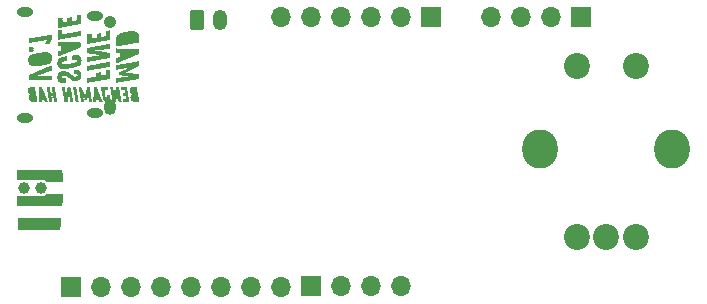
<source format=gbr>
%TF.GenerationSoftware,KiCad,Pcbnew,6.0.2-378541a8eb~116~ubuntu20.04.1*%
%TF.CreationDate,2022-02-24T19:36:28+01:00*%
%TF.ProjectId,Scale,5363616c-652e-46b6-9963-61645f706362,rev?*%
%TF.SameCoordinates,Original*%
%TF.FileFunction,Soldermask,Bot*%
%TF.FilePolarity,Negative*%
%FSLAX46Y46*%
G04 Gerber Fmt 4.6, Leading zero omitted, Abs format (unit mm)*
G04 Created by KiCad (PCBNEW 6.0.2-378541a8eb~116~ubuntu20.04.1) date 2022-02-24 19:36:28*
%MOMM*%
%LPD*%
G01*
G04 APERTURE LIST*
G04 Aperture macros list*
%AMRoundRect*
0 Rectangle with rounded corners*
0 $1 Rounding radius*
0 $2 $3 $4 $5 $6 $7 $8 $9 X,Y pos of 4 corners*
0 Add a 4 corners polygon primitive as box body*
4,1,4,$2,$3,$4,$5,$6,$7,$8,$9,$2,$3,0*
0 Add four circle primitives for the rounded corners*
1,1,$1+$1,$2,$3*
1,1,$1+$1,$4,$5*
1,1,$1+$1,$6,$7*
1,1,$1+$1,$8,$9*
0 Add four rect primitives between the rounded corners*
20,1,$1+$1,$2,$3,$4,$5,0*
20,1,$1+$1,$4,$5,$6,$7,0*
20,1,$1+$1,$6,$7,$8,$9,0*
20,1,$1+$1,$8,$9,$2,$3,0*%
%AMFreePoly0*
4,1,14,0.500000,0.990000,0.480000,0.970000,0.440000,0.920000,0.400000,0.860000,0.370000,0.810000,0.350000,0.760000,0.330000,0.700000,0.310000,0.620000,0.300000,0.510000,0.300000,-1.500000,-0.500000,-1.500000,-0.500000,2.300000,0.500000,2.400000,0.500000,0.990000,0.500000,0.990000,$1*%
%AMFreePoly1*
4,1,14,0.500000,2.300000,0.500000,-1.500000,-0.300000,-1.500000,-0.300000,0.510000,-0.310000,0.620000,-0.330000,0.700000,-0.350000,0.760000,-0.370000,0.810000,-0.400000,0.860000,-0.440000,0.920000,-0.480000,0.970000,-0.500000,0.990000,-0.500000,2.400000,0.500000,2.300000,0.500000,2.300000,$1*%
%AMFreePoly2*
4,1,5,0.500000,1.800000,0.500000,-1.800000,-0.500000,-1.800000,-0.500000,1.900000,0.500000,1.800000,0.500000,1.800000,$1*%
G04 Aperture macros list end*
%ADD10C,0.000000*%
%ADD11C,1.000000*%
%ADD12FreePoly0,270.000000*%
%ADD13FreePoly1,270.000000*%
%ADD14FreePoly2,270.000000*%
%ADD15O,1.050000X1.350000*%
%ADD16C,1.050000*%
%ADD17O,1.400000X0.800000*%
%ADD18O,3.000000X3.300000*%
%ADD19C,2.200000*%
%ADD20R,1.700000X1.700000*%
%ADD21O,1.700000X1.700000*%
%ADD22RoundRect,0.250000X-0.350000X-0.625000X0.350000X-0.625000X0.350000X0.625000X-0.350000X0.625000X0*%
%ADD23O,1.200000X1.750000*%
G04 APERTURE END LIST*
D10*
G36*
X100018269Y-49796712D02*
G01*
X100018269Y-49839046D01*
X100021092Y-49878557D01*
X100018269Y-49920890D01*
X100021092Y-49960401D01*
X100018269Y-50002734D01*
X100018269Y-50011201D01*
X100023914Y-50087401D01*
X100015446Y-50126912D01*
X100001331Y-50149490D01*
X99992863Y-50177712D01*
X99984394Y-50194645D01*
X99970287Y-50214401D01*
X99958996Y-50242623D01*
X99942059Y-50276490D01*
X99919483Y-50318823D01*
X99885624Y-50380912D01*
X99857395Y-50423245D01*
X99846111Y-50465578D01*
X99831997Y-50490978D01*
X99817883Y-50510734D01*
X99800953Y-50544601D01*
X99767086Y-50606689D01*
X99747326Y-50612334D01*
X99707821Y-50601045D01*
X99673946Y-50592578D01*
X99657017Y-50586934D01*
X99637257Y-50584112D01*
X99617504Y-50584112D01*
X99597752Y-50578467D01*
X99575176Y-50575645D01*
X99544125Y-50567178D01*
X99515904Y-50558712D01*
X99482037Y-50558712D01*
X99465099Y-50550245D01*
X99462277Y-50527667D01*
X99482029Y-50488156D01*
X99498966Y-50443001D01*
X99580807Y-50273668D01*
X99586453Y-50256734D01*
X99577992Y-50242623D01*
X99555416Y-50242623D01*
X99515904Y-50251090D01*
X99490498Y-50253912D01*
X99450993Y-50262379D01*
X99371967Y-50273668D01*
X99346561Y-50276490D01*
X99323986Y-50287779D01*
X99281651Y-50293423D01*
X99244968Y-50299067D01*
X99213917Y-50299067D01*
X99185696Y-50307534D01*
X99160290Y-50310356D01*
X99123608Y-50316001D01*
X99103855Y-50316001D01*
X99084103Y-50321645D01*
X99027653Y-50330112D01*
X98968388Y-50341401D01*
X98931698Y-50347045D01*
X98900662Y-50347045D01*
X98869618Y-50358334D01*
X98852688Y-50363979D01*
X98815998Y-50372445D01*
X98796246Y-50378090D01*
X98773670Y-50375267D01*
X98753918Y-50378090D01*
X98711582Y-50389379D01*
X98691830Y-50389379D01*
X98672070Y-50395023D01*
X98632557Y-50403490D01*
X98612804Y-50400667D01*
X98590229Y-50406312D01*
X98550716Y-50414779D01*
X98530964Y-50417601D01*
X98491451Y-50426067D01*
X98474514Y-50428890D01*
X98454754Y-50428890D01*
X98435001Y-50431712D01*
X98415257Y-50431712D01*
X98398319Y-50437356D01*
X98358807Y-50443001D01*
X98339047Y-50443001D01*
X98319294Y-50448645D01*
X98296719Y-50448645D01*
X98274143Y-50459934D01*
X98231808Y-50468401D01*
X98197941Y-50471223D01*
X98178188Y-50476867D01*
X98155613Y-50479690D01*
X98138676Y-50482512D01*
X98116100Y-50488156D01*
X98087879Y-50493801D01*
X98059650Y-50479690D01*
X98048367Y-50459934D01*
X98045544Y-50437356D01*
X98045544Y-50369623D01*
X98042721Y-50349867D01*
X98042721Y-50287779D01*
X98045544Y-50256734D01*
X98045544Y-50163601D01*
X98048367Y-50132557D01*
X98056828Y-50118445D01*
X98085056Y-50104334D01*
X98099163Y-50095868D01*
X98118916Y-50090223D01*
X98135853Y-50090223D01*
X98181011Y-50087401D01*
X98203587Y-50087401D01*
X98231815Y-50081757D01*
X98243099Y-50084579D01*
X98262852Y-50073290D01*
X98279789Y-50076112D01*
X98313656Y-50067645D01*
X98364452Y-50059179D01*
X98384213Y-50053534D01*
X98401150Y-50053534D01*
X98426548Y-50045068D01*
X98454777Y-50042245D01*
X98474537Y-50042245D01*
X98511219Y-50033779D01*
X98542263Y-50025312D01*
X98570484Y-50016845D01*
X98595882Y-50019668D01*
X98629749Y-50011201D01*
X98649502Y-50011201D01*
X98686192Y-50005557D01*
X98705944Y-49999912D01*
X98725697Y-49997090D01*
X98762379Y-49988623D01*
X98799069Y-49988623D01*
X98835758Y-49974512D01*
X98858334Y-49971690D01*
X98897846Y-49960401D01*
X98934536Y-49957579D01*
X98962757Y-49960401D01*
X99019207Y-49943468D01*
X99067181Y-49932179D01*
X99115154Y-49926534D01*
X99132092Y-49920890D01*
X99165958Y-49918068D01*
X99182896Y-49915246D01*
X99202648Y-49912423D01*
X99219578Y-49909601D01*
X99242161Y-49906779D01*
X99259090Y-49895490D01*
X99295780Y-49892668D01*
X99355045Y-49884201D01*
X99374806Y-49875734D01*
X99405842Y-49872912D01*
X99442532Y-49867268D01*
X99484867Y-49861623D01*
X99504620Y-49855979D01*
X99521557Y-49855979D01*
X99561070Y-49841868D01*
X99606220Y-49839046D01*
X99651379Y-49833401D01*
X99673954Y-49824935D01*
X99713467Y-49816468D01*
X99730404Y-49816468D01*
X99761448Y-49808001D01*
X99781208Y-49805179D01*
X99815067Y-49799535D01*
X99834827Y-49796712D01*
X99868694Y-49793890D01*
X99896916Y-49788246D01*
X99933605Y-49788246D01*
X99975941Y-49782601D01*
X100001339Y-49779779D01*
X100018269Y-49796712D01*
G37*
G36*
X98418079Y-50804243D02*
G01*
X98440655Y-50826820D01*
X98454762Y-50852220D01*
X98454762Y-50871976D01*
X98457592Y-50914309D01*
X98457592Y-50959465D01*
X98460415Y-50976398D01*
X98454762Y-51001798D01*
X98454762Y-51024376D01*
X98460415Y-51100576D01*
X98463238Y-51151376D01*
X98460415Y-51185242D01*
X98443478Y-51204998D01*
X98429363Y-51210642D01*
X98384213Y-51219109D01*
X98265675Y-51233220D01*
X98223339Y-51238865D01*
X98206402Y-51244509D01*
X98183827Y-51241687D01*
X98152790Y-51250153D01*
X98079411Y-51250153D01*
X98062473Y-51244509D01*
X98056828Y-51227576D01*
X98051189Y-51190887D01*
X98048367Y-51162665D01*
X98045544Y-51111865D01*
X98042721Y-51046954D01*
X98042721Y-50953820D01*
X98039890Y-50942531D01*
X98039890Y-50917131D01*
X98056828Y-50874798D01*
X98087879Y-50849398D01*
X98110455Y-50840931D01*
X98147144Y-50838109D01*
X98181004Y-50832465D01*
X98212055Y-50832465D01*
X98262852Y-50821176D01*
X98302364Y-50815532D01*
X98336231Y-50809887D01*
X98378567Y-50801420D01*
X98418079Y-50804243D01*
G37*
G36*
X99572338Y-51261440D02*
G01*
X99600567Y-51264262D01*
X99623142Y-51264262D01*
X99637257Y-51272729D01*
X99673939Y-51275551D01*
X99690876Y-51281195D01*
X99727566Y-51298129D01*
X99750141Y-51298129D01*
X99767078Y-51303773D01*
X99809406Y-51320706D01*
X99848919Y-51346106D01*
X99885609Y-51368684D01*
X99899723Y-51377151D01*
X99927944Y-51411017D01*
X99950520Y-51442062D01*
X99967449Y-51467462D01*
X99975918Y-51484395D01*
X99992848Y-51512617D01*
X100009785Y-51549306D01*
X100021069Y-51583173D01*
X100029537Y-51600106D01*
X100046467Y-51715817D01*
X100049290Y-51769439D01*
X100049290Y-51817417D01*
X100043652Y-51848462D01*
X100040829Y-51868217D01*
X100035183Y-51890795D01*
X100029545Y-51916195D01*
X100018253Y-51935950D01*
X100015431Y-51958528D01*
X100006962Y-51981106D01*
X99995670Y-52003684D01*
X99975918Y-52040373D01*
X99953343Y-52074239D01*
X99942051Y-52093995D01*
X99930767Y-52110928D01*
X99919476Y-52130684D01*
X99882786Y-52158906D01*
X99865856Y-52170195D01*
X99831989Y-52198417D01*
X99817875Y-52209706D01*
X99803768Y-52223817D01*
X99786831Y-52229461D01*
X99755787Y-52249217D01*
X99736034Y-52257683D01*
X99719105Y-52268972D01*
X99685230Y-52283083D01*
X99648541Y-52291550D01*
X99625965Y-52291550D01*
X99594914Y-52302839D01*
X99586453Y-52308483D01*
X99561054Y-52314128D01*
X99544117Y-52314128D01*
X99504604Y-52322594D01*
X99484852Y-52328239D01*
X99465092Y-52325417D01*
X99436871Y-52331061D01*
X99414295Y-52342350D01*
X99394543Y-52345172D01*
X99360676Y-52347995D01*
X99326817Y-52356461D01*
X99287304Y-52362106D01*
X99247791Y-52373394D01*
X99225216Y-52373394D01*
X99205463Y-52379039D01*
X99185703Y-52381861D01*
X99146191Y-52390328D01*
X99126438Y-52393150D01*
X99092571Y-52395972D01*
X99075634Y-52398794D01*
X99036121Y-52407261D01*
X98988148Y-52412906D01*
X98942997Y-52421372D01*
X98920422Y-52424194D01*
X98872448Y-52432661D01*
X98827282Y-52441128D01*
X98784947Y-52443950D01*
X98751087Y-52455239D01*
X98717220Y-52449594D01*
X98686176Y-52455239D01*
X98646664Y-52463706D01*
X98612797Y-52463706D01*
X98590221Y-52466528D01*
X98562000Y-52474994D01*
X98533772Y-52463706D01*
X98494259Y-52460883D01*
X98460400Y-52466528D01*
X98420887Y-52466528D01*
X98381374Y-52463706D01*
X98361622Y-52455239D01*
X98341862Y-52443950D01*
X98322109Y-52441128D01*
X98302357Y-52424194D01*
X98268490Y-52415728D01*
X98234631Y-52398794D01*
X98217693Y-52384683D01*
X98183827Y-52364928D01*
X98169720Y-52347995D01*
X98152783Y-52336706D01*
X98124554Y-52311306D01*
X98099155Y-52274617D01*
X98073757Y-52232282D01*
X98062466Y-52189950D01*
X98045536Y-52150439D01*
X98039890Y-52133506D01*
X98031429Y-52085528D01*
X98022968Y-52068595D01*
X98017315Y-52023439D01*
X98014492Y-51983928D01*
X98011669Y-51904906D01*
X98014492Y-51834350D01*
X98022961Y-51808950D01*
X98028599Y-51783551D01*
X98034245Y-51763795D01*
X98039890Y-51741217D01*
X98056828Y-51701706D01*
X98065296Y-51687595D01*
X98076580Y-51648084D01*
X98085049Y-51631151D01*
X98107624Y-51608573D01*
X98116085Y-51591640D01*
X98127377Y-51571884D01*
X98135838Y-51557773D01*
X98161236Y-51535195D01*
X98183811Y-51518262D01*
X98209210Y-51506973D01*
X98231793Y-51487217D01*
X98245899Y-51475929D01*
X98276951Y-51467462D01*
X98293888Y-51458995D01*
X98324932Y-51439240D01*
X98341869Y-51430773D01*
X98358807Y-51430773D01*
X98389843Y-51416662D01*
X98426533Y-51411017D01*
X98449108Y-51405373D01*
X98491444Y-51394084D01*
X98511204Y-51396906D01*
X98547894Y-51388440D01*
X98567646Y-51382795D01*
X98587399Y-51379973D01*
X98612797Y-51377151D01*
X98641018Y-51374329D01*
X98672070Y-51371506D01*
X98691830Y-51365862D01*
X98714405Y-51363040D01*
X98734158Y-51354573D01*
X98773670Y-51351751D01*
X98790608Y-51348929D01*
X98810360Y-51343284D01*
X98878094Y-51343284D01*
X98906315Y-51337640D01*
X98943005Y-51331995D01*
X98982517Y-51323529D01*
X99002277Y-51323529D01*
X99044613Y-51315062D01*
X99064373Y-51306595D01*
X99084126Y-51306595D01*
X99103878Y-51303773D01*
X99134914Y-51303773D01*
X99157490Y-51298129D01*
X99188534Y-51289662D01*
X99219578Y-51284018D01*
X99244984Y-51284018D01*
X99281666Y-51278373D01*
X99301418Y-51275551D01*
X99323994Y-51269906D01*
X99343746Y-51264262D01*
X99380436Y-51258618D01*
X99408665Y-51264262D01*
X99431240Y-51261440D01*
X99459461Y-51258618D01*
X99473576Y-51255795D01*
X99493328Y-51261440D01*
X99515904Y-51258618D01*
X99549763Y-51255795D01*
X99572338Y-51261440D01*
G37*
G36*
X99583614Y-51642440D02*
G01*
X99614658Y-51653728D01*
X99631596Y-51656551D01*
X99648533Y-51667839D01*
X99673931Y-51690417D01*
X99685223Y-51710173D01*
X99693691Y-51727106D01*
X99699337Y-51749684D01*
X99699337Y-51786373D01*
X99693691Y-51811773D01*
X99682407Y-51831528D01*
X99659832Y-51873862D01*
X99645718Y-51890795D01*
X99631603Y-51902084D01*
X99589268Y-51919017D01*
X99558224Y-51933128D01*
X99532818Y-51930306D01*
X99501782Y-51938773D01*
X99467915Y-51944417D01*
X99431233Y-51955705D01*
X99397366Y-51964173D01*
X99357853Y-51969817D01*
X99318340Y-51972639D01*
X99304226Y-51975461D01*
X99267544Y-51986749D01*
X99247784Y-51995217D01*
X99213917Y-51998039D01*
X99180050Y-52003684D01*
X99160297Y-52006506D01*
X99143368Y-52000861D01*
X99117962Y-52003684D01*
X99092564Y-52012150D01*
X99047405Y-52020617D01*
X99005070Y-52026261D01*
X98982494Y-52023439D01*
X98962742Y-52029084D01*
X98940167Y-52029084D01*
X98914768Y-52034728D01*
X98892193Y-52037550D01*
X98869610Y-52043195D01*
X98830105Y-52054484D01*
X98776478Y-52054484D01*
X98753903Y-52060128D01*
X98725674Y-52065773D01*
X98655125Y-52065773D01*
X98635372Y-52068595D01*
X98609974Y-52077061D01*
X98590221Y-52077061D01*
X98573284Y-52074239D01*
X98547886Y-52077061D01*
X98488621Y-52068595D01*
X98466045Y-52065773D01*
X98449108Y-52062950D01*
X98429356Y-52051661D01*
X98409603Y-52046017D01*
X98395496Y-52037550D01*
X98375736Y-52006506D01*
X98370091Y-51989573D01*
X98358807Y-51961350D01*
X98358776Y-51916195D01*
X98378529Y-51856928D01*
X98406750Y-51831528D01*
X98423687Y-51820239D01*
X98474484Y-51794839D01*
X98505535Y-51789195D01*
X98536579Y-51786373D01*
X98564808Y-51777906D01*
X98581738Y-51769439D01*
X98607143Y-51772262D01*
X98629719Y-51769439D01*
X98649471Y-51763795D01*
X98688984Y-51760973D01*
X98705914Y-51755328D01*
X98745426Y-51749684D01*
X98770832Y-51749684D01*
X98793408Y-51746862D01*
X98818806Y-51741217D01*
X98852673Y-51738395D01*
X98895008Y-51729928D01*
X98931690Y-51724284D01*
X98968380Y-51715817D01*
X99007893Y-51715817D01*
X99024830Y-51710173D01*
X99044582Y-51701706D01*
X99067158Y-51693239D01*
X99086910Y-51693239D01*
X99129246Y-51687595D01*
X99151821Y-51681951D01*
X99180042Y-51684773D01*
X99205448Y-51673484D01*
X99253422Y-51670662D01*
X99295757Y-51665017D01*
X99318333Y-51665017D01*
X99357845Y-51653728D01*
X99397358Y-51648084D01*
X99436871Y-51645262D01*
X99453808Y-51642440D01*
X99476383Y-51645262D01*
X99496136Y-51642440D01*
X99515888Y-51642440D01*
X99549748Y-51636795D01*
X99583614Y-51642440D01*
G37*
G36*
X100004200Y-52421372D02*
G01*
X100004200Y-52458061D01*
X100007023Y-52489105D01*
X100007023Y-52528616D01*
X100009846Y-52539905D01*
X100007023Y-52559661D01*
X100007023Y-52627394D01*
X100004200Y-52644327D01*
X100007023Y-52664083D01*
X100007023Y-52683838D01*
X100012669Y-52700772D01*
X100007023Y-52723349D01*
X100015492Y-52754394D01*
X100009846Y-52779794D01*
X99992916Y-52810838D01*
X99956226Y-52830594D01*
X99840511Y-52872927D01*
X99803822Y-52889860D01*
X99784069Y-52898327D01*
X99744556Y-52909616D01*
X99724804Y-52912438D01*
X99707867Y-52918082D01*
X99688114Y-52920905D01*
X99651432Y-52943482D01*
X99634495Y-52949127D01*
X99617558Y-52957594D01*
X99597797Y-52966060D01*
X99580860Y-52968882D01*
X99541348Y-52977349D01*
X99521587Y-52985816D01*
X99504650Y-52988638D01*
X99445393Y-53014038D01*
X99425640Y-53019682D01*
X99388950Y-53028149D01*
X99363552Y-53039438D01*
X99349438Y-53050727D01*
X99335323Y-53056371D01*
X99301464Y-53073305D01*
X99284527Y-53076127D01*
X99264774Y-53081771D01*
X99256306Y-53087416D01*
X99239376Y-53090238D01*
X99222439Y-53095882D01*
X99191395Y-53107171D01*
X99171635Y-53115638D01*
X99160351Y-53124105D01*
X99140598Y-53129749D01*
X99103909Y-53141038D01*
X99084148Y-53146682D01*
X99064396Y-53155149D01*
X99036175Y-53166438D01*
X99019238Y-53169260D01*
X98999485Y-53174905D01*
X98971264Y-53189016D01*
X98954327Y-53194660D01*
X98934574Y-53208771D01*
X98897884Y-53217238D01*
X98880947Y-53222882D01*
X98858372Y-53231349D01*
X98821682Y-53251104D01*
X98804752Y-53253927D01*
X98787815Y-53259571D01*
X98770878Y-53268038D01*
X98759586Y-53279327D01*
X98756764Y-53287793D01*
X98770878Y-53290616D01*
X98796276Y-53287793D01*
X98827320Y-53287793D01*
X98858364Y-53290616D01*
X98892231Y-53284971D01*
X98914806Y-53282149D01*
X98934567Y-53282149D01*
X98976902Y-53279327D01*
X98993839Y-53282149D01*
X99005123Y-53279327D01*
X99024883Y-53276504D01*
X99047459Y-53276504D01*
X99078510Y-53273681D01*
X99098263Y-53273681D01*
X99118023Y-53276504D01*
X99137783Y-53276504D01*
X99160358Y-53273681D01*
X99219624Y-53273681D01*
X99239376Y-53270860D01*
X99253483Y-53270860D01*
X99290173Y-53268038D01*
X99307110Y-53276504D01*
X99324047Y-53273681D01*
X99346623Y-53273681D01*
X99372021Y-53270860D01*
X99411533Y-53270860D01*
X99462330Y-53262393D01*
X99521595Y-53262393D01*
X99541348Y-53259571D01*
X99561108Y-53259571D01*
X99580860Y-53265216D01*
X99600613Y-53265216D01*
X99623188Y-53262393D01*
X99642948Y-53262393D01*
X99662701Y-53259571D01*
X99682461Y-53259571D01*
X99702213Y-53256749D01*
X99741726Y-53256749D01*
X99761478Y-53259571D01*
X99781239Y-53253927D01*
X99823567Y-53253927D01*
X99846150Y-53248282D01*
X99902592Y-53248282D01*
X99936459Y-53251104D01*
X99942104Y-53251104D01*
X99978794Y-53248282D01*
X99998547Y-53256749D01*
X100012661Y-53276504D01*
X100015484Y-53296260D01*
X100015484Y-53468414D01*
X100018307Y-53502281D01*
X100015484Y-53547438D01*
X100012661Y-53567194D01*
X100015484Y-53601061D01*
X100004200Y-53634926D01*
X99992909Y-53643392D01*
X99970333Y-53651859D01*
X99942112Y-53651859D01*
X99925175Y-53654682D01*
X99905422Y-53651859D01*
X99885662Y-53654682D01*
X99865910Y-53651859D01*
X99848980Y-53654682D01*
X99829220Y-53654682D01*
X99809467Y-53657505D01*
X99792530Y-53654682D01*
X99753017Y-53651859D01*
X99733265Y-53654682D01*
X99713512Y-53651859D01*
X99674000Y-53654682D01*
X99657063Y-53657505D01*
X99535709Y-53657505D01*
X99515957Y-53660326D01*
X99496197Y-53657505D01*
X99473621Y-53654682D01*
X99383312Y-53654682D01*
X99355084Y-53649036D01*
X99318394Y-53657505D01*
X99281712Y-53657505D01*
X99261959Y-53651859D01*
X99225269Y-53654682D01*
X99208332Y-53657505D01*
X99171642Y-53657505D01*
X99149067Y-53654682D01*
X99089802Y-53654682D01*
X99070057Y-53649036D01*
X99050304Y-53651859D01*
X99027721Y-53651859D01*
X98988216Y-53657505D01*
X98951527Y-53657505D01*
X98931767Y-53654682D01*
X98895077Y-53654682D01*
X98875317Y-53657505D01*
X98858379Y-53649036D01*
X98838627Y-53651859D01*
X98818874Y-53651859D01*
X98799122Y-53654682D01*
X98782192Y-53649036D01*
X98742680Y-53649036D01*
X98722920Y-53651859D01*
X98700344Y-53651859D01*
X98680592Y-53654682D01*
X98641079Y-53654682D01*
X98621319Y-53649036D01*
X98598744Y-53651859D01*
X98578991Y-53649036D01*
X98539478Y-53649036D01*
X98519718Y-53651859D01*
X98480206Y-53651859D01*
X98460453Y-53646215D01*
X98440693Y-53646215D01*
X98420940Y-53649036D01*
X98370144Y-53649036D01*
X98347569Y-53646215D01*
X98305225Y-53646215D01*
X98285481Y-53649036D01*
X98243137Y-53649036D01*
X98206455Y-53643392D01*
X98186695Y-53643392D01*
X98166943Y-53640571D01*
X98150005Y-53637749D01*
X98118954Y-53640571D01*
X98090733Y-53634926D01*
X98059689Y-53626461D01*
X98045574Y-53592592D01*
X98045574Y-53586948D01*
X98048397Y-53558725D01*
X98048397Y-53496637D01*
X98045574Y-53474060D01*
X98045574Y-53411971D01*
X98042721Y-53380927D01*
X98042721Y-53318838D01*
X98045544Y-53296260D01*
X98048367Y-53276504D01*
X98042721Y-53251104D01*
X98042721Y-53228527D01*
X98051182Y-53214416D01*
X98076580Y-53205949D01*
X98107624Y-53189016D01*
X98127384Y-53177727D01*
X98158421Y-53160793D01*
X98175358Y-53149505D01*
X98192295Y-53143860D01*
X98209232Y-53135393D01*
X98226162Y-53129749D01*
X98245922Y-53121282D01*
X98288258Y-53107171D01*
X98305195Y-53093060D01*
X98324947Y-53084593D01*
X98344708Y-53078949D01*
X98364460Y-53070482D01*
X98381397Y-53062016D01*
X98432194Y-53033794D01*
X98468884Y-53014038D01*
X98488644Y-53011216D01*
X98508396Y-52999927D01*
X98559200Y-52977349D01*
X98593060Y-52963238D01*
X98632572Y-52951949D01*
X98669262Y-52926549D01*
X98689015Y-52920905D01*
X98708767Y-52912438D01*
X98745457Y-52889860D01*
X98762386Y-52889860D01*
X98779324Y-52878571D01*
X98796261Y-52870105D01*
X98847057Y-52853171D01*
X98863995Y-52850349D01*
X98878109Y-52841883D01*
X98895046Y-52830594D01*
X98911984Y-52822127D01*
X98943028Y-52808016D01*
X98959965Y-52805194D01*
X98976902Y-52796727D01*
X99010769Y-52788260D01*
X99027699Y-52776971D01*
X99044636Y-52771327D01*
X99078503Y-52757216D01*
X99109539Y-52737460D01*
X99140591Y-52720527D01*
X99160343Y-52714883D01*
X99197025Y-52700772D01*
X99216785Y-52695127D01*
X99250652Y-52681016D01*
X99264767Y-52672549D01*
X99301457Y-52652794D01*
X99324032Y-52649972D01*
X99343784Y-52641505D01*
X99380467Y-52627394D01*
X99397404Y-52621749D01*
X99414341Y-52613283D01*
X99428455Y-52604816D01*
X99465138Y-52596349D01*
X99484898Y-52590705D01*
X99504650Y-52576594D01*
X99535702Y-52562483D01*
X99552639Y-52554016D01*
X99569576Y-52551194D01*
X99583683Y-52542727D01*
X99611912Y-52537083D01*
X99628841Y-52528616D01*
X99642956Y-52522972D01*
X99659893Y-52514505D01*
X99676830Y-52500394D01*
X99707874Y-52491927D01*
X99724804Y-52486283D01*
X99761494Y-52472172D01*
X99781246Y-52463705D01*
X99798184Y-52452416D01*
X99815113Y-52443950D01*
X99840511Y-52441127D01*
X99860272Y-52432661D01*
X99877201Y-52424194D01*
X99896954Y-52421372D01*
X99919537Y-52412905D01*
X99950581Y-52395972D01*
X99967510Y-52393150D01*
X99995731Y-52393150D01*
X100004200Y-52421372D01*
G37*
G36*
X102484829Y-48086455D02*
G01*
X102487652Y-48111855D01*
X102490475Y-48140077D01*
X102487652Y-48165477D01*
X102487652Y-48227566D01*
X102484829Y-48309410D01*
X102487652Y-48331988D01*
X102490475Y-48396899D01*
X102487652Y-48608566D01*
X102484829Y-48670655D01*
X102484829Y-48698877D01*
X102487652Y-48721455D01*
X102487652Y-48741210D01*
X102484829Y-48775077D01*
X102487652Y-48794832D01*
X102484829Y-48811766D01*
X102484829Y-48859743D01*
X102467892Y-48882321D01*
X102450962Y-48885143D01*
X102434033Y-48893610D01*
X102400158Y-48902077D01*
X102380405Y-48896432D01*
X102363468Y-48899254D01*
X102326778Y-48902077D01*
X102309849Y-48904899D01*
X102292919Y-48910543D01*
X102256229Y-48913365D01*
X102236477Y-48919010D01*
X102219540Y-48916188D01*
X102199787Y-48924654D01*
X102180027Y-48924654D01*
X102163097Y-48933121D01*
X102123585Y-48938765D01*
X102086895Y-48950054D01*
X102067143Y-48952877D01*
X102050213Y-48950054D01*
X102030453Y-48952877D01*
X102007877Y-48958521D01*
X101990940Y-48969810D01*
X101931675Y-48972632D01*
X101911923Y-48981099D01*
X101832905Y-48983921D01*
X101790569Y-48995210D01*
X101751057Y-49003677D01*
X101734127Y-49000854D01*
X101714367Y-49006499D01*
X101691792Y-49014965D01*
X101607121Y-49031899D01*
X101590191Y-49043188D01*
X101570431Y-49043188D01*
X101550678Y-49046010D01*
X101528103Y-49048832D01*
X101508343Y-49057299D01*
X101466015Y-49062943D01*
X101426502Y-49074232D01*
X101384167Y-49074232D01*
X101324902Y-49085521D01*
X101305142Y-49091165D01*
X101262814Y-49099632D01*
X101243054Y-49102454D01*
X101223301Y-49110921D01*
X101186611Y-49119388D01*
X101169674Y-49116565D01*
X101135815Y-49127854D01*
X101121700Y-49127854D01*
X101085011Y-49133499D01*
X101062435Y-49139143D01*
X101042683Y-49139143D01*
X100997524Y-49144788D01*
X100974949Y-49156076D01*
X100938259Y-49161721D01*
X100898747Y-49164543D01*
X100878994Y-49167365D01*
X100856411Y-49173010D01*
X100836659Y-49173010D01*
X100816898Y-49178654D01*
X100791500Y-49178654D01*
X100768925Y-49187121D01*
X100723766Y-49189943D01*
X100681439Y-49201232D01*
X100636280Y-49206876D01*
X100593952Y-49212521D01*
X100568546Y-49218165D01*
X100543148Y-49226632D01*
X100517750Y-49218165D01*
X100512104Y-49192765D01*
X100512104Y-49043188D01*
X100509289Y-49023432D01*
X100509289Y-48950054D01*
X100506458Y-48896432D01*
X100509274Y-48873854D01*
X100512104Y-48828699D01*
X100512104Y-48769432D01*
X100514927Y-48752499D01*
X100512104Y-48715810D01*
X100514927Y-48670655D01*
X100514927Y-48402544D01*
X100545971Y-48394077D01*
X100571369Y-48388433D01*
X100619343Y-48385610D01*
X100661678Y-48377144D01*
X100681431Y-48374321D01*
X100698368Y-48368677D01*
X100718121Y-48363033D01*
X100754810Y-48363033D01*
X100816898Y-48351744D01*
X100839474Y-48348921D01*
X100870518Y-48343277D01*
X100881809Y-48340455D01*
X100904392Y-48337633D01*
X100912853Y-48357388D01*
X100910030Y-48436410D01*
X100912853Y-48498499D01*
X100915676Y-48538010D01*
X100915676Y-48704521D01*
X100921322Y-48744032D01*
X100932606Y-48755321D01*
X100955189Y-48755321D01*
X101028568Y-48744032D01*
X101079365Y-48735566D01*
X101099125Y-48729921D01*
X101127338Y-48727099D01*
X101152744Y-48721455D01*
X101180965Y-48712988D01*
X101259991Y-48701699D01*
X101296681Y-48693232D01*
X101327725Y-48681943D01*
X101327725Y-48656543D01*
X101330540Y-48619855D01*
X101330540Y-48588810D01*
X101327717Y-48540832D01*
X101330540Y-48470277D01*
X101330540Y-48444877D01*
X101333363Y-48402544D01*
X101333363Y-48374321D01*
X101339008Y-48368677D01*
X101378521Y-48363033D01*
X101423679Y-48354566D01*
X101463192Y-48348921D01*
X101485767Y-48340455D01*
X101505520Y-48340455D01*
X101547855Y-48331988D01*
X101567608Y-48326344D01*
X101607121Y-48317877D01*
X101638165Y-48312233D01*
X101660740Y-48312233D01*
X101694607Y-48306588D01*
X101717182Y-48323522D01*
X101722828Y-48346099D01*
X101722828Y-48419477D01*
X101717182Y-48473099D01*
X101720005Y-48571877D01*
X101720005Y-48622677D01*
X101770802Y-48617032D01*
X101799030Y-48608566D01*
X101821606Y-48611388D01*
X101841358Y-48605744D01*
X101880871Y-48597277D01*
X101920384Y-48591632D01*
X101974003Y-48583166D01*
X101996578Y-48583166D01*
X102013516Y-48574699D01*
X102053028Y-48574699D01*
X102072781Y-48571877D01*
X102106648Y-48563410D01*
X102109470Y-48495677D01*
X102109470Y-48312233D01*
X102112293Y-48278366D01*
X102112293Y-48159833D01*
X102115116Y-48131611D01*
X102151806Y-48123144D01*
X102168736Y-48120322D01*
X102208248Y-48109033D01*
X102230831Y-48109033D01*
X102273159Y-48100566D01*
X102290096Y-48097744D01*
X102309849Y-48094922D01*
X102329601Y-48086455D01*
X102346539Y-48086455D01*
X102417095Y-48080811D01*
X102434033Y-48080811D01*
X102465077Y-48072344D01*
X102484829Y-48086455D01*
G37*
G36*
X100895916Y-49381852D02*
G01*
X100895916Y-49455230D01*
X100893093Y-49517319D01*
X100893093Y-49664074D01*
X100895916Y-49689474D01*
X100895916Y-49717696D01*
X100910030Y-49731807D01*
X100938252Y-49731807D01*
X100966480Y-49726163D01*
X100997524Y-49723341D01*
X101017277Y-49717696D01*
X101034214Y-49714874D01*
X101053967Y-49712052D01*
X101082188Y-49712052D01*
X101107586Y-49706407D01*
X101144276Y-49703585D01*
X101180965Y-49692296D01*
X101220478Y-49689474D01*
X101243054Y-49683830D01*
X101262806Y-49683830D01*
X101307964Y-49672541D01*
X101327725Y-49669719D01*
X101350300Y-49666896D01*
X101389813Y-49658430D01*
X101432140Y-49655607D01*
X101477299Y-49644319D01*
X101497051Y-49641496D01*
X101539387Y-49633030D01*
X101559139Y-49627385D01*
X101598652Y-49627385D01*
X101618412Y-49621741D01*
X101677677Y-49613274D01*
X101700253Y-49613274D01*
X101720013Y-49607630D01*
X101742588Y-49610452D01*
X101762348Y-49599163D01*
X101799030Y-49590696D01*
X101838543Y-49582230D01*
X101858303Y-49576585D01*
X101878056Y-49573763D01*
X101900639Y-49568119D01*
X101923214Y-49573763D01*
X101942967Y-49562474D01*
X101982479Y-49556830D01*
X102021992Y-49545541D01*
X102044567Y-49545541D01*
X102084080Y-49537074D01*
X102182858Y-49514496D01*
X102211079Y-49508852D01*
X102242123Y-49503208D01*
X102301388Y-49494741D01*
X102318325Y-49489096D01*
X102338078Y-49489096D01*
X102405811Y-49472163D01*
X102425572Y-49472163D01*
X102445324Y-49469341D01*
X102479191Y-49477808D01*
X102482014Y-49534252D01*
X102482014Y-49644319D01*
X102484837Y-49748741D01*
X102484837Y-49816474D01*
X102479191Y-49861629D01*
X102462261Y-49870096D01*
X102405819Y-49884207D01*
X102388882Y-49889852D01*
X102369129Y-49889852D01*
X102335262Y-49892674D01*
X102301395Y-49903963D01*
X102256237Y-49912429D01*
X102211079Y-49915252D01*
X102191326Y-49926541D01*
X102174397Y-49926541D01*
X102154636Y-49929363D01*
X102134884Y-49929363D01*
X102117947Y-49940652D01*
X102086903Y-49946296D01*
X102050221Y-49949118D01*
X102027638Y-49954763D01*
X102007877Y-49949118D01*
X101985302Y-49954763D01*
X101945789Y-49966052D01*
X101923214Y-49974518D01*
X101900639Y-49971696D01*
X101841374Y-49980163D01*
X101807507Y-49985807D01*
X101787746Y-49985807D01*
X101751064Y-49999918D01*
X101711552Y-49999918D01*
X101688976Y-50002740D01*
X101652287Y-50016852D01*
X101618420Y-50022496D01*
X101581730Y-50028140D01*
X101502712Y-50045074D01*
X101488598Y-50045074D01*
X101449085Y-50056363D01*
X101364414Y-50067652D01*
X101324902Y-50081763D01*
X101305149Y-50081763D01*
X101265637Y-50093052D01*
X101248699Y-50093052D01*
X101228947Y-50095874D01*
X101212009Y-50098696D01*
X101172504Y-50098696D01*
X101155567Y-50104340D01*
X101116055Y-50109985D01*
X101099125Y-50112807D01*
X101082188Y-50112807D01*
X101062435Y-50121274D01*
X101025745Y-50129740D01*
X101008816Y-50126918D01*
X100989056Y-50135385D01*
X100972126Y-50141029D01*
X100932613Y-50155140D01*
X100898747Y-50155140D01*
X100873348Y-50160785D01*
X100836659Y-50166429D01*
X100819729Y-50169251D01*
X100799969Y-50169251D01*
X100763279Y-50180540D01*
X100720951Y-50180540D01*
X100684261Y-50191829D01*
X100667332Y-50194650D01*
X100647572Y-50197474D01*
X100619350Y-50205940D01*
X100591122Y-50217229D01*
X100574192Y-50220051D01*
X100557262Y-50217229D01*
X100537502Y-50214407D01*
X100520573Y-50203118D01*
X100506458Y-50180540D01*
X100509274Y-50143851D01*
X100506451Y-50124096D01*
X100506451Y-50045074D01*
X100509274Y-50016852D01*
X100509274Y-49785430D01*
X100512104Y-49728985D01*
X100506458Y-49689474D01*
X100509274Y-49647141D01*
X100506451Y-49596341D01*
X100514919Y-49534252D01*
X100520557Y-49497563D01*
X100520557Y-49443941D01*
X100540318Y-49421363D01*
X100585476Y-49410074D01*
X100627804Y-49404430D01*
X100644733Y-49401608D01*
X100664494Y-49401608D01*
X100684246Y-49393141D01*
X100783032Y-49379030D01*
X100805607Y-49370563D01*
X100825359Y-49373385D01*
X100845120Y-49367741D01*
X100887447Y-49364919D01*
X100895916Y-49381852D01*
G37*
G36*
X100537430Y-50384278D02*
G01*
X100540676Y-50384431D01*
X100543819Y-50384708D01*
X100546813Y-50385084D01*
X100549612Y-50385535D01*
X100552172Y-50386035D01*
X100554447Y-50386560D01*
X100613720Y-50386560D01*
X100675808Y-50389382D01*
X100701206Y-50389382D01*
X100723782Y-50392204D01*
X100763294Y-50389382D01*
X100805622Y-50389382D01*
X100825382Y-50392204D01*
X100862072Y-50395027D01*
X100879002Y-50395027D01*
X100986248Y-50400671D01*
X101006008Y-50397849D01*
X101045521Y-50400671D01*
X101087849Y-50397849D01*
X101130184Y-50400671D01*
X101149937Y-50400671D01*
X101279759Y-50403493D01*
X101364422Y-50403493D01*
X101386997Y-50406316D01*
X101420864Y-50409138D01*
X101530933Y-50409138D01*
X101561977Y-50414782D01*
X101607136Y-50417604D01*
X101624065Y-50417604D01*
X101660755Y-50420427D01*
X101677692Y-50417604D01*
X101717197Y-50420427D01*
X101773647Y-50420427D01*
X101813160Y-50426071D01*
X101875248Y-50426071D01*
X101895001Y-50423249D01*
X101937336Y-50426071D01*
X101976849Y-50426071D01*
X102033291Y-50431716D01*
X102069981Y-50434538D01*
X102109486Y-50434538D01*
X102211086Y-50437360D01*
X102261890Y-50437360D01*
X102278820Y-50443004D01*
X102340908Y-50443004D01*
X102462269Y-50451471D01*
X102476376Y-50471227D01*
X102482021Y-50485338D01*
X102482021Y-50530493D01*
X102479199Y-50555893D01*
X102484844Y-50575649D01*
X102484844Y-50601049D01*
X102482021Y-50654671D01*
X102482021Y-50699826D01*
X102479199Y-50728049D01*
X102482021Y-50781671D01*
X102482021Y-50809893D01*
X102479199Y-50829649D01*
X102448155Y-50840937D01*
X102431225Y-50849404D01*
X102411465Y-50857871D01*
X102360668Y-50883271D01*
X102323978Y-50903026D01*
X102273174Y-50919960D01*
X102259068Y-50925604D01*
X102242130Y-50936893D01*
X102211086Y-50953826D01*
X102191334Y-50959471D01*
X102174404Y-50965115D01*
X102157467Y-50973582D01*
X102137714Y-50979226D01*
X102086910Y-51004626D01*
X102067158Y-51013093D01*
X102038937Y-51021560D01*
X102013531Y-51038493D01*
X101996601Y-51046959D01*
X101959911Y-51061071D01*
X101900646Y-51083648D01*
X101883717Y-51094937D01*
X101863957Y-51109048D01*
X101824444Y-51117515D01*
X101787754Y-51134448D01*
X101773647Y-51140093D01*
X101736958Y-51148559D01*
X101717197Y-51162671D01*
X101680515Y-51171137D01*
X101663578Y-51179604D01*
X101632534Y-51196537D01*
X101584560Y-51210648D01*
X101547871Y-51230404D01*
X101525295Y-51238870D01*
X101446270Y-51261448D01*
X101429333Y-51269915D01*
X101389820Y-51284026D01*
X101372891Y-51292493D01*
X101353130Y-51300959D01*
X101336201Y-51303782D01*
X101296688Y-51320715D01*
X101276928Y-51326359D01*
X101243061Y-51343293D01*
X101220486Y-51357404D01*
X101195087Y-51363048D01*
X101175327Y-51368693D01*
X101135815Y-51388448D01*
X101116062Y-51396915D01*
X101079372Y-51411026D01*
X101062443Y-51419493D01*
X101042683Y-51422314D01*
X101025753Y-51427959D01*
X100991886Y-51442070D01*
X100972126Y-51456181D01*
X100955196Y-51461826D01*
X100904400Y-51484404D01*
X100867710Y-51495692D01*
X100799976Y-51526737D01*
X100766110Y-51540848D01*
X100732243Y-51557781D01*
X100647572Y-51586004D01*
X100610882Y-51608581D01*
X100577015Y-51625515D01*
X100560085Y-51628337D01*
X100540333Y-51633981D01*
X100517750Y-51628337D01*
X100512104Y-51602937D01*
X100509289Y-51396915D01*
X100506458Y-51377159D01*
X100503635Y-51334826D01*
X100506458Y-51312248D01*
X100503635Y-51233226D01*
X100514927Y-51216293D01*
X100534679Y-51205004D01*
X100548794Y-51196537D01*
X100579838Y-51188070D01*
X100622173Y-51171137D01*
X100675800Y-51142915D01*
X100709660Y-51131626D01*
X100729420Y-51123159D01*
X100749172Y-51117515D01*
X100785862Y-51097759D01*
X100816906Y-51083648D01*
X100816906Y-51007448D01*
X100814083Y-50883271D01*
X100808437Y-50838115D01*
X100805622Y-50776026D01*
X100783047Y-50773204D01*
X100650402Y-50773204D01*
X100622181Y-50776026D01*
X100593960Y-50773204D01*
X100543156Y-50770382D01*
X100514935Y-50764737D01*
X100506466Y-50753449D01*
X100506466Y-50711115D01*
X100503643Y-50674426D01*
X100506466Y-50646204D01*
X100509296Y-50626449D01*
X100506466Y-50592582D01*
X100506466Y-50570004D01*
X100509296Y-50507915D01*
X100509296Y-50468404D01*
X100506466Y-50445827D01*
X100509296Y-50426071D01*
X100509265Y-50423986D01*
X100509180Y-50421959D01*
X100508898Y-50418045D01*
X100508235Y-50410549D01*
X100508121Y-50408696D01*
X100508053Y-50406834D01*
X100508042Y-50404956D01*
X100508102Y-50403053D01*
X100508245Y-50401116D01*
X100508484Y-50399139D01*
X100508830Y-50397112D01*
X100509296Y-50395027D01*
X100510138Y-50393753D01*
X100511074Y-50392575D01*
X100512097Y-50391491D01*
X100513203Y-50390496D01*
X100514385Y-50389588D01*
X100515638Y-50388764D01*
X100516955Y-50388020D01*
X100518333Y-50387354D01*
X100519764Y-50386762D01*
X100521243Y-50386242D01*
X100522765Y-50385790D01*
X100524323Y-50385403D01*
X100527528Y-50384812D01*
X100530810Y-50384444D01*
X100534126Y-50384274D01*
X100537430Y-50384278D01*
G37*
G36*
X101787746Y-50756271D02*
G01*
X101779278Y-50778848D01*
X101742596Y-50790137D01*
X101697437Y-50804249D01*
X101669216Y-50812715D01*
X101624058Y-50826826D01*
X101601482Y-50838115D01*
X101573261Y-50849404D01*
X101553509Y-50852226D01*
X101533749Y-50863515D01*
X101508350Y-50871982D01*
X101488590Y-50880449D01*
X101463192Y-50888915D01*
X101401104Y-50905848D01*
X101381352Y-50908671D01*
X101339016Y-50922782D01*
X101319264Y-50934071D01*
X101271282Y-50948182D01*
X101251522Y-50953826D01*
X101226124Y-50959471D01*
X101206371Y-50967937D01*
X101189434Y-50948182D01*
X101189434Y-50925604D01*
X101186619Y-50894560D01*
X101183796Y-50869160D01*
X101183796Y-50784493D01*
X101197910Y-50767560D01*
X101237423Y-50764737D01*
X101259998Y-50767560D01*
X101282574Y-50764737D01*
X101355953Y-50764737D01*
X101375706Y-50761915D01*
X101423687Y-50761915D01*
X101446262Y-50756271D01*
X101513996Y-50759093D01*
X101621235Y-50756271D01*
X101722836Y-50753449D01*
X101787746Y-50756271D01*
G37*
G36*
X102174381Y-51506976D02*
G01*
X102199780Y-51509798D01*
X102236469Y-51512620D01*
X102270336Y-51515442D01*
X102301380Y-51521087D01*
X102329601Y-51535198D01*
X102349361Y-51540842D01*
X102363476Y-51549309D01*
X102388874Y-51563420D01*
X102402989Y-51569065D01*
X102431210Y-51600109D01*
X102459431Y-51636798D01*
X102473538Y-51676309D01*
X102479183Y-51707352D01*
X102487652Y-51718642D01*
X102490475Y-51738398D01*
X102496121Y-51758153D01*
X102498943Y-51775087D01*
X102504582Y-51814598D01*
X102504582Y-51842820D01*
X102513050Y-51868220D01*
X102521519Y-51938775D01*
X102521519Y-51983931D01*
X102518696Y-52037553D01*
X102518696Y-52079886D01*
X102515881Y-52099642D01*
X102507412Y-52136331D01*
X102498943Y-52184309D01*
X102473545Y-52243575D01*
X102465077Y-52260509D01*
X102448147Y-52297197D01*
X102434033Y-52314131D01*
X102394520Y-52353642D01*
X102366299Y-52376220D01*
X102338078Y-52395975D01*
X102321148Y-52415731D01*
X102290104Y-52427020D01*
X102250591Y-52443953D01*
X102216724Y-52458064D01*
X102168743Y-52474997D01*
X102129231Y-52486286D01*
X102072788Y-52503218D01*
X102016338Y-52522975D01*
X101979656Y-52531442D01*
X101959896Y-52539908D01*
X101940144Y-52542731D01*
X101923206Y-52545553D01*
X101903454Y-52551197D01*
X101883694Y-52554019D01*
X101866764Y-52562486D01*
X101838543Y-52565308D01*
X101807499Y-52570953D01*
X101787739Y-52576597D01*
X101731297Y-52590708D01*
X101691784Y-52590708D01*
X101674854Y-52599175D01*
X101657917Y-52599175D01*
X101624050Y-52601997D01*
X101595829Y-52610464D01*
X101564785Y-52616108D01*
X101533741Y-52624575D01*
X101522450Y-52624575D01*
X101513989Y-52627397D01*
X101474476Y-52627397D01*
X101457539Y-52638686D01*
X101406742Y-52647153D01*
X101392628Y-52644330D01*
X101361584Y-52652797D01*
X101339008Y-52658442D01*
X101313603Y-52655619D01*
X101274090Y-52666908D01*
X101214832Y-52672553D01*
X101197895Y-52675375D01*
X101178135Y-52675375D01*
X101138622Y-52681019D01*
X101099110Y-52683842D01*
X101076534Y-52686664D01*
X101017262Y-52689486D01*
X100943890Y-52689486D01*
X100924130Y-52692308D01*
X100898731Y-52692308D01*
X100876156Y-52689486D01*
X100822537Y-52689486D01*
X100802776Y-52683842D01*
X100766087Y-52678197D01*
X100749157Y-52672553D01*
X100712467Y-52664086D01*
X100675778Y-52638686D01*
X100636272Y-52618930D01*
X100622158Y-52604819D01*
X100608044Y-52593530D01*
X100579823Y-52556842D01*
X100568531Y-52539908D01*
X100557247Y-52525797D01*
X100540310Y-52497575D01*
X100526196Y-52480642D01*
X100514912Y-52446775D01*
X100500797Y-52410086D01*
X100497974Y-52393153D01*
X100492329Y-52373397D01*
X100489506Y-52345175D01*
X100486683Y-52328242D01*
X100483860Y-52305664D01*
X100481037Y-52274620D01*
X100478214Y-52254864D01*
X100478214Y-52235109D01*
X100475414Y-52209709D01*
X100481060Y-52181486D01*
X100483875Y-52144798D01*
X100483875Y-52102464D01*
X100492344Y-52065775D01*
X100497982Y-52031909D01*
X100506451Y-51998042D01*
X100523388Y-51924664D01*
X100531857Y-51904909D01*
X100560078Y-51859753D01*
X100596767Y-51817420D01*
X100647564Y-51775087D01*
X100664494Y-51769442D01*
X100681431Y-51760976D01*
X100698368Y-51746864D01*
X100715298Y-51735576D01*
X100735050Y-51727109D01*
X100768925Y-51712998D01*
X100814076Y-51696065D01*
X100831013Y-51687598D01*
X100850765Y-51681953D01*
X100870518Y-51679131D01*
X100904392Y-51670665D01*
X100974949Y-51653731D01*
X100991879Y-51648087D01*
X101051144Y-51639620D01*
X101062435Y-51636798D01*
X101082188Y-51633976D01*
X101096302Y-51628331D01*
X101127346Y-51625509D01*
X101164036Y-51619865D01*
X101183788Y-51619865D01*
X101200726Y-51614220D01*
X101231770Y-51614220D01*
X101251522Y-51625509D01*
X101271282Y-51645265D01*
X101274098Y-51679131D01*
X101282566Y-51817420D01*
X101282566Y-51876687D01*
X101285389Y-51950064D01*
X101282566Y-51972642D01*
X101259991Y-51992398D01*
X101231762Y-51998042D01*
X101195080Y-52012153D01*
X101175320Y-52014975D01*
X101149921Y-52020620D01*
X101107586Y-52029086D01*
X101073727Y-52037553D01*
X101059612Y-52040375D01*
X101042675Y-52043198D01*
X101005993Y-52054486D01*
X100966480Y-52068598D01*
X100915676Y-52091175D01*
X100901562Y-52102464D01*
X100876164Y-52141975D01*
X100876164Y-52184309D01*
X100870518Y-52229464D01*
X100884632Y-52271797D01*
X100904392Y-52294375D01*
X100946720Y-52305664D01*
X100966480Y-52305664D01*
X100983410Y-52308486D01*
X101011639Y-52308486D01*
X101051151Y-52305664D01*
X101090664Y-52297197D01*
X101113239Y-52297197D01*
X101172504Y-52288731D01*
X101192257Y-52291553D01*
X101212009Y-52285909D01*
X101231770Y-52283086D01*
X101254353Y-52283086D01*
X101274105Y-52280264D01*
X101293858Y-52271797D01*
X101353130Y-52271797D01*
X101395458Y-52263331D01*
X101418034Y-52257686D01*
X101454723Y-52252042D01*
X101474484Y-52249220D01*
X101519634Y-52237931D01*
X101542210Y-52235109D01*
X101655102Y-52212531D01*
X101697430Y-52198420D01*
X101736942Y-52192775D01*
X101756702Y-52187131D01*
X101773632Y-52184309D01*
X101793392Y-52181486D01*
X101818791Y-52173020D01*
X101852650Y-52164553D01*
X101894993Y-52156086D01*
X101928852Y-52144798D01*
X101945789Y-52144798D01*
X101993763Y-52127864D01*
X102030453Y-52113753D01*
X102078426Y-52102464D01*
X102098187Y-52093998D01*
X102115116Y-52085531D01*
X102146160Y-52060131D01*
X102157452Y-52029086D01*
X102163090Y-51995220D01*
X102163090Y-51964175D01*
X102151806Y-51924664D01*
X102134869Y-51893620D01*
X102084072Y-51876687D01*
X102041737Y-51876687D01*
X102002224Y-51882331D01*
X101965534Y-51885153D01*
X101903446Y-51902087D01*
X101863934Y-51907731D01*
X101813129Y-51919020D01*
X101793377Y-51924664D01*
X101753864Y-51924664D01*
X101722820Y-51904909D01*
X101711536Y-51823064D01*
X101708706Y-51645265D01*
X101711536Y-51605753D01*
X101714359Y-51571887D01*
X101725643Y-51560598D01*
X101799023Y-51546487D01*
X101821598Y-51540842D01*
X101931667Y-51523909D01*
X101976818Y-51518265D01*
X102019154Y-51512620D01*
X102041737Y-51506976D01*
X102069958Y-51504154D01*
X102132046Y-51504154D01*
X102174381Y-51506976D01*
G37*
G36*
X102120762Y-52757216D02*
G01*
X102182850Y-52757216D01*
X102250584Y-52774149D01*
X102270336Y-52782616D01*
X102301380Y-52788260D01*
X102318317Y-52799549D01*
X102349361Y-52819305D01*
X102363476Y-52827771D01*
X102394520Y-52855994D01*
X102405804Y-52864460D01*
X102434033Y-52895505D01*
X102442494Y-52918082D01*
X102459431Y-52937838D01*
X102476360Y-52971705D01*
X102484829Y-52982994D01*
X102487652Y-53002749D01*
X102501766Y-53050727D01*
X102504589Y-53093060D01*
X102510235Y-53118460D01*
X102510235Y-53138216D01*
X102513050Y-53208771D01*
X102513050Y-53296260D01*
X102498943Y-53344238D01*
X102487652Y-53397860D01*
X102470722Y-53428904D01*
X102453793Y-53474060D01*
X102417103Y-53524860D01*
X102388874Y-53558725D01*
X102371944Y-53575661D01*
X102343723Y-53592592D01*
X102332439Y-53601061D01*
X102307034Y-53623636D01*
X102292927Y-53632105D01*
X102273167Y-53640571D01*
X102250591Y-53651859D01*
X102213902Y-53668793D01*
X102185680Y-53671615D01*
X102157459Y-53680082D01*
X102137707Y-53691372D01*
X102098194Y-53694193D01*
X102078434Y-53702659D01*
X102021992Y-53708303D01*
X101940151Y-53708303D01*
X101920391Y-53711126D01*
X101897816Y-53708303D01*
X101861126Y-53705482D01*
X101824436Y-53694193D01*
X101801861Y-53688549D01*
X101782108Y-53680082D01*
X101762348Y-53665972D01*
X101736950Y-53654682D01*
X101694614Y-53637749D01*
X101666401Y-53620815D01*
X101646641Y-53606705D01*
X101624065Y-53578482D01*
X101593021Y-53550260D01*
X101556332Y-53524860D01*
X101519642Y-53490993D01*
X101482960Y-53459949D01*
X101466023Y-53448660D01*
X101451908Y-53434549D01*
X101415218Y-53403504D01*
X101392643Y-53389393D01*
X101372891Y-53369638D01*
X101358776Y-53361171D01*
X101344662Y-53355527D01*
X101327732Y-53344238D01*
X101288220Y-53324482D01*
X101254360Y-53301904D01*
X101214848Y-53279327D01*
X101172512Y-53270860D01*
X101155575Y-53270860D01*
X101104778Y-53259571D01*
X101059620Y-53259571D01*
X101020107Y-53256749D01*
X101000355Y-53256749D01*
X100972134Y-53259571D01*
X100938267Y-53265216D01*
X100904400Y-53276504D01*
X100884640Y-53287793D01*
X100859242Y-53301904D01*
X100845127Y-53316016D01*
X100836659Y-53347060D01*
X100831020Y-53369638D01*
X100831020Y-53395038D01*
X100839481Y-53431727D01*
X100867710Y-53459949D01*
X100910038Y-53479704D01*
X100938259Y-53488170D01*
X101000347Y-53493814D01*
X101059620Y-53493814D01*
X101079372Y-53490993D01*
X101183796Y-53490993D01*
X101223309Y-53513571D01*
X101226132Y-53550260D01*
X101226132Y-53708303D01*
X101228954Y-53742170D01*
X101223316Y-53809904D01*
X101203556Y-53849415D01*
X101158398Y-53857881D01*
X101138645Y-53863525D01*
X101116070Y-53866348D01*
X101073734Y-53871994D01*
X101053982Y-53869171D01*
X101006008Y-53871994D01*
X100921345Y-53871994D01*
X100876186Y-53866348D01*
X100859257Y-53863525D01*
X100819744Y-53855060D01*
X100802807Y-53852238D01*
X100752010Y-53832481D01*
X100729427Y-53826837D01*
X100681454Y-53807081D01*
X100641941Y-53781683D01*
X100608074Y-53753460D01*
X100571384Y-53725237D01*
X100548801Y-53691372D01*
X100529049Y-53663149D01*
X100517757Y-53632105D01*
X100498005Y-53586948D01*
X100492359Y-53567194D01*
X100486713Y-53538971D01*
X100481075Y-53507927D01*
X100481075Y-53479704D01*
X100478252Y-53459949D01*
X100472591Y-53392215D01*
X100475414Y-53361171D01*
X100478237Y-53341415D01*
X100478237Y-53310371D01*
X100481060Y-53290616D01*
X100478237Y-53265216D01*
X100481060Y-53245460D01*
X100492352Y-53208771D01*
X100495174Y-53186193D01*
X100509289Y-53143860D01*
X100520573Y-53126927D01*
X100529034Y-53093060D01*
X100548794Y-53067660D01*
X100565723Y-53039438D01*
X100585484Y-53016860D01*
X100596767Y-53002749D01*
X100622166Y-52980171D01*
X100633457Y-52966060D01*
X100661678Y-52951949D01*
X100672970Y-52935016D01*
X100720944Y-52909616D01*
X100760456Y-52895505D01*
X100785854Y-52889860D01*
X100808437Y-52884216D01*
X100845127Y-52872927D01*
X100887455Y-52872927D01*
X100904392Y-52870105D01*
X100943905Y-52861638D01*
X101022923Y-52861638D01*
X101042683Y-52858816D01*
X101062435Y-52861638D01*
X101079372Y-52858816D01*
X101118877Y-52855994D01*
X101135815Y-52861638D01*
X101183788Y-52875749D01*
X101203548Y-52878571D01*
X101226124Y-52881394D01*
X101245884Y-52884216D01*
X101305149Y-52901149D01*
X101341839Y-52918082D01*
X101398281Y-52940660D01*
X101412396Y-52943482D01*
X101443440Y-52968882D01*
X101491413Y-52988638D01*
X101525280Y-53022505D01*
X101550678Y-53036616D01*
X101578899Y-53062016D01*
X101593014Y-53070482D01*
X101601482Y-53084593D01*
X101618412Y-53093060D01*
X101640987Y-53121282D01*
X101652279Y-53138216D01*
X101666386Y-53149505D01*
X101688969Y-53160793D01*
X101703075Y-53174905D01*
X101720013Y-53186193D01*
X101765163Y-53222882D01*
X101804676Y-53253927D01*
X101841366Y-53273681D01*
X101863941Y-53284971D01*
X101903454Y-53307549D01*
X101957081Y-53327304D01*
X101976833Y-53330127D01*
X102013523Y-53330127D01*
X102053036Y-53327304D01*
X102081257Y-53318838D01*
X102101009Y-53316016D01*
X102129231Y-53304727D01*
X102148983Y-53296260D01*
X102168743Y-53282149D01*
X102182850Y-53251104D01*
X102194141Y-53217238D01*
X102188496Y-53180549D01*
X102165920Y-53152327D01*
X102140514Y-53126927D01*
X102123585Y-53118460D01*
X102089718Y-53112816D01*
X102024807Y-53112816D01*
X101937321Y-53121282D01*
X101914738Y-53126927D01*
X101878056Y-53124105D01*
X101858296Y-53101527D01*
X101858296Y-53062016D01*
X101855480Y-53022505D01*
X101855480Y-52864460D01*
X101858303Y-52813660D01*
X101875233Y-52779794D01*
X101937321Y-52768505D01*
X102016338Y-52757216D01*
X102064320Y-52754394D01*
X102120762Y-52757216D01*
G37*
G36*
X104951420Y-49432647D02*
G01*
X104954247Y-49458047D01*
X104957069Y-49486269D01*
X104954247Y-49511669D01*
X104954247Y-49573758D01*
X104951420Y-49655602D01*
X104954247Y-49678180D01*
X104957069Y-49743091D01*
X104954247Y-49954757D01*
X104951420Y-50016846D01*
X104951420Y-50045068D01*
X104954247Y-50067646D01*
X104954247Y-50087402D01*
X104951420Y-50121268D01*
X104954247Y-50141024D01*
X104951420Y-50157957D01*
X104951420Y-50205935D01*
X104934490Y-50228513D01*
X104917557Y-50231335D01*
X104900620Y-50239801D01*
X104866757Y-50248268D01*
X104847000Y-50242624D01*
X104830071Y-50245446D01*
X104793381Y-50248268D01*
X104776447Y-50251090D01*
X104759518Y-50256735D01*
X104722828Y-50259557D01*
X104703072Y-50265201D01*
X104686142Y-50262379D01*
X104666386Y-50270846D01*
X104646629Y-50270846D01*
X104629692Y-50279313D01*
X104590180Y-50284957D01*
X104553494Y-50296246D01*
X104533737Y-50299068D01*
X104516804Y-50296246D01*
X104497047Y-50299068D01*
X104474468Y-50304713D01*
X104457539Y-50316001D01*
X104398270Y-50318824D01*
X104378513Y-50327290D01*
X104299492Y-50330112D01*
X104257156Y-50341401D01*
X104217644Y-50349868D01*
X104200714Y-50347046D01*
X104180958Y-50352690D01*
X104158382Y-50361157D01*
X104073711Y-50378090D01*
X104056782Y-50389379D01*
X104037026Y-50389379D01*
X104017269Y-50392201D01*
X103994694Y-50395024D01*
X103974938Y-50403490D01*
X103932606Y-50409135D01*
X103893093Y-50420424D01*
X103850761Y-50420424D01*
X103791493Y-50431712D01*
X103771736Y-50437357D01*
X103729405Y-50445824D01*
X103709648Y-50448646D01*
X103689892Y-50457112D01*
X103653206Y-50465579D01*
X103636272Y-50462757D01*
X103602406Y-50474046D01*
X103588295Y-50474046D01*
X103551605Y-50479690D01*
X103529030Y-50485335D01*
X103509274Y-50485335D01*
X103464119Y-50490979D01*
X103441540Y-50502268D01*
X103404854Y-50507912D01*
X103365341Y-50510735D01*
X103345585Y-50513557D01*
X103323006Y-50519201D01*
X103303249Y-50519201D01*
X103283493Y-50524846D01*
X103258095Y-50524846D01*
X103235516Y-50533312D01*
X103190361Y-50536135D01*
X103148029Y-50547423D01*
X103102875Y-50553068D01*
X103060539Y-50558712D01*
X103035141Y-50564357D01*
X103009743Y-50572823D01*
X102984341Y-50564357D01*
X102978699Y-50538956D01*
X102978699Y-50389379D01*
X102975872Y-50369624D01*
X102975872Y-50296246D01*
X102973023Y-50242624D01*
X102975845Y-50220046D01*
X102978668Y-50174890D01*
X102978668Y-50115624D01*
X102981495Y-50098690D01*
X102978668Y-50062002D01*
X102981495Y-50016846D01*
X102981495Y-49748735D01*
X103012539Y-49740269D01*
X103037937Y-49734624D01*
X103085918Y-49731802D01*
X103128250Y-49723335D01*
X103148007Y-49720513D01*
X103164936Y-49714869D01*
X103184692Y-49709224D01*
X103221382Y-49709224D01*
X103283470Y-49697935D01*
X103306046Y-49695113D01*
X103337090Y-49689469D01*
X103348377Y-49686646D01*
X103370956Y-49683824D01*
X103379425Y-49703580D01*
X103376606Y-49782602D01*
X103379429Y-49844691D01*
X103382252Y-49884202D01*
X103382252Y-50050713D01*
X103387898Y-50090224D01*
X103399185Y-50101513D01*
X103421764Y-50101513D01*
X103495140Y-50090224D01*
X103545940Y-50081757D01*
X103565697Y-50076113D01*
X103593922Y-50073290D01*
X103619320Y-50067646D01*
X103647541Y-50059179D01*
X103726566Y-50047890D01*
X103763252Y-50039424D01*
X103794296Y-50028135D01*
X103794296Y-50002735D01*
X103797115Y-49966046D01*
X103797115Y-49935002D01*
X103794293Y-49887024D01*
X103797115Y-49816468D01*
X103797115Y-49791068D01*
X103799942Y-49748735D01*
X103799942Y-49720513D01*
X103805584Y-49714869D01*
X103845097Y-49709224D01*
X103890255Y-49700757D01*
X103929764Y-49695113D01*
X103952343Y-49686646D01*
X103972096Y-49686646D01*
X104014427Y-49678180D01*
X104034184Y-49672535D01*
X104073696Y-49664069D01*
X104104740Y-49658424D01*
X104127316Y-49658424D01*
X104161186Y-49652780D01*
X104183765Y-49669713D01*
X104189407Y-49692291D01*
X104189407Y-49765668D01*
X104183765Y-49819291D01*
X104186588Y-49918068D01*
X104186588Y-49968868D01*
X104237389Y-49963224D01*
X104265614Y-49954757D01*
X104288189Y-49957579D01*
X104307945Y-49951935D01*
X104347458Y-49943468D01*
X104386971Y-49937824D01*
X104440594Y-49929357D01*
X104463169Y-49929357D01*
X104480103Y-49920891D01*
X104519611Y-49920891D01*
X104539368Y-49918068D01*
X104573238Y-49909602D01*
X104576061Y-49841868D01*
X104576061Y-49658424D01*
X104578884Y-49624557D01*
X104578884Y-49506024D01*
X104581711Y-49477802D01*
X104618397Y-49469335D01*
X104635334Y-49466513D01*
X104674847Y-49455224D01*
X104697422Y-49455224D01*
X104739754Y-49446758D01*
X104756683Y-49443935D01*
X104776440Y-49441113D01*
X104796196Y-49432647D01*
X104813133Y-49432647D01*
X104883690Y-49427002D01*
X104900620Y-49427002D01*
X104931664Y-49418535D01*
X104951420Y-49432647D01*
G37*
G36*
X104940102Y-50567178D02*
G01*
X104948567Y-50584111D01*
X104957031Y-50623622D01*
X104954212Y-50663133D01*
X104954212Y-50691356D01*
X104957039Y-50756267D01*
X104957039Y-50784489D01*
X104954212Y-50804244D01*
X104959858Y-50863511D01*
X104948570Y-50917133D01*
X104940102Y-50928422D01*
X104900589Y-50951000D01*
X104841324Y-50962289D01*
X104796169Y-50970755D01*
X104779236Y-50973578D01*
X104753838Y-50973578D01*
X104731262Y-50982044D01*
X104711506Y-50987689D01*
X104671993Y-50996155D01*
X104649414Y-50998978D01*
X104609901Y-51004622D01*
X104592964Y-51010266D01*
X104573208Y-51013089D01*
X104536522Y-51021555D01*
X104519589Y-51021555D01*
X104468788Y-51030022D01*
X104449032Y-51027200D01*
X104415165Y-51044133D01*
X104395409Y-51044133D01*
X104361542Y-51046955D01*
X104327679Y-51046955D01*
X104290989Y-51058244D01*
X104274056Y-51058244D01*
X104234547Y-51063889D01*
X104217613Y-51069533D01*
X104178101Y-51072355D01*
X104155525Y-51075177D01*
X104135769Y-51078000D01*
X104118836Y-51080822D01*
X104079327Y-51089289D01*
X103983368Y-51089289D01*
X103924103Y-51097755D01*
X103788635Y-51106222D01*
X103749127Y-51106222D01*
X103681389Y-51111866D01*
X103624947Y-51114689D01*
X103624947Y-51123154D01*
X103687035Y-51131622D01*
X103763233Y-51140089D01*
X103797100Y-51145733D01*
X103816856Y-51151377D01*
X103836613Y-51151377D01*
X103898701Y-51157022D01*
X103963612Y-51168311D01*
X104039814Y-51176777D01*
X104062389Y-51182422D01*
X104101902Y-51188066D01*
X104147057Y-51190889D01*
X104195034Y-51199355D01*
X104243012Y-51205000D01*
X104285347Y-51213466D01*
X104316391Y-51216288D01*
X104336144Y-51216288D01*
X104367188Y-51224755D01*
X104384121Y-51224755D01*
X104420811Y-51233222D01*
X104463142Y-51238866D01*
X104482899Y-51241688D01*
X104505478Y-51247333D01*
X104561920Y-51258622D01*
X104601433Y-51267088D01*
X104649414Y-51275555D01*
X104694569Y-51284022D01*
X104762302Y-51295311D01*
X104801811Y-51306600D01*
X104832855Y-51309422D01*
X104866726Y-51315066D01*
X104894951Y-51326355D01*
X104914703Y-51329177D01*
X104940106Y-51346111D01*
X104948574Y-51377155D01*
X104948574Y-51416666D01*
X104951397Y-51458999D01*
X104948574Y-51492866D01*
X104951397Y-51546488D01*
X104948574Y-51583177D01*
X104948574Y-51608577D01*
X104951397Y-51656555D01*
X104948574Y-51696066D01*
X104942928Y-51724288D01*
X104911884Y-51741221D01*
X104897774Y-51749688D01*
X104880840Y-51755333D01*
X104844154Y-51763799D01*
X104821571Y-51763799D01*
X104784885Y-51772266D01*
X104751022Y-51777910D01*
X104714333Y-51783555D01*
X104694576Y-51786377D01*
X104677647Y-51792021D01*
X104657890Y-51794844D01*
X104640957Y-51797666D01*
X104621201Y-51800488D01*
X104584515Y-51803310D01*
X104559113Y-51808955D01*
X104533714Y-51820244D01*
X104513958Y-51820244D01*
X104434933Y-51834355D01*
X104417999Y-51839999D01*
X104398247Y-51842821D01*
X104364380Y-51842821D01*
X104338982Y-51851288D01*
X104307938Y-51859755D01*
X104271248Y-51865399D01*
X104251492Y-51871044D01*
X104231735Y-51871044D01*
X104211983Y-51879510D01*
X104189404Y-51879510D01*
X104166828Y-51887976D01*
X104144253Y-51890799D01*
X104104740Y-51890799D01*
X104076515Y-51896444D01*
X104053940Y-51902088D01*
X104020077Y-51916199D01*
X103991852Y-51919021D01*
X103952343Y-51921843D01*
X103932587Y-51924666D01*
X103915653Y-51927488D01*
X103881786Y-51941599D01*
X103864853Y-51941599D01*
X103847916Y-51944421D01*
X103811230Y-51947243D01*
X103794293Y-51952888D01*
X103774536Y-51955710D01*
X103740669Y-51961355D01*
X103709625Y-51969821D01*
X103684227Y-51975466D01*
X103650356Y-51981110D01*
X103605202Y-51992399D01*
X103568512Y-51998043D01*
X103548756Y-51995221D01*
X103531826Y-51998043D01*
X103497955Y-52006510D01*
X103478203Y-52009332D01*
X103444332Y-52012155D01*
X103424576Y-52023443D01*
X103387890Y-52023443D01*
X103365311Y-52029088D01*
X103345554Y-52029088D01*
X103300396Y-52037555D01*
X103274998Y-52043199D01*
X103235485Y-52051666D01*
X103221375Y-52057310D01*
X103181862Y-52065777D01*
X103162106Y-52068599D01*
X103122593Y-52079888D01*
X103077438Y-52085532D01*
X103032280Y-52085532D01*
X103009701Y-52091177D01*
X102975834Y-52077066D01*
X102970200Y-52034732D01*
X102970200Y-51735577D01*
X102981487Y-51704533D01*
X103009708Y-51696066D01*
X103043575Y-51684777D01*
X103094376Y-51676310D01*
X103111309Y-51670666D01*
X103147999Y-51670666D01*
X103167751Y-51667844D01*
X103204441Y-51659377D01*
X103286285Y-51648088D01*
X103306042Y-51642444D01*
X103322971Y-51639621D01*
X103362484Y-51633977D01*
X103418930Y-51622688D01*
X103461262Y-51611399D01*
X103500774Y-51605755D01*
X103517708Y-51602933D01*
X103537464Y-51605755D01*
X103557221Y-51600110D01*
X103591084Y-51591644D01*
X103610840Y-51597288D01*
X103647530Y-51588822D01*
X103664459Y-51583177D01*
X103774529Y-51571888D01*
X103909996Y-51552133D01*
X103980553Y-51549310D01*
X104028530Y-51543666D01*
X104059574Y-51540844D01*
X104116016Y-51538022D01*
X104195038Y-51535199D01*
X104195038Y-51526733D01*
X104087792Y-51509799D01*
X103986195Y-51492866D01*
X103907173Y-51484399D01*
X103816860Y-51470288D01*
X103737839Y-51458999D01*
X103684212Y-51453355D01*
X103627770Y-51442066D01*
X103585438Y-51442066D01*
X103568504Y-51439244D01*
X103528992Y-51430777D01*
X103512062Y-51427955D01*
X103472550Y-51419488D01*
X103455616Y-51419488D01*
X103413284Y-51411022D01*
X103382240Y-51402555D01*
X103339909Y-51399733D01*
X103300396Y-51394088D01*
X103283463Y-51391266D01*
X103224197Y-51379977D01*
X103207260Y-51377155D01*
X103147999Y-51371511D01*
X103131062Y-51368688D01*
X103097199Y-51365866D01*
X103083084Y-51363044D01*
X103043572Y-51348933D01*
X102998417Y-51326355D01*
X102978661Y-51303777D01*
X102978661Y-51255800D01*
X102975838Y-51219111D01*
X102975838Y-51162666D01*
X102978661Y-51145733D01*
X102975838Y-51117511D01*
X102978661Y-51097755D01*
X102975838Y-51044133D01*
X102975838Y-51032844D01*
X102981480Y-51001800D01*
X102984303Y-50962289D01*
X103004059Y-50934066D01*
X103037926Y-50908667D01*
X103128239Y-50894555D01*
X103164925Y-50886089D01*
X103184681Y-50880444D01*
X103201614Y-50880444D01*
X103238300Y-50866333D01*
X103283459Y-50866333D01*
X103322968Y-50855044D01*
X103345551Y-50846577D01*
X103382237Y-50840933D01*
X103418926Y-50838111D01*
X103449970Y-50835289D01*
X103483837Y-50824000D01*
X103509235Y-50812711D01*
X103537460Y-50807067D01*
X103576973Y-50801422D01*
X103616486Y-50790133D01*
X103633423Y-50790133D01*
X103650353Y-50787311D01*
X103670109Y-50784489D01*
X103687042Y-50781667D01*
X103712441Y-50778844D01*
X103737843Y-50773200D01*
X103777351Y-50764733D01*
X103794285Y-50756267D01*
X103830975Y-50756267D01*
X103847904Y-50753444D01*
X103867661Y-50750622D01*
X103884594Y-50744978D01*
X103904350Y-50742156D01*
X103921280Y-50736511D01*
X103946682Y-50739333D01*
X103969261Y-50733689D01*
X104008774Y-50728044D01*
X104045460Y-50719578D01*
X104065216Y-50713933D01*
X104101906Y-50705467D01*
X104124485Y-50699822D01*
X104144241Y-50697000D01*
X104175285Y-50694178D01*
X104200684Y-50685711D01*
X104285351Y-50674422D01*
X104305103Y-50668778D01*
X104341793Y-50668778D01*
X104361549Y-50663133D01*
X104384125Y-50657489D01*
X104409527Y-50649022D01*
X104454681Y-50643378D01*
X104499836Y-50632089D01*
X104559105Y-50623622D01*
X104581684Y-50617978D01*
X104632485Y-50609511D01*
X104663529Y-50601045D01*
X104731262Y-50584111D01*
X104770775Y-50578467D01*
X104832863Y-50570000D01*
X104855438Y-50572822D01*
X104894951Y-50564356D01*
X104917526Y-50564356D01*
X104940102Y-50567178D01*
G37*
G36*
X104945759Y-52096817D02*
G01*
X104954224Y-52127862D01*
X104951401Y-52147617D01*
X104951401Y-52297195D01*
X104948582Y-52316950D01*
X104948582Y-52356461D01*
X104951405Y-52381861D01*
X104948582Y-52424195D01*
X104945759Y-52443950D01*
X104934467Y-52460884D01*
X104926003Y-52480639D01*
X104897781Y-52500395D01*
X104878025Y-52503217D01*
X104861092Y-52508861D01*
X104818760Y-52514506D01*
X104787716Y-52525795D01*
X104756672Y-52531439D01*
X104722805Y-52534261D01*
X104705868Y-52539906D01*
X104688938Y-52542728D01*
X104652248Y-52551195D01*
X104612736Y-52556839D01*
X104598625Y-52562483D01*
X104561935Y-52565306D01*
X104539356Y-52568128D01*
X104519600Y-52565306D01*
X104482914Y-52576595D01*
X104463158Y-52579417D01*
X104426468Y-52587883D01*
X104409538Y-52590706D01*
X104375668Y-52601995D01*
X104355911Y-52599171D01*
X104338982Y-52601995D01*
X104299469Y-52607639D01*
X104279713Y-52616106D01*
X104240200Y-52616106D01*
X104180935Y-52624572D01*
X104141422Y-52638683D01*
X104104733Y-52647150D01*
X104070870Y-52652794D01*
X104034180Y-52652794D01*
X104011604Y-52664083D01*
X103972092Y-52669728D01*
X103952335Y-52669728D01*
X103912827Y-52681017D01*
X103873314Y-52681017D01*
X103833801Y-52686661D01*
X103816868Y-52689483D01*
X103797112Y-52692306D01*
X103777355Y-52697950D01*
X103760426Y-52697950D01*
X103718094Y-52703594D01*
X103656006Y-52723350D01*
X103636250Y-52720527D01*
X103616493Y-52726172D01*
X103599560Y-52728994D01*
X103579804Y-52734639D01*
X103560051Y-52734639D01*
X103526180Y-52740283D01*
X103500782Y-52745928D01*
X103475380Y-52754394D01*
X103449982Y-52760039D01*
X103418938Y-52768505D01*
X103368137Y-52776972D01*
X103351204Y-52774150D01*
X103314518Y-52785439D01*
X103294762Y-52788261D01*
X103272183Y-52793905D01*
X103252426Y-52796728D01*
X103210095Y-52805194D01*
X103187515Y-52808017D01*
X103148007Y-52813661D01*
X103128250Y-52819305D01*
X103085918Y-52822128D01*
X103046406Y-52836239D01*
X103004074Y-52833417D01*
X102984318Y-52810839D01*
X102978672Y-52788261D01*
X102981495Y-52765683D01*
X102978668Y-52745928D01*
X102975845Y-52714883D01*
X102978668Y-52695128D01*
X102978668Y-52672550D01*
X102973026Y-52633039D01*
X102973026Y-52551195D01*
X102970200Y-52531439D01*
X102970200Y-52458061D01*
X102978668Y-52427017D01*
X103004070Y-52418550D01*
X103026646Y-52415728D01*
X103063332Y-52407261D01*
X103102844Y-52401617D01*
X103139534Y-52393150D01*
X103207264Y-52381861D01*
X103238308Y-52373395D01*
X103258064Y-52373395D01*
X103294754Y-52367750D01*
X103334267Y-52362106D01*
X103373776Y-52353638D01*
X103396359Y-52353638D01*
X103433045Y-52342350D01*
X103455620Y-52339528D01*
X103497952Y-52331061D01*
X103528996Y-52333884D01*
X103557221Y-52319773D01*
X103596733Y-52319773D01*
X103610844Y-52316950D01*
X103650356Y-52311306D01*
X103672932Y-52311306D01*
X103712444Y-52300017D01*
X103735020Y-52300017D01*
X103774532Y-52288728D01*
X103808395Y-52283084D01*
X103845085Y-52277439D01*
X103881775Y-52268973D01*
X103904350Y-52268973D01*
X103924107Y-52260506D01*
X103963615Y-52249217D01*
X104048287Y-52235106D01*
X104076508Y-52226639D01*
X104113197Y-52220995D01*
X104132954Y-52220995D01*
X104155529Y-52218173D01*
X104175285Y-52215350D01*
X104200684Y-52215350D01*
X104226086Y-52206884D01*
X104265598Y-52198417D01*
X104279709Y-52195595D01*
X104316399Y-52187128D01*
X104350266Y-52178662D01*
X104386952Y-52173017D01*
X104406708Y-52170195D01*
X104440579Y-52167373D01*
X104460335Y-52164550D01*
X104494202Y-52158906D01*
X104511131Y-52153262D01*
X104542175Y-52147617D01*
X104615559Y-52133506D01*
X104632492Y-52130684D01*
X104652248Y-52130684D01*
X104669182Y-52127862D01*
X104691757Y-52127862D01*
X104717156Y-52116573D01*
X104756668Y-52110928D01*
X104770783Y-52102462D01*
X104796181Y-52102462D01*
X104807468Y-52093995D01*
X104824402Y-52096817D01*
X104855446Y-52093995D01*
X104863915Y-52088350D01*
X104900600Y-52088350D01*
X104917534Y-52085528D01*
X104945759Y-52096817D01*
G37*
G36*
X104937267Y-52737460D02*
G01*
X104948559Y-52774149D01*
X104948559Y-52808016D01*
X104951382Y-52853171D01*
X104951382Y-53183371D01*
X104954205Y-53256749D01*
X104957028Y-53358349D01*
X104951386Y-53496637D01*
X104937275Y-53530504D01*
X104903404Y-53536150D01*
X104883648Y-53538971D01*
X104849781Y-53536150D01*
X104835671Y-53541794D01*
X104798981Y-53547438D01*
X104748180Y-53558725D01*
X104725605Y-53558725D01*
X104705849Y-53570015D01*
X104674805Y-53572838D01*
X104638119Y-53575661D01*
X104615540Y-53578482D01*
X104598610Y-53584125D01*
X104561920Y-53592592D01*
X104522408Y-53595415D01*
X104505478Y-53603882D01*
X104485722Y-53603882D01*
X104440563Y-53617992D01*
X104420811Y-53620815D01*
X104401054Y-53620815D01*
X104381298Y-53623636D01*
X104364365Y-53620815D01*
X104327679Y-53626461D01*
X104307922Y-53632105D01*
X104268410Y-53637749D01*
X104248653Y-53646215D01*
X104209141Y-53651859D01*
X104175274Y-53651859D01*
X104141403Y-53660326D01*
X104121651Y-53665972D01*
X104087780Y-53677259D01*
X104051094Y-53688549D01*
X104014404Y-53691372D01*
X103974892Y-53699837D01*
X103955135Y-53699837D01*
X103918449Y-53711126D01*
X103839428Y-53722416D01*
X103799915Y-53722416D01*
X103780163Y-53730882D01*
X103737827Y-53736526D01*
X103718075Y-53733703D01*
X103672916Y-53742170D01*
X103633404Y-53756283D01*
X103596718Y-53761927D01*
X103557205Y-53761927D01*
X103523338Y-53773214D01*
X103503582Y-53773214D01*
X103486645Y-53778860D01*
X103464069Y-53778860D01*
X103438667Y-53787327D01*
X103399159Y-53790148D01*
X103382225Y-53795793D01*
X103356827Y-53795793D01*
X103328606Y-53807081D01*
X103289093Y-53818371D01*
X103266518Y-53821194D01*
X103229828Y-53824015D01*
X103210072Y-53826837D01*
X103193142Y-53829660D01*
X103170567Y-53840948D01*
X103139523Y-53846594D01*
X103119766Y-53849415D01*
X103102829Y-53852238D01*
X103063316Y-53849415D01*
X103040741Y-53860704D01*
X103009697Y-53860704D01*
X102981476Y-53849415D01*
X102975834Y-53815548D01*
X102973023Y-53787327D01*
X102973023Y-53677259D01*
X102975845Y-53660326D01*
X102973023Y-53603882D01*
X102978664Y-53536150D01*
X102981484Y-53516394D01*
X102978661Y-53496637D01*
X102998417Y-53468414D01*
X103035107Y-53457126D01*
X103068974Y-53451483D01*
X103102837Y-53443016D01*
X103122593Y-53445839D01*
X103142349Y-53443016D01*
X103159287Y-53443016D01*
X103179043Y-53440193D01*
X103212910Y-53423260D01*
X103232666Y-53420438D01*
X103266533Y-53414793D01*
X103306046Y-53409149D01*
X103322979Y-53409149D01*
X103362488Y-53406327D01*
X103382244Y-53400682D01*
X103402000Y-53403504D01*
X103438690Y-53392215D01*
X103472557Y-53383749D01*
X103514889Y-53375282D01*
X103551579Y-53366815D01*
X103568508Y-53369638D01*
X103599552Y-53358349D01*
X103613667Y-53355527D01*
X103653175Y-53347060D01*
X103689865Y-53341415D01*
X103718086Y-53335771D01*
X103763241Y-53327304D01*
X103757599Y-53259571D01*
X103763241Y-53194660D01*
X103763241Y-53093060D01*
X103760422Y-53062016D01*
X103760422Y-53033794D01*
X103794285Y-53016860D01*
X103833798Y-53008394D01*
X103870483Y-52997104D01*
X103904354Y-52997104D01*
X103941040Y-52988638D01*
X103960796Y-52985816D01*
X103977730Y-52982994D01*
X104011597Y-52974527D01*
X104025707Y-52974527D01*
X104065220Y-52963238D01*
X104087795Y-52963238D01*
X104110375Y-52954771D01*
X104132950Y-52951949D01*
X104163994Y-52960416D01*
X104166813Y-52999927D01*
X104166813Y-53030971D01*
X104163990Y-53070482D01*
X104161163Y-53104349D01*
X104163990Y-53228527D01*
X104166813Y-53259571D01*
X104195038Y-53251104D01*
X104228905Y-53245460D01*
X104248661Y-53245460D01*
X104265595Y-53242637D01*
X104285351Y-53236993D01*
X104307926Y-53236993D01*
X104330502Y-53225704D01*
X104398232Y-53214416D01*
X104412346Y-53214416D01*
X104451859Y-53205949D01*
X104494190Y-53197482D01*
X104513947Y-53194660D01*
X104544991Y-53191838D01*
X104567566Y-53186193D01*
X104567566Y-53157971D01*
X104570389Y-53042260D01*
X104573212Y-52968882D01*
X104570389Y-52929371D01*
X104564747Y-52875749D01*
X104570389Y-52830594D01*
X104567566Y-52805194D01*
X104581677Y-52779794D01*
X104640942Y-52771327D01*
X104691742Y-52760038D01*
X104711498Y-52760038D01*
X104728428Y-52757216D01*
X104765118Y-52748749D01*
X104813091Y-52740283D01*
X104827206Y-52740283D01*
X104863892Y-52734638D01*
X104894936Y-52734638D01*
X104914692Y-52728994D01*
X104937267Y-52737460D01*
G37*
G36*
X106763207Y-49480621D02*
G01*
X106782963Y-49477799D01*
X106799892Y-49480621D01*
X106839405Y-49489088D01*
X106856339Y-49480621D01*
X106893025Y-49483443D01*
X106949471Y-49489088D01*
X106969227Y-49486266D01*
X107008736Y-49500377D01*
X107028492Y-49500377D01*
X107076469Y-49508843D01*
X107096226Y-49520132D01*
X107138558Y-49537066D01*
X107178070Y-49548355D01*
X107203468Y-49562466D01*
X107217583Y-49573755D01*
X107251450Y-49596332D01*
X107307892Y-49638666D01*
X107322006Y-49655599D01*
X107336117Y-49675354D01*
X107353050Y-49703577D01*
X107358692Y-49714866D01*
X107367161Y-49728977D01*
X107381271Y-49776954D01*
X107386917Y-49793888D01*
X107386917Y-49799532D01*
X107398205Y-49839043D01*
X107406673Y-49861621D01*
X107406673Y-49881377D01*
X107412315Y-49923710D01*
X107415142Y-49949110D01*
X107417965Y-49971688D01*
X107417965Y-50016843D01*
X107415142Y-50033776D01*
X107417965Y-50064821D01*
X107417965Y-50135376D01*
X107415142Y-50191821D01*
X107417965Y-50253910D01*
X107417965Y-50276487D01*
X107412319Y-50321643D01*
X107415142Y-50341398D01*
X107417965Y-50375265D01*
X107417965Y-50395021D01*
X107409496Y-50423243D01*
X107378452Y-50431709D01*
X107369984Y-50437354D01*
X107341766Y-50445821D01*
X107322010Y-50451465D01*
X107288139Y-50454287D01*
X107268387Y-50457109D01*
X107251453Y-50465576D01*
X107217587Y-50471220D01*
X107178074Y-50476865D01*
X107141384Y-50485332D01*
X107121628Y-50488154D01*
X107104698Y-50488154D01*
X107084942Y-50493798D01*
X107034142Y-50507909D01*
X107000275Y-50513554D01*
X106941006Y-50519198D01*
X106918430Y-50522020D01*
X106878918Y-50522020D01*
X106845051Y-50533309D01*
X106811180Y-50538954D01*
X106794247Y-50538954D01*
X106760380Y-50547420D01*
X106740624Y-50550243D01*
X106706757Y-50555887D01*
X106687000Y-50558709D01*
X106670071Y-50558709D01*
X106650314Y-50561532D01*
X106630558Y-50567176D01*
X106610802Y-50575643D01*
X106531780Y-50589754D01*
X106514851Y-50595398D01*
X106475338Y-50603865D01*
X106458405Y-50609509D01*
X106438648Y-50615154D01*
X106382206Y-50615154D01*
X106348343Y-50626443D01*
X106331406Y-50629265D01*
X106297543Y-50637731D01*
X106277786Y-50643376D01*
X106241097Y-50649020D01*
X106221340Y-50651843D01*
X106181828Y-50660309D01*
X106159252Y-50663131D01*
X106119740Y-50671598D01*
X106057652Y-50671598D01*
X106037895Y-50682887D01*
X106020966Y-50685709D01*
X105984276Y-50688531D01*
X105961701Y-50694176D01*
X105922188Y-50702643D01*
X105899612Y-50702643D01*
X105871388Y-50708287D01*
X105848812Y-50719576D01*
X105817768Y-50725220D01*
X105795189Y-50728043D01*
X105755676Y-50733687D01*
X105733101Y-50733687D01*
X105710526Y-50739331D01*
X105682301Y-50744976D01*
X105642788Y-50753442D01*
X105625855Y-50756265D01*
X105586342Y-50761909D01*
X105552479Y-50776020D01*
X105527077Y-50778842D01*
X105462166Y-50778842D01*
X105456520Y-50756265D01*
X105450878Y-50716754D01*
X105450878Y-50632087D01*
X105453701Y-50612331D01*
X105453701Y-50589754D01*
X105450878Y-50572820D01*
X105445232Y-50533309D01*
X105445232Y-50507909D01*
X105442413Y-50485332D01*
X105445236Y-50451465D01*
X105439594Y-50409132D01*
X105442413Y-50372443D01*
X105439591Y-50335754D01*
X105436764Y-50270843D01*
X105439591Y-50251087D01*
X105439591Y-50236976D01*
X105442413Y-50217221D01*
X105442413Y-50129732D01*
X105453701Y-50098687D01*
X105459347Y-50053531D01*
X105464989Y-50025310D01*
X105476276Y-49985799D01*
X105496033Y-49957576D01*
X105504501Y-49926532D01*
X105521435Y-49889843D01*
X105532723Y-49872910D01*
X105555302Y-49847510D01*
X105586346Y-49807999D01*
X105634327Y-49768488D01*
X105668194Y-49748732D01*
X105685124Y-49734621D01*
X105704880Y-49720510D01*
X105721813Y-49717688D01*
X105744389Y-49695110D01*
X105772614Y-49680999D01*
X105829056Y-49661243D01*
X105868568Y-49641488D01*
X105908081Y-49630199D01*
X105925015Y-49627377D01*
X105961701Y-49610443D01*
X105992745Y-49607621D01*
X106009678Y-49601977D01*
X106046364Y-49582221D01*
X106066120Y-49573755D01*
X106099991Y-49568110D01*
X106136677Y-49565288D01*
X106195946Y-49548355D01*
X106224167Y-49545532D01*
X106246742Y-49537066D01*
X106269318Y-49531421D01*
X106334229Y-49525777D01*
X106376560Y-49520132D01*
X106430180Y-49508843D01*
X106449936Y-49508843D01*
X106495094Y-49494732D01*
X106574116Y-49494732D01*
X106593872Y-49491910D01*
X106641850Y-49486266D01*
X106661606Y-49486266D01*
X106706760Y-49477799D01*
X106723694Y-49477799D01*
X106743450Y-49474977D01*
X106763207Y-49480621D01*
G37*
G36*
X106898670Y-49878554D02*
G01*
X106921246Y-49881377D01*
X106969219Y-49898310D01*
X107005909Y-49918065D01*
X107020020Y-49934999D01*
X107031307Y-49949110D01*
X107045422Y-49997088D01*
X107051064Y-50042243D01*
X107053890Y-50078932D01*
X107051064Y-50104332D01*
X107028488Y-50112799D01*
X107008732Y-50121265D01*
X106991802Y-50121265D01*
X106972046Y-50126910D01*
X106929714Y-50135376D01*
X106890202Y-50146665D01*
X106853512Y-50152310D01*
X106814003Y-50157954D01*
X106751915Y-50163599D01*
X106734982Y-50166421D01*
X106715225Y-50172065D01*
X106695469Y-50172065D01*
X106672890Y-50174887D01*
X106655956Y-50183354D01*
X106639027Y-50183354D01*
X106599514Y-50191821D01*
X106554356Y-50197465D01*
X106534599Y-50197465D01*
X106495091Y-50205932D01*
X106478157Y-50211576D01*
X106438644Y-50220043D01*
X106421715Y-50220043D01*
X106382202Y-50228510D01*
X106362446Y-50234154D01*
X106345512Y-50231332D01*
X106325756Y-50236976D01*
X106252380Y-50248265D01*
X106215694Y-50248265D01*
X106198761Y-50251087D01*
X106159248Y-50265198D01*
X106142319Y-50265198D01*
X106099983Y-50273665D01*
X106049187Y-50284954D01*
X106029430Y-50287776D01*
X105989918Y-50299065D01*
X105947586Y-50304710D01*
X105905254Y-50307532D01*
X105857273Y-50315998D01*
X105831875Y-50321643D01*
X105820583Y-50282132D01*
X105820580Y-50197465D01*
X105829048Y-50169243D01*
X105840336Y-50146665D01*
X105857269Y-50115621D01*
X105868557Y-50101510D01*
X105891132Y-50078932D01*
X105913708Y-50059176D01*
X105930641Y-50050710D01*
X105950398Y-50039421D01*
X105978623Y-50028132D01*
X106006844Y-50014021D01*
X106043533Y-49999910D01*
X106097153Y-49982976D01*
X106128197Y-49974510D01*
X106167709Y-49966043D01*
X106204395Y-49954754D01*
X106221329Y-49951932D01*
X106235439Y-49946288D01*
X106252373Y-49940643D01*
X106286240Y-49932176D01*
X106305996Y-49929354D01*
X106342686Y-49923710D01*
X106382198Y-49918065D01*
X106424530Y-49912421D01*
X106444286Y-49909599D01*
X106466866Y-49903954D01*
X106506378Y-49889843D01*
X106545891Y-49889843D01*
X106605156Y-49881377D01*
X106622089Y-49878554D01*
X106681358Y-49872910D01*
X106740624Y-49875732D01*
X106822468Y-49872910D01*
X106898670Y-49878554D01*
G37*
G36*
X105470561Y-50948713D02*
G01*
X105473807Y-50948866D01*
X105476949Y-50949143D01*
X105479943Y-50949519D01*
X105482742Y-50949970D01*
X105485301Y-50950470D01*
X105487576Y-50950995D01*
X105546845Y-50950995D01*
X105608933Y-50953818D01*
X105634335Y-50953818D01*
X105656910Y-50956640D01*
X105696423Y-50953818D01*
X105738754Y-50953818D01*
X105758511Y-50956640D01*
X105795197Y-50959462D01*
X105812134Y-50959462D01*
X105919376Y-50965106D01*
X105939133Y-50962284D01*
X105978645Y-50965106D01*
X106020977Y-50962284D01*
X106063309Y-50965106D01*
X106083065Y-50965106D01*
X106212887Y-50967929D01*
X106297554Y-50967929D01*
X106320129Y-50970751D01*
X106353996Y-50973573D01*
X106464066Y-50973573D01*
X106495110Y-50979218D01*
X106540264Y-50982040D01*
X106557198Y-50982040D01*
X106593884Y-50984862D01*
X106610817Y-50982040D01*
X106650330Y-50984862D01*
X106706772Y-50984862D01*
X106746285Y-50990506D01*
X106808373Y-50990506D01*
X106828129Y-50987684D01*
X106870461Y-50990506D01*
X106909973Y-50990506D01*
X106966415Y-50996151D01*
X107003105Y-50998973D01*
X107042618Y-50998973D01*
X107144219Y-51001795D01*
X107195019Y-51001795D01*
X107211948Y-51007440D01*
X107274036Y-51007440D01*
X107395393Y-51015906D01*
X107409504Y-51035662D01*
X107415150Y-51049773D01*
X107415150Y-51094929D01*
X107412327Y-51120329D01*
X107417969Y-51140084D01*
X107417969Y-51165484D01*
X107415150Y-51219106D01*
X107415150Y-51264262D01*
X107412327Y-51292484D01*
X107415150Y-51346106D01*
X107415150Y-51374328D01*
X107412327Y-51394084D01*
X107381283Y-51405373D01*
X107364349Y-51413839D01*
X107344593Y-51422306D01*
X107293793Y-51447706D01*
X107257107Y-51467462D01*
X107206307Y-51484395D01*
X107192192Y-51490039D01*
X107175263Y-51501328D01*
X107144219Y-51518262D01*
X107124462Y-51523906D01*
X107107529Y-51529550D01*
X107090595Y-51538017D01*
X107070843Y-51543662D01*
X107020042Y-51569062D01*
X107000286Y-51577528D01*
X106972061Y-51585995D01*
X106946663Y-51602928D01*
X106929730Y-51611395D01*
X106893040Y-51625506D01*
X106833775Y-51648084D01*
X106816841Y-51659373D01*
X106797085Y-51673484D01*
X106757572Y-51681950D01*
X106720886Y-51698884D01*
X106706772Y-51704528D01*
X106670086Y-51712995D01*
X106650330Y-51727106D01*
X106613640Y-51735573D01*
X106596710Y-51744039D01*
X106565666Y-51760973D01*
X106517685Y-51775084D01*
X106480999Y-51794839D01*
X106458420Y-51803306D01*
X106379398Y-51825884D01*
X106362465Y-51834350D01*
X106322952Y-51848461D01*
X106306023Y-51856928D01*
X106286266Y-51865395D01*
X106269333Y-51868217D01*
X106229820Y-51885150D01*
X106210064Y-51890795D01*
X106176197Y-51907728D01*
X106153622Y-51921839D01*
X106128220Y-51927484D01*
X106108463Y-51933128D01*
X106068955Y-51952883D01*
X106049198Y-51961350D01*
X106012508Y-51975461D01*
X105995579Y-51983928D01*
X105975823Y-51986749D01*
X105958885Y-51992395D01*
X105925022Y-52006506D01*
X105905266Y-52020617D01*
X105888332Y-52026261D01*
X105837532Y-52048839D01*
X105800846Y-52060128D01*
X105733112Y-52091172D01*
X105699246Y-52105283D01*
X105665379Y-52122217D01*
X105580708Y-52150439D01*
X105544022Y-52173017D01*
X105510155Y-52189950D01*
X105493221Y-52192772D01*
X105473465Y-52198417D01*
X105450890Y-52192772D01*
X105445244Y-52167372D01*
X105442421Y-51961350D01*
X105439598Y-51941595D01*
X105436764Y-51899261D01*
X105439591Y-51876684D01*
X105436764Y-51797661D01*
X105448052Y-51780728D01*
X105467808Y-51769439D01*
X105481922Y-51760973D01*
X105512966Y-51752506D01*
X105555302Y-51735573D01*
X105608925Y-51707350D01*
X105642792Y-51696061D01*
X105662548Y-51687595D01*
X105682304Y-51681950D01*
X105718994Y-51662195D01*
X105750038Y-51648084D01*
X105750038Y-51571884D01*
X105747212Y-51447706D01*
X105741570Y-51402551D01*
X105738751Y-51340462D01*
X105716171Y-51337640D01*
X105583530Y-51337640D01*
X105555309Y-51340462D01*
X105527084Y-51337640D01*
X105476284Y-51334817D01*
X105448063Y-51329173D01*
X105439598Y-51317884D01*
X105439598Y-51275551D01*
X105436771Y-51238862D01*
X105439598Y-51210640D01*
X105442421Y-51190884D01*
X105439598Y-51157017D01*
X105439598Y-51134440D01*
X105442421Y-51072351D01*
X105442421Y-51032840D01*
X105439598Y-51010262D01*
X105442421Y-50990506D01*
X105442390Y-50988421D01*
X105442305Y-50986394D01*
X105442024Y-50982481D01*
X105441362Y-50974984D01*
X105441249Y-50973131D01*
X105441181Y-50971269D01*
X105441170Y-50969391D01*
X105441230Y-50967488D01*
X105441373Y-50965552D01*
X105441611Y-50963574D01*
X105441956Y-50961547D01*
X105442421Y-50959462D01*
X105443264Y-50958188D01*
X105444200Y-50957010D01*
X105445224Y-50955926D01*
X105446330Y-50954931D01*
X105447512Y-50954023D01*
X105448766Y-50953199D01*
X105450084Y-50952455D01*
X105451462Y-50951789D01*
X105452893Y-50951197D01*
X105454373Y-50950677D01*
X105455895Y-50950225D01*
X105457454Y-50949838D01*
X105460658Y-50949247D01*
X105463941Y-50948879D01*
X105467257Y-50948709D01*
X105470561Y-50948713D01*
G37*
G36*
X106720882Y-51320706D02*
G01*
X106712414Y-51343284D01*
X106675724Y-51354573D01*
X106630570Y-51368684D01*
X106602345Y-51377151D01*
X106557190Y-51391262D01*
X106534615Y-51402551D01*
X106506390Y-51413839D01*
X106486633Y-51416662D01*
X106466877Y-51427951D01*
X106441479Y-51436417D01*
X106421722Y-51444884D01*
X106396320Y-51453351D01*
X106334232Y-51470284D01*
X106314476Y-51473106D01*
X106272144Y-51487217D01*
X106252388Y-51498506D01*
X106204411Y-51512617D01*
X106184654Y-51518262D01*
X106159252Y-51523906D01*
X106139496Y-51532373D01*
X106122566Y-51512617D01*
X106122566Y-51490039D01*
X106119740Y-51458995D01*
X106116921Y-51433595D01*
X106116924Y-51348928D01*
X106131039Y-51331995D01*
X106170548Y-51329173D01*
X106193127Y-51331995D01*
X106215702Y-51329173D01*
X106289082Y-51329173D01*
X106308838Y-51326351D01*
X106356812Y-51326351D01*
X106379395Y-51320706D01*
X106447125Y-51323528D01*
X106554371Y-51320706D01*
X106655968Y-51317884D01*
X106720882Y-51320706D01*
G37*
G36*
X107401028Y-52034728D02*
G01*
X107417961Y-52060128D01*
X107415142Y-52116572D01*
X107420784Y-52212527D01*
X107417965Y-52257683D01*
X107420788Y-52325416D01*
X107415146Y-52393150D01*
X107386925Y-52407261D01*
X107358700Y-52427016D01*
X107324837Y-52441127D01*
X107307900Y-52452416D01*
X107290970Y-52455238D01*
X107279682Y-52460883D01*
X107265568Y-52469350D01*
X107248638Y-52480638D01*
X107214768Y-52497572D01*
X107183724Y-52517327D01*
X107144215Y-52539905D01*
X107107525Y-52556838D01*
X107028500Y-52596349D01*
X107011566Y-52607638D01*
X106898678Y-52664083D01*
X106856342Y-52692305D01*
X106839409Y-52695127D01*
X106822475Y-52706416D01*
X106785790Y-52731816D01*
X106751923Y-52743105D01*
X106734989Y-52760038D01*
X106698299Y-52779794D01*
X106670078Y-52791083D01*
X106644676Y-52808016D01*
X106602341Y-52827771D01*
X106585407Y-52827771D01*
X106560009Y-52847527D01*
X106531788Y-52864460D01*
X106492275Y-52884216D01*
X106472523Y-52892683D01*
X106427364Y-52915260D01*
X106410431Y-52926549D01*
X106396317Y-52935016D01*
X106325760Y-52971705D01*
X106325760Y-52980171D01*
X106379379Y-52991460D01*
X106416069Y-52997104D01*
X106433003Y-53002749D01*
X106452759Y-53002749D01*
X106472511Y-53005571D01*
X106489445Y-53005571D01*
X106528957Y-53016860D01*
X106624912Y-53028149D01*
X106664425Y-53036616D01*
X106684181Y-53036616D01*
X106723694Y-53045082D01*
X106760380Y-53047905D01*
X106777313Y-53047905D01*
X106814003Y-53050727D01*
X106830933Y-53059193D01*
X106850689Y-53062016D01*
X106870445Y-53062016D01*
X106909958Y-53067660D01*
X106926891Y-53070482D01*
X106986157Y-53081771D01*
X107008732Y-53081771D01*
X107028488Y-53087416D01*
X107068001Y-53090238D01*
X107104691Y-53095882D01*
X107149845Y-53104349D01*
X107197823Y-53107171D01*
X107237331Y-53115638D01*
X107254265Y-53118460D01*
X107293778Y-53124105D01*
X107313534Y-53129749D01*
X107392555Y-53138216D01*
X107417957Y-53155149D01*
X107417957Y-53191838D01*
X107420780Y-53248282D01*
X107417957Y-53299082D01*
X107417957Y-53347060D01*
X107420780Y-53395038D01*
X107417957Y-53448660D01*
X107417957Y-53488170D01*
X107415134Y-53516394D01*
X107381264Y-53533325D01*
X107361507Y-53533325D01*
X107336109Y-53544615D01*
X107305065Y-53547438D01*
X107285309Y-53553081D01*
X107262734Y-53550260D01*
X107226044Y-53558725D01*
X107206287Y-53561548D01*
X107175243Y-53570015D01*
X107141377Y-53575661D01*
X107104691Y-53578482D01*
X107087757Y-53578482D01*
X107003094Y-53595415D01*
X106986157Y-53598238D01*
X106966400Y-53598238D01*
X106949471Y-53603882D01*
X106929714Y-53609526D01*
X106893025Y-53617992D01*
X106870445Y-53620815D01*
X106830933Y-53626461D01*
X106814003Y-53629282D01*
X106774490Y-53634926D01*
X106757557Y-53640571D01*
X106720871Y-53646215D01*
X106684181Y-53649036D01*
X106650314Y-53657505D01*
X106630558Y-53665972D01*
X106613621Y-53668793D01*
X106576935Y-53674436D01*
X106557179Y-53677259D01*
X106540245Y-53682903D01*
X106520489Y-53682903D01*
X106486622Y-53685726D01*
X106452759Y-53691372D01*
X106430180Y-53697016D01*
X106404781Y-53705482D01*
X106387848Y-53702659D01*
X106353981Y-53711126D01*
X106337048Y-53713949D01*
X106311649Y-53713949D01*
X106255203Y-53728060D01*
X106215694Y-53733703D01*
X106193115Y-53733703D01*
X106150780Y-53744993D01*
X106105625Y-53747814D01*
X106063294Y-53753460D01*
X106046360Y-53759104D01*
X106006847Y-53761927D01*
X105989918Y-53764747D01*
X105967342Y-53767570D01*
X105944763Y-53773214D01*
X105905254Y-53781683D01*
X105865742Y-53784504D01*
X105843166Y-53787327D01*
X105823410Y-53795793D01*
X105803654Y-53795793D01*
X105781078Y-53798614D01*
X105741566Y-53807081D01*
X105721809Y-53812727D01*
X105687943Y-53818371D01*
X105656899Y-53826837D01*
X105620209Y-53829660D01*
X105600452Y-53832481D01*
X105575054Y-53840948D01*
X105549652Y-53835304D01*
X105532723Y-53838125D01*
X105490391Y-53840948D01*
X105470635Y-53840948D01*
X105453701Y-53826837D01*
X105445232Y-53815548D01*
X105442413Y-53776037D01*
X105442413Y-53699837D01*
X105436764Y-53623636D01*
X105439591Y-53603882D01*
X105442413Y-53589771D01*
X105442413Y-53505104D01*
X105456524Y-53471237D01*
X105487568Y-53454304D01*
X105515789Y-53451483D01*
X105532723Y-53448660D01*
X105552479Y-53440193D01*
X105589165Y-53437371D01*
X105625855Y-53437371D01*
X105659721Y-53428904D01*
X105676655Y-53426082D01*
X105716164Y-53420438D01*
X105761322Y-53414793D01*
X105786720Y-53411971D01*
X105809300Y-53409149D01*
X105843166Y-53397860D01*
X105860100Y-53397860D01*
X105899612Y-53392215D01*
X105939125Y-53389393D01*
X105958881Y-53389393D01*
X105992748Y-53383749D01*
X106032261Y-53378104D01*
X106052017Y-53372460D01*
X106068951Y-53369638D01*
X106105637Y-53363993D01*
X106125393Y-53361171D01*
X106179012Y-53361171D01*
X106195950Y-53355527D01*
X106215706Y-53352704D01*
X106320126Y-53341415D01*
X106365280Y-53330127D01*
X106399151Y-53330127D01*
X106514862Y-53316016D01*
X106514862Y-53304727D01*
X106385037Y-53293438D01*
X106368107Y-53290616D01*
X106348351Y-53287793D01*
X106306011Y-53282149D01*
X106246750Y-53276504D01*
X106128212Y-53259571D01*
X106091526Y-53253927D01*
X106052013Y-53245460D01*
X106035076Y-53239816D01*
X105975815Y-53234171D01*
X105927837Y-53228527D01*
X105908081Y-53222882D01*
X105888325Y-53220060D01*
X105865749Y-53217238D01*
X105845993Y-53211593D01*
X105823418Y-53208771D01*
X105775436Y-53194660D01*
X105755680Y-53191838D01*
X105738751Y-53157971D01*
X105735924Y-53132571D01*
X105727459Y-53078949D01*
X105733101Y-53016860D01*
X105727459Y-52991460D01*
X105727459Y-52974527D01*
X105733101Y-52943482D01*
X105761326Y-52929371D01*
X105795189Y-52909616D01*
X105961701Y-52833416D01*
X106077412Y-52771327D01*
X106162083Y-52734638D01*
X106306011Y-52669727D01*
X106472527Y-52585061D01*
X106472527Y-52576594D01*
X106404793Y-52587883D01*
X106385037Y-52593527D01*
X106368107Y-52596349D01*
X106328594Y-52604816D01*
X106277794Y-52613283D01*
X106167725Y-52635860D01*
X106147968Y-52641505D01*
X106131039Y-52641505D01*
X106111282Y-52644327D01*
X106080238Y-52652794D01*
X106060482Y-52655616D01*
X106043549Y-52658438D01*
X106009682Y-52661260D01*
X105989925Y-52669727D01*
X105953236Y-52675372D01*
X105913727Y-52675372D01*
X105877037Y-52683838D01*
X105843170Y-52695127D01*
X105806480Y-52697949D01*
X105769795Y-52709238D01*
X105730282Y-52717705D01*
X105687950Y-52723349D01*
X105648438Y-52728994D01*
X105625862Y-52734638D01*
X105583530Y-52740283D01*
X105563774Y-52743105D01*
X105524262Y-52751572D01*
X105507328Y-52754394D01*
X105487572Y-52751572D01*
X105456528Y-52745927D01*
X105442417Y-52726172D01*
X105442417Y-52706416D01*
X105439598Y-52692305D01*
X105442421Y-52652794D01*
X105442421Y-52528616D01*
X105439598Y-52443950D01*
X105439598Y-52412905D01*
X105450886Y-52373394D01*
X105476284Y-52364927D01*
X105512974Y-52359283D01*
X105549660Y-52350816D01*
X105589172Y-52342350D01*
X105611748Y-52339527D01*
X105648438Y-52331061D01*
X105668194Y-52331061D01*
X105687950Y-52328239D01*
X105724636Y-52325416D01*
X105741570Y-52319772D01*
X105761326Y-52316950D01*
X105798012Y-52308483D01*
X105820591Y-52305661D01*
X105860100Y-52300016D01*
X105877033Y-52294372D01*
X105916546Y-52288727D01*
X105939125Y-52285905D01*
X105958881Y-52283083D01*
X106001213Y-52274616D01*
X106020969Y-52271794D01*
X106063301Y-52257683D01*
X106099991Y-52252039D01*
X106116924Y-52252039D01*
X106156437Y-52243572D01*
X106198769Y-52237927D01*
X106221348Y-52246394D01*
X106241104Y-52232282D01*
X106277794Y-52223816D01*
X106294724Y-52220994D01*
X106314480Y-52218172D01*
X106331413Y-52215350D01*
X106351170Y-52218172D01*
X106370926Y-52218172D01*
X106390682Y-52206883D01*
X106433014Y-52204061D01*
X106464058Y-52201239D01*
X106497925Y-52192772D01*
X106517681Y-52189950D01*
X106534615Y-52187128D01*
X106568482Y-52178661D01*
X106607994Y-52173016D01*
X106644680Y-52164550D01*
X106661614Y-52158905D01*
X106681370Y-52156083D01*
X106698299Y-52156083D01*
X106723702Y-52153261D01*
X106746277Y-52141972D01*
X106791431Y-52139150D01*
X106830944Y-52133505D01*
X106847878Y-52130683D01*
X106884564Y-52116572D01*
X106901501Y-52108105D01*
X106949478Y-52108105D01*
X106969235Y-52096816D01*
X106986164Y-52099639D01*
X107020035Y-52096816D01*
X107036964Y-52091172D01*
X107076477Y-52082705D01*
X107099052Y-52082705D01*
X107135742Y-52068594D01*
X107155499Y-52065772D01*
X107172428Y-52060128D01*
X107211941Y-52060128D01*
X107220409Y-52057305D01*
X107240166Y-52054483D01*
X107257095Y-52051661D01*
X107276852Y-52048839D01*
X107288139Y-52046017D01*
X107327652Y-52043194D01*
X107344585Y-52037550D01*
X107381271Y-52029083D01*
X107401028Y-52034728D01*
G37*
G36*
X98482189Y-54238493D02*
G01*
X98492771Y-54236729D01*
X98536869Y-54236729D01*
X98561565Y-54238493D01*
X98577435Y-54252605D01*
X98582722Y-54261425D01*
X98586254Y-54277302D01*
X98588024Y-54303758D01*
X98589779Y-54316105D01*
X98589779Y-54330217D01*
X98595074Y-54353149D01*
X98605663Y-54395481D01*
X98610951Y-54418413D01*
X98616245Y-54444872D01*
X98619770Y-54501318D01*
X98626827Y-54526010D01*
X98630360Y-54552469D01*
X98632114Y-54563053D01*
X98635647Y-54573637D01*
X98635647Y-54585985D01*
X98637417Y-54596569D01*
X98639172Y-54612446D01*
X98644466Y-54626556D01*
X98646229Y-54637140D01*
X98649754Y-54649488D01*
X98651516Y-54670656D01*
X98653286Y-54686533D01*
X98658581Y-54702410D01*
X98662106Y-54714758D01*
X98663876Y-54727104D01*
X98663876Y-54741217D01*
X98667408Y-54765911D01*
X98674458Y-54790605D01*
X98676228Y-54804718D01*
X98683285Y-54827646D01*
X98686810Y-54836468D01*
X98688580Y-54861160D01*
X98695637Y-54885856D01*
X98699162Y-54903498D01*
X98700932Y-54910553D01*
X98700932Y-54921137D01*
X98706226Y-54942303D01*
X98707989Y-54954649D01*
X98711514Y-54977581D01*
X98716808Y-55000513D01*
X98716808Y-55012861D01*
X98718563Y-55023445D01*
X98722096Y-55037557D01*
X98727383Y-55051668D01*
X98732670Y-55076364D01*
X98730900Y-55094005D01*
X98737957Y-55111645D01*
X98741482Y-55139868D01*
X98745014Y-55166324D01*
X98746777Y-55176908D01*
X98752071Y-55191021D01*
X98753826Y-55205133D01*
X98757359Y-55217481D01*
X98759129Y-55229830D01*
X98762653Y-55240414D01*
X98764423Y-55265106D01*
X98767948Y-55289800D01*
X98775005Y-55312731D01*
X98776775Y-55325077D01*
X98780300Y-55346245D01*
X98783833Y-55370939D01*
X98787357Y-55386816D01*
X98792645Y-55400925D01*
X98792645Y-55427383D01*
X98796177Y-55445021D01*
X98797939Y-55459133D01*
X98785595Y-55469717D01*
X98769726Y-55471481D01*
X98743267Y-55473245D01*
X98729160Y-55473245D01*
X98718571Y-55475010D01*
X98646252Y-55475010D01*
X98618031Y-55473245D01*
X98603916Y-55473245D01*
X98575604Y-55476782D01*
X98549152Y-55475017D01*
X98543858Y-55475017D01*
X98529751Y-55473253D01*
X98505055Y-55473253D01*
X98490940Y-55475017D01*
X98468014Y-55476782D01*
X98420391Y-55475017D01*
X98408047Y-55473253D01*
X98395702Y-55475017D01*
X98369244Y-55476782D01*
X98342793Y-55471489D01*
X98332203Y-55473253D01*
X98309277Y-55467960D01*
X98293408Y-55466198D01*
X98282818Y-55464434D01*
X98268711Y-55459141D01*
X98249310Y-55453850D01*
X98235195Y-55446792D01*
X98222851Y-55441501D01*
X98214039Y-55436209D01*
X98205219Y-55429153D01*
X98192875Y-55422096D01*
X98184063Y-55413277D01*
X98173473Y-55407986D01*
X98159367Y-55399164D01*
X98152309Y-55390344D01*
X98139957Y-55379761D01*
X98131138Y-55370941D01*
X98120556Y-55351539D01*
X98104687Y-55330374D01*
X98076458Y-55273929D01*
X98072933Y-55261581D01*
X98069408Y-55250997D01*
X98065876Y-55238649D01*
X98062351Y-55228065D01*
X98057064Y-55203371D01*
X98055302Y-55191025D01*
X98050007Y-55168093D01*
X98044712Y-55141636D01*
X98041180Y-55115177D01*
X98039425Y-55102829D01*
X98039425Y-55079899D01*
X98037655Y-55064026D01*
X98041180Y-55046385D01*
X98039425Y-55023453D01*
X98046475Y-55000522D01*
X98050007Y-54977592D01*
X98055302Y-54967008D01*
X98058827Y-54949369D01*
X98067654Y-54929966D01*
X98074711Y-54917618D01*
X98085293Y-54899977D01*
X98095875Y-54889393D01*
X98106464Y-54877045D01*
X98127628Y-54862932D01*
X98143498Y-54855877D01*
X98162899Y-54845293D01*
X98180538Y-54838238D01*
X98180538Y-54827654D01*
X98164669Y-54820597D01*
X98143498Y-54811777D01*
X98122334Y-54799429D01*
X98109989Y-54792374D01*
X98101170Y-54785316D01*
X98092358Y-54774732D01*
X98083538Y-54767677D01*
X98060612Y-54744747D01*
X98046497Y-54723581D01*
X98034161Y-54705940D01*
X98021816Y-54686537D01*
X98014759Y-54670662D01*
X98009464Y-54660078D01*
X98005932Y-54647730D01*
X98002407Y-54637146D01*
X98000645Y-54624798D01*
X97998882Y-54619505D01*
X97995358Y-54607157D01*
X97997128Y-54596573D01*
X97990070Y-54573641D01*
X97988308Y-54561292D01*
X97984783Y-54538360D01*
X97984783Y-54527777D01*
X97981251Y-54515428D01*
X97979496Y-54504845D01*
X97979496Y-54492496D01*
X97977734Y-54481912D01*
X97975971Y-54455456D01*
X97979504Y-54434290D01*
X97983028Y-54420177D01*
X97983028Y-54407829D01*
X97984791Y-54393717D01*
X97995373Y-54369022D01*
X98002430Y-54347856D01*
X98007717Y-54339037D01*
X98014774Y-54328453D01*
X98030644Y-54314340D01*
X98053570Y-54289648D01*
X98072971Y-54273773D01*
X98088848Y-54266718D01*
X98106487Y-54257896D01*
X98127651Y-54252605D01*
X98154110Y-54245548D01*
X98171749Y-54243786D01*
X98191151Y-54240257D01*
X98244068Y-54240257D01*
X98268765Y-54238493D01*
X98339314Y-54240257D01*
X98425747Y-54236729D01*
X98462788Y-54236729D01*
X98482189Y-54238493D01*
G37*
G36*
X98378056Y-54443136D02*
G01*
X98378056Y-54455484D01*
X98383350Y-54471361D01*
X98385113Y-54487238D01*
X98386868Y-54499584D01*
X98392155Y-54520754D01*
X98392155Y-54533098D01*
X98397442Y-54556028D01*
X98399212Y-54568376D01*
X98402744Y-54578958D01*
X98415089Y-54665390D01*
X98418614Y-54679500D01*
X98420384Y-54697141D01*
X98420384Y-54707725D01*
X98397450Y-54707725D01*
X98376286Y-54709490D01*
X98351582Y-54707729D01*
X98330410Y-54704201D01*
X98316303Y-54695381D01*
X98296902Y-54683033D01*
X98275730Y-54665394D01*
X98266918Y-54649519D01*
X98252804Y-54631882D01*
X98243992Y-54607185D01*
X98238705Y-54586017D01*
X98235172Y-54575434D01*
X98233410Y-54561321D01*
X98226360Y-54543680D01*
X98228115Y-54524277D01*
X98229878Y-54511928D01*
X98231648Y-54490763D01*
X98242230Y-54469597D01*
X98247524Y-54460777D01*
X98261639Y-54448429D01*
X98272221Y-54446665D01*
X98288090Y-54443136D01*
X98319843Y-54439609D01*
X98363941Y-54439609D01*
X98378056Y-54443136D01*
G37*
G36*
X98466244Y-54967010D02*
G01*
X98469776Y-54998760D01*
X98473301Y-55012873D01*
X98476826Y-55019930D01*
X98480358Y-55046388D01*
X98483883Y-55058737D01*
X98483883Y-55071085D01*
X98487415Y-55081669D01*
X98489170Y-55095779D01*
X98492703Y-55120474D01*
X98496227Y-55132822D01*
X98501522Y-55159281D01*
X98501522Y-55171627D01*
X98505055Y-55196321D01*
X98508579Y-55210434D01*
X98510342Y-55224544D01*
X98517399Y-55247475D01*
X98489170Y-55249239D01*
X98473286Y-55243954D01*
X98429188Y-55249245D01*
X98395680Y-55249245D01*
X98383335Y-55243954D01*
X98370991Y-55243954D01*
X98358646Y-55238661D01*
X98342770Y-55226312D01*
X98330433Y-55215729D01*
X98319843Y-55199854D01*
X98318081Y-55185741D01*
X98309261Y-55166338D01*
X98305737Y-55153990D01*
X98303967Y-55139877D01*
X98295147Y-55116945D01*
X98291622Y-55085195D01*
X98293385Y-55055208D01*
X98291622Y-55032280D01*
X98307491Y-54989944D01*
X98326893Y-54972305D01*
X98360409Y-54959957D01*
X98378048Y-54956428D01*
X98392155Y-54952902D01*
X98416851Y-54952902D01*
X98436253Y-54951137D01*
X98460949Y-54951137D01*
X98466244Y-54967010D01*
G37*
G36*
X99069447Y-54242054D02*
G01*
X99097668Y-54242054D01*
X99115307Y-54243816D01*
X99148823Y-54242054D01*
X99166462Y-54242054D01*
X99178806Y-54243816D01*
X99185864Y-54263222D01*
X99191151Y-54273805D01*
X99196438Y-54286154D01*
X99212307Y-54317903D01*
X99224651Y-54340834D01*
X99235233Y-54372583D01*
X99238766Y-54381401D01*
X99245823Y-54391985D01*
X99256405Y-54411386D01*
X99259930Y-54423735D01*
X99263462Y-54434316D01*
X99268749Y-54444900D01*
X99272274Y-54457249D01*
X99288151Y-54488998D01*
X99293446Y-54501346D01*
X99298740Y-54518986D01*
X99309322Y-54534860D01*
X99314610Y-54545444D01*
X99323429Y-54568376D01*
X99337544Y-54605417D01*
X99344601Y-54616001D01*
X99353413Y-54628349D01*
X99358707Y-54653044D01*
X99369289Y-54675974D01*
X99372822Y-54684793D01*
X99378117Y-54707725D01*
X99386936Y-54720074D01*
X99392231Y-54743006D01*
X99397518Y-54753589D01*
X99408100Y-54772993D01*
X99416920Y-54802978D01*
X99429264Y-54825909D01*
X99434551Y-54840021D01*
X99448658Y-54889410D01*
X99453960Y-54899994D01*
X99462772Y-54924686D01*
X99468067Y-54935270D01*
X99473362Y-54947616D01*
X99475124Y-54958200D01*
X99485706Y-54982897D01*
X99489239Y-54995245D01*
X99499821Y-55016413D01*
X99508648Y-55030525D01*
X99512173Y-55046402D01*
X99515698Y-55058748D01*
X99528042Y-55083443D01*
X99533337Y-55095791D01*
X99542149Y-55118721D01*
X99547443Y-55129305D01*
X99549206Y-55141653D01*
X99552731Y-55152237D01*
X99561550Y-55173405D01*
X99570370Y-55185753D01*
X99573902Y-55196337D01*
X99588017Y-55228086D01*
X99595066Y-55251016D01*
X99614468Y-55293348D01*
X99623287Y-55314518D01*
X99633869Y-55335686D01*
X99651508Y-55388601D01*
X99665623Y-55411533D01*
X99676205Y-55432701D01*
X99677967Y-55443285D01*
X99681500Y-55455633D01*
X99677967Y-55469745D01*
X99662090Y-55473272D01*
X99533337Y-55475036D01*
X99520992Y-55476801D01*
X99494587Y-55478544D01*
X99480480Y-55476782D01*
X99431088Y-55478544D01*
X99420498Y-55471489D01*
X99413448Y-55459141D01*
X99408154Y-55450321D01*
X99402866Y-55430918D01*
X99392284Y-55404457D01*
X99374645Y-55370943D01*
X99367588Y-55349777D01*
X99362301Y-55337429D01*
X99358776Y-55325081D01*
X99346432Y-55302151D01*
X99337605Y-55282749D01*
X99289982Y-55282749D01*
X99212376Y-55284513D01*
X99184147Y-55288040D01*
X99145344Y-55289804D01*
X99143574Y-55303917D01*
X99143574Y-55386822D01*
X99145336Y-55404459D01*
X99143574Y-55422096D01*
X99141811Y-55453848D01*
X99138287Y-55471485D01*
X99131229Y-55476778D01*
X99104771Y-55476778D01*
X99081844Y-55478540D01*
X99064205Y-55476778D01*
X99051861Y-55475014D01*
X99030697Y-55476778D01*
X99016583Y-55476778D01*
X98977772Y-55475014D01*
X98953075Y-55475014D01*
X98938969Y-55476778D01*
X98926624Y-55475014D01*
X98925321Y-55475033D01*
X98924054Y-55475086D01*
X98921608Y-55475262D01*
X98916924Y-55475675D01*
X98915765Y-55475746D01*
X98914602Y-55475789D01*
X98913428Y-55475795D01*
X98912239Y-55475758D01*
X98911029Y-55475669D01*
X98909793Y-55475520D01*
X98908526Y-55475304D01*
X98907223Y-55475014D01*
X98906427Y-55474487D01*
X98905691Y-55473902D01*
X98905013Y-55473262D01*
X98904391Y-55472571D01*
X98903823Y-55471832D01*
X98903308Y-55471048D01*
X98902843Y-55470224D01*
X98902427Y-55469363D01*
X98902057Y-55468468D01*
X98901732Y-55467543D01*
X98901449Y-55466592D01*
X98901207Y-55465618D01*
X98900837Y-55463615D01*
X98900607Y-55461563D01*
X98900501Y-55459490D01*
X98900503Y-55457425D01*
X98900599Y-55455397D01*
X98900772Y-55453433D01*
X98901006Y-55451561D01*
X98901288Y-55449812D01*
X98901600Y-55448212D01*
X98901928Y-55446791D01*
X98901928Y-55409750D01*
X98903683Y-55370943D01*
X98903683Y-55355068D01*
X98905445Y-55340957D01*
X98903683Y-55316263D01*
X98903683Y-55289804D01*
X98905445Y-55277456D01*
X98907208Y-55254528D01*
X98907208Y-55243942D01*
X98910732Y-55176918D01*
X98908962Y-55164570D01*
X98910725Y-55139875D01*
X98908962Y-55113417D01*
X98910725Y-55086958D01*
X98910725Y-55074610D01*
X98912487Y-54993469D01*
X98912487Y-54940554D01*
X98914242Y-54926441D01*
X98916004Y-54905275D01*
X98916004Y-54836483D01*
X98919537Y-54817081D01*
X98921299Y-54788858D01*
X98921299Y-54778274D01*
X98923061Y-54755344D01*
X98921299Y-54744760D01*
X98923061Y-54720064D01*
X98923061Y-54684788D01*
X98926586Y-54660093D01*
X98926586Y-54621286D01*
X98924824Y-54608942D01*
X98926579Y-54582483D01*
X98926579Y-54557789D01*
X98930111Y-54522510D01*
X98931866Y-54499580D01*
X98931866Y-54474886D01*
X98933636Y-54411384D01*
X98933636Y-54379635D01*
X98937168Y-54369053D01*
X98937168Y-54330248D01*
X98942455Y-54254400D01*
X98954800Y-54245581D01*
X98963619Y-54242054D01*
X98991848Y-54242054D01*
X99007717Y-54243816D01*
X99020062Y-54240290D01*
X99035931Y-54240290D01*
X99069447Y-54242054D01*
G37*
G36*
X99147106Y-54681261D02*
G01*
X99154163Y-54704191D01*
X99162983Y-54732412D01*
X99168278Y-54750053D01*
X99177090Y-54778274D01*
X99184147Y-54792387D01*
X99191204Y-54810024D01*
X99192974Y-54822372D01*
X99200031Y-54834720D01*
X99205319Y-54850597D01*
X99210613Y-54862945D01*
X99215900Y-54878818D01*
X99226482Y-54917625D01*
X99228245Y-54929973D01*
X99237064Y-54956430D01*
X99244114Y-54968778D01*
X99252934Y-54998766D01*
X99256458Y-55011112D01*
X99259991Y-55026989D01*
X99265286Y-55039337D01*
X99252934Y-55049921D01*
X99238819Y-55049921D01*
X99219418Y-55051683D01*
X99203548Y-55053448D01*
X99150639Y-55053442D01*
X99140057Y-55044620D01*
X99138294Y-55019924D01*
X99140057Y-55005813D01*
X99138294Y-54991701D01*
X99138294Y-54945841D01*
X99136524Y-54933494D01*
X99136524Y-54903509D01*
X99132999Y-54889398D01*
X99134754Y-54847065D01*
X99132999Y-54780037D01*
X99131237Y-54716537D01*
X99132999Y-54675968D01*
X99147106Y-54681261D01*
G37*
G36*
X100059055Y-54240257D02*
G01*
X100097858Y-54240257D01*
X100122555Y-54238493D01*
X100194874Y-54240257D01*
X100238972Y-54240257D01*
X100254849Y-54249077D01*
X100256611Y-54268480D01*
X100258381Y-54289650D01*
X100263668Y-54312578D01*
X100267201Y-54324926D01*
X100265431Y-54339037D01*
X100270725Y-54351385D01*
X100272488Y-54363733D01*
X100276020Y-54376081D01*
X100274250Y-54400776D01*
X100286602Y-54423706D01*
X100286602Y-54460745D01*
X100291897Y-54483677D01*
X100293659Y-54494261D01*
X100295422Y-54508373D01*
X100302479Y-54522486D01*
X100302479Y-54547180D01*
X100304241Y-54556002D01*
X100309536Y-54593042D01*
X100313061Y-54607153D01*
X100316586Y-54630085D01*
X100323643Y-54667126D01*
X100325413Y-54691822D01*
X100327175Y-54704168D01*
X100337757Y-54728865D01*
X100339520Y-54753559D01*
X100343052Y-54778253D01*
X100344814Y-54788837D01*
X100353634Y-54839989D01*
X100360691Y-54864683D01*
X100360691Y-54878794D01*
X100365978Y-54892904D01*
X100371273Y-54905252D01*
X100374798Y-54931711D01*
X100374798Y-54944057D01*
X100378330Y-54965225D01*
X100383617Y-54982864D01*
X100385387Y-55005794D01*
X100392445Y-55030489D01*
X100390675Y-55042837D01*
X100394207Y-55056949D01*
X100395969Y-55067533D01*
X100399494Y-55078117D01*
X100408314Y-55139852D01*
X100411846Y-55153965D01*
X100417133Y-55178659D01*
X100417133Y-55192772D01*
X100418903Y-55205116D01*
X100425961Y-55220993D01*
X100433010Y-55233341D01*
X100431248Y-55258037D01*
X100438305Y-55282732D01*
X100436543Y-55296841D01*
X100440067Y-55309189D01*
X100450657Y-55328592D01*
X100447125Y-55340940D01*
X100450657Y-55351524D01*
X100450657Y-55363872D01*
X100454182Y-55379749D01*
X100455944Y-55397388D01*
X100464764Y-55420318D01*
X100471821Y-55436193D01*
X100471821Y-55450306D01*
X100464764Y-55469707D01*
X100429485Y-55473234D01*
X100373043Y-55473234D01*
X100351872Y-55476763D01*
X100339527Y-55473234D01*
X100327175Y-55471472D01*
X100314831Y-55476763D01*
X100300716Y-55476763D01*
X100274258Y-55473234D01*
X100253094Y-55471472D01*
X100237217Y-55469707D01*
X100223103Y-55462652D01*
X100214283Y-55445013D01*
X100210758Y-55418554D01*
X100208996Y-55406208D01*
X100205463Y-55392097D01*
X100201939Y-55367403D01*
X100201939Y-55355055D01*
X100196644Y-55330360D01*
X100194882Y-55316250D01*
X100184300Y-55266861D01*
X100180767Y-55240402D01*
X100173710Y-55217474D01*
X100171948Y-55208652D01*
X100163128Y-55187485D01*
X100164890Y-55176901D01*
X100154308Y-55138096D01*
X100145489Y-55097524D01*
X100141964Y-55085176D01*
X100141964Y-55055191D01*
X100134907Y-55042845D01*
X100131374Y-55019913D01*
X100124325Y-54995218D01*
X100122555Y-54981109D01*
X100120792Y-54972290D01*
X100090809Y-54974052D01*
X100064343Y-54979345D01*
X100007900Y-54974052D01*
X99992024Y-54977581D01*
X99979679Y-54977581D01*
X99963802Y-54975817D01*
X99967327Y-54996984D01*
X99967327Y-55009333D01*
X99970860Y-55034029D01*
X99974384Y-55046377D01*
X99979679Y-55071071D01*
X99979679Y-55092237D01*
X99983204Y-55109876D01*
X99990261Y-55129282D01*
X100000843Y-55182197D01*
X100004376Y-55215711D01*
X100009663Y-55242168D01*
X100011433Y-55266863D01*
X100014957Y-55275680D01*
X100016720Y-55298612D01*
X100018482Y-55310961D01*
X100018482Y-55323309D01*
X100020252Y-55335657D01*
X100027302Y-55372698D01*
X100027302Y-55397392D01*
X100034359Y-55409740D01*
X100037891Y-55425617D01*
X100039654Y-55441494D01*
X100041416Y-55455604D01*
X100030834Y-55471481D01*
X100018482Y-55473245D01*
X100006138Y-55473245D01*
X99986736Y-55475010D01*
X99939106Y-55475010D01*
X99924976Y-55478544D01*
X99910862Y-55476782D01*
X99875591Y-55476782D01*
X99852657Y-55475017D01*
X99842075Y-55473253D01*
X99815617Y-55473253D01*
X99794445Y-55467960D01*
X99787388Y-55457376D01*
X99783863Y-55445028D01*
X99783863Y-55430918D01*
X99780331Y-55418569D01*
X99778568Y-55404457D01*
X99773274Y-55395637D01*
X99769749Y-55374470D01*
X99767986Y-55355064D01*
X99764454Y-55342716D01*
X99760929Y-55319788D01*
X99759167Y-55307440D01*
X99753872Y-55282745D01*
X99752110Y-55254522D01*
X99750347Y-55229830D01*
X99746815Y-55219246D01*
X99741528Y-55199840D01*
X99736233Y-55175148D01*
X99734470Y-55162800D01*
X99734470Y-55148689D01*
X99729176Y-55123995D01*
X99727413Y-55111648D01*
X99723888Y-55101065D01*
X99720356Y-55088716D01*
X99722118Y-55078132D01*
X99711536Y-55041092D01*
X99713299Y-55030510D01*
X99709774Y-55018162D01*
X99704479Y-54993467D01*
X99700955Y-54974066D01*
X99700955Y-54963482D01*
X99693897Y-54931730D01*
X99692135Y-54919386D01*
X99683315Y-54896454D01*
X99681553Y-54884106D01*
X99681553Y-54861173D01*
X99679783Y-54848825D01*
X99674496Y-54838241D01*
X99678021Y-54825893D01*
X99678021Y-54811781D01*
X99670963Y-54801197D01*
X99669209Y-54788849D01*
X99663906Y-54764152D01*
X99662151Y-54753568D01*
X99660389Y-54727112D01*
X99651569Y-54702417D01*
X99649815Y-54675958D01*
X99646282Y-54647737D01*
X99642757Y-54624805D01*
X99640995Y-54614221D01*
X99632183Y-54593054D01*
X99630421Y-54582470D01*
X99626896Y-54559538D01*
X99625134Y-54545425D01*
X99621609Y-54533077D01*
X99619846Y-54520729D01*
X99614552Y-54497797D01*
X99612789Y-54485449D01*
X99609264Y-54462517D01*
X99609264Y-54450168D01*
X99607494Y-54427236D01*
X99603962Y-54413126D01*
X99600437Y-54400778D01*
X99598675Y-54388429D01*
X99598675Y-54374317D01*
X99596920Y-54349621D01*
X99589863Y-54328455D01*
X99589863Y-54316107D01*
X99588100Y-54305525D01*
X99589863Y-54298469D01*
X99582806Y-54287886D01*
X99584568Y-54275537D01*
X99582806Y-54264953D01*
X99595150Y-54249077D01*
X99607494Y-54243786D01*
X99635716Y-54240257D01*
X99685108Y-54240257D01*
X99720379Y-54238493D01*
X99783878Y-54238493D01*
X99799755Y-54240257D01*
X99810345Y-54242021D01*
X99824452Y-54257896D01*
X99826214Y-54268480D01*
X99824452Y-54280828D01*
X99827984Y-54293177D01*
X99835033Y-54309053D01*
X99836804Y-54319637D01*
X99840328Y-54342569D01*
X99843861Y-54353153D01*
X99849148Y-54376085D01*
X99849148Y-54390198D01*
X99856205Y-54414890D01*
X99857967Y-54427236D01*
X99856205Y-54441349D01*
X99856205Y-54462517D01*
X99863262Y-54478393D01*
X99865025Y-54501325D01*
X99870319Y-54524256D01*
X99870319Y-54536604D01*
X99873844Y-54547186D01*
X99875607Y-54559532D01*
X99877377Y-54573644D01*
X99879139Y-54585993D01*
X99880901Y-54596577D01*
X99889721Y-54619507D01*
X99886196Y-54630091D01*
X99895016Y-54656549D01*
X99896778Y-54668897D01*
X99896778Y-54681246D01*
X99903835Y-54697121D01*
X99907360Y-54716522D01*
X99909123Y-54725344D01*
X99946163Y-54723579D01*
X99960278Y-54725344D01*
X99981442Y-54723579D01*
X99995556Y-54725344D01*
X100046711Y-54723579D01*
X100060818Y-54723579D01*
X100073170Y-54721815D01*
X100069637Y-54707704D01*
X100067875Y-54697121D01*
X100064350Y-54683008D01*
X100066113Y-54672424D01*
X100062588Y-54660078D01*
X100057293Y-54637146D01*
X100059055Y-54624798D01*
X100053768Y-54614214D01*
X100051998Y-54601866D01*
X100048473Y-54587753D01*
X100044949Y-54578934D01*
X100044949Y-54568350D01*
X100043179Y-54547180D01*
X100039654Y-54538360D01*
X100037891Y-54515430D01*
X100034359Y-54501322D01*
X100030834Y-54488973D01*
X100030834Y-54460750D01*
X100025539Y-54448404D01*
X100023777Y-54427236D01*
X100020252Y-54402544D01*
X100013195Y-54369030D01*
X100011433Y-54353153D01*
X100006138Y-54337276D01*
X100004376Y-54312582D01*
X100002606Y-54301996D01*
X99997318Y-54280828D01*
X99999081Y-54268480D01*
X99999081Y-54257896D01*
X100002606Y-54242021D01*
X100020252Y-54238493D01*
X100041416Y-54234964D01*
X100059055Y-54240257D01*
G37*
G36*
X101082050Y-54242025D02*
G01*
X101089108Y-54247316D01*
X101103222Y-54272011D01*
X101110279Y-54309053D01*
X101115566Y-54337274D01*
X101117336Y-54347856D01*
X101117336Y-54363733D01*
X101122624Y-54377846D01*
X101126156Y-54390194D01*
X101131443Y-54414886D01*
X101133205Y-54428997D01*
X101136738Y-54453693D01*
X101140263Y-54464277D01*
X101142033Y-54476625D01*
X101147320Y-54499557D01*
X101147320Y-54510141D01*
X101152615Y-54541891D01*
X101150852Y-54554237D01*
X101161434Y-54575405D01*
X101161434Y-54587753D01*
X101163197Y-54608921D01*
X101163197Y-54630089D01*
X101170254Y-54653019D01*
X101170254Y-54663603D01*
X101173779Y-54688297D01*
X101177311Y-54698881D01*
X101179073Y-54723577D01*
X101180836Y-54737690D01*
X101182598Y-54750036D01*
X101184368Y-54760622D01*
X101189655Y-54785314D01*
X101189655Y-54845287D01*
X101194950Y-54882330D01*
X101200245Y-54966997D01*
X101200245Y-54991691D01*
X101203770Y-55034025D01*
X101205532Y-55069301D01*
X101210827Y-55069301D01*
X101216114Y-55030496D01*
X101221409Y-54982874D01*
X101224934Y-54961704D01*
X101228466Y-54949358D01*
X101228466Y-54937010D01*
X101231991Y-54898203D01*
X101239048Y-54857633D01*
X101244343Y-54810007D01*
X101247868Y-54795896D01*
X101251400Y-54771204D01*
X101253162Y-54742981D01*
X101258450Y-54712995D01*
X101261982Y-54683008D01*
X101267277Y-54656551D01*
X101269039Y-54637150D01*
X101269039Y-54624801D01*
X101274326Y-54605396D01*
X101274326Y-54594812D01*
X101279621Y-54571880D01*
X101283146Y-54545423D01*
X101284916Y-54533077D01*
X101288441Y-54518965D01*
X101295498Y-54483686D01*
X101300793Y-54458994D01*
X101306080Y-54429006D01*
X101311375Y-54400785D01*
X101318432Y-54358454D01*
X101325481Y-54333757D01*
X101327252Y-54314354D01*
X101330776Y-54293186D01*
X101337833Y-54275549D01*
X101339596Y-54263201D01*
X101350178Y-54247326D01*
X101369587Y-54242033D01*
X101394283Y-54242033D01*
X101420742Y-54240269D01*
X101441906Y-54242033D01*
X101475422Y-54240269D01*
X101498348Y-54242033D01*
X101514225Y-54242033D01*
X101544216Y-54240269D01*
X101568913Y-54242033D01*
X101586552Y-54245561D01*
X101597134Y-54264963D01*
X101602429Y-54273783D01*
X101605953Y-54284365D01*
X101611248Y-54307297D01*
X101611248Y-54321409D01*
X101616535Y-54344341D01*
X101620068Y-54365507D01*
X101623592Y-54388437D01*
X101625355Y-54400785D01*
X101628887Y-54411369D01*
X101630650Y-54423717D01*
X101632412Y-54434301D01*
X101634174Y-54446649D01*
X101635944Y-54469581D01*
X101639469Y-54485456D01*
X101646526Y-54501333D01*
X101646526Y-54513681D01*
X101655346Y-54563068D01*
X101658871Y-54573652D01*
X101660641Y-54586000D01*
X101660641Y-54607168D01*
X101665928Y-54623045D01*
X101671223Y-54642448D01*
X101674748Y-54665378D01*
X101678280Y-54677727D01*
X101678280Y-54690073D01*
X101683567Y-54702421D01*
X101683567Y-54716534D01*
X101688862Y-54730644D01*
X101690624Y-54744757D01*
X101690624Y-54769451D01*
X101694157Y-54787088D01*
X101697681Y-54801201D01*
X101706501Y-54822368D01*
X101708263Y-54840010D01*
X101710026Y-54864702D01*
X101711796Y-54877048D01*
X101713558Y-54887632D01*
X101722378Y-54908798D01*
X101722378Y-54919384D01*
X101724140Y-54929966D01*
X101725903Y-54952898D01*
X101729435Y-54963482D01*
X101731197Y-54975828D01*
X101734722Y-54996998D01*
X101740017Y-55016401D01*
X101743542Y-55032276D01*
X101747074Y-55053444D01*
X101754131Y-55081665D01*
X101757656Y-55104595D01*
X101755894Y-55116941D01*
X101757656Y-55127525D01*
X101762951Y-55148691D01*
X101764713Y-55161039D01*
X101766476Y-55182205D01*
X101773533Y-55194553D01*
X101773533Y-55217485D01*
X101777058Y-55231598D01*
X101777058Y-55243944D01*
X101782353Y-55272169D01*
X101785885Y-55288046D01*
X101791172Y-55312738D01*
X101794705Y-55321560D01*
X101799992Y-55346252D01*
X101801754Y-55358600D01*
X101808811Y-55383297D01*
X101812344Y-55411520D01*
X101812344Y-55439741D01*
X101815868Y-55453853D01*
X101807049Y-55475021D01*
X101780582Y-55478544D01*
X101593617Y-55478544D01*
X101574207Y-55471489D01*
X101568920Y-55453850D01*
X101561863Y-55432684D01*
X101556568Y-55400932D01*
X101553043Y-55390348D01*
X101553043Y-55367418D01*
X101551273Y-55355072D01*
X101545986Y-55332142D01*
X101538929Y-55280989D01*
X101535404Y-55268640D01*
X101533634Y-55258056D01*
X101530109Y-55233360D01*
X101523052Y-55198084D01*
X101515995Y-55171625D01*
X101512470Y-55146929D01*
X101510708Y-55136345D01*
X101512470Y-55123997D01*
X101508938Y-55111648D01*
X101503651Y-55090481D01*
X101507176Y-55078132D01*
X101501888Y-55055200D01*
X101498356Y-55044617D01*
X101491299Y-54975824D01*
X101478954Y-54891157D01*
X101477192Y-54847061D01*
X101473660Y-54817076D01*
X101471897Y-54797672D01*
X101470135Y-54762396D01*
X101468372Y-54713007D01*
X101463078Y-54713007D01*
X101452496Y-54780033D01*
X101441906Y-54843532D01*
X101436619Y-54892921D01*
X101427799Y-54949365D01*
X101420742Y-54998752D01*
X101417210Y-55032266D01*
X101410160Y-55067545D01*
X101410160Y-55094005D01*
X101408390Y-55104589D01*
X101403103Y-55129286D01*
X101401341Y-55139870D01*
X101396046Y-55164562D01*
X101396046Y-55175148D01*
X101390751Y-55201605D01*
X101385464Y-55221008D01*
X101383694Y-55247467D01*
X101380169Y-55272161D01*
X101378407Y-55282745D01*
X101371349Y-55319788D01*
X101369587Y-55330370D01*
X101366055Y-55367411D01*
X101364292Y-55377992D01*
X101362530Y-55399160D01*
X101360767Y-55407982D01*
X101351948Y-55432676D01*
X101337833Y-55460899D01*
X101323719Y-55473245D01*
X101293736Y-55473245D01*
X101270802Y-55475010D01*
X101235523Y-55475010D01*
X101224941Y-55473245D01*
X101207302Y-55475010D01*
X101194950Y-55473245D01*
X101161434Y-55475010D01*
X101154385Y-55475010D01*
X101134975Y-55471481D01*
X101110279Y-55469717D01*
X101092648Y-55457369D01*
X101076771Y-55436201D01*
X101067951Y-55379757D01*
X101062656Y-55356825D01*
X101059132Y-55344477D01*
X101059132Y-55333893D01*
X101050312Y-55310961D01*
X101050312Y-55282739D01*
X101043255Y-55258045D01*
X101037960Y-55243933D01*
X101034435Y-55221002D01*
X101032673Y-55198072D01*
X101030903Y-55178669D01*
X101023846Y-55157503D01*
X101016796Y-55141628D01*
X101013264Y-55123989D01*
X101009739Y-55099293D01*
X101002682Y-55074598D01*
X101002682Y-55064016D01*
X101000919Y-55053432D01*
X100999149Y-55041084D01*
X100997387Y-55030500D01*
X100995625Y-55014625D01*
X100992100Y-54998749D01*
X100986805Y-54974052D01*
X100981510Y-54963468D01*
X100981510Y-54940536D01*
X100979748Y-54929952D01*
X100977985Y-54917604D01*
X100974461Y-54907020D01*
X100972691Y-54894672D01*
X100969166Y-54884088D01*
X100970928Y-54868214D01*
X100967403Y-54854101D01*
X100963871Y-54829405D01*
X100958584Y-54806475D01*
X100955051Y-54794126D01*
X100949764Y-54771196D01*
X100946232Y-54757086D01*
X100944470Y-54744737D01*
X100942707Y-54725332D01*
X100937412Y-54709457D01*
X100930355Y-54656542D01*
X100926830Y-54644193D01*
X100926830Y-54621261D01*
X100923298Y-54608913D01*
X100919773Y-54594801D01*
X100914478Y-54578924D01*
X100910954Y-54550703D01*
X100903896Y-54522482D01*
X100898602Y-54485441D01*
X100895077Y-54471329D01*
X100889782Y-54439579D01*
X100884495Y-54420177D01*
X100873913Y-54377844D01*
X100870380Y-54353149D01*
X100865086Y-54314342D01*
X100866856Y-54300234D01*
X100861561Y-54275539D01*
X100861561Y-54261429D01*
X100863323Y-54247316D01*
X100873913Y-54242025D01*
X100898602Y-54236732D01*
X100923298Y-54238497D01*
X100940945Y-54238497D01*
X100981510Y-54236732D01*
X100999149Y-54236732D01*
X101011494Y-54238497D01*
X101048534Y-54234968D01*
X101082050Y-54242025D01*
G37*
G36*
X101851132Y-54240257D02*
G01*
X101944614Y-54240257D01*
X101956959Y-54242021D01*
X101981655Y-54242021D01*
X101997532Y-54240257D01*
X102023991Y-54242021D01*
X102036335Y-54243786D01*
X102046925Y-54250841D01*
X102059269Y-54256134D01*
X102071613Y-54273773D01*
X102073383Y-54286121D01*
X102076908Y-54296705D01*
X102080441Y-54323166D01*
X102087490Y-54342569D01*
X102091023Y-54361971D01*
X102092785Y-54383137D01*
X102096310Y-54393720D01*
X102098080Y-54404304D01*
X102103367Y-54427234D01*
X102106899Y-54451929D01*
X102110424Y-54460749D01*
X102112186Y-54483681D01*
X102113957Y-54497793D01*
X102112186Y-54510141D01*
X102119244Y-54533073D01*
X102121006Y-54545421D01*
X102126301Y-54568354D01*
X102128063Y-54578937D01*
X102135120Y-54600105D01*
X102133358Y-54612453D01*
X102135120Y-54623037D01*
X102138653Y-54647734D01*
X102143940Y-54660082D01*
X102143940Y-54684774D01*
X102149235Y-54721817D01*
X102158054Y-54746511D01*
X102163342Y-54769441D01*
X102166874Y-54790609D01*
X102166874Y-54813539D01*
X102173931Y-54827648D01*
X102177456Y-54852344D01*
X102177456Y-54864693D01*
X102184513Y-54889389D01*
X102184513Y-54914083D01*
X102188038Y-54938778D01*
X102189808Y-54949362D01*
X102191570Y-54961710D01*
X102195095Y-54974056D01*
X102195095Y-54984642D01*
X102198628Y-55011099D01*
X102210972Y-55049906D01*
X102209210Y-55062254D01*
X102212734Y-55074600D01*
X102214504Y-55085186D01*
X102218029Y-55097532D01*
X102218029Y-55109880D01*
X102221554Y-55131046D01*
X102225086Y-55146921D01*
X102230373Y-55162798D01*
X102233906Y-55178673D01*
X102239201Y-55198076D01*
X102244488Y-55229828D01*
X102242725Y-55240412D01*
X102249783Y-55263342D01*
X102251545Y-55275688D01*
X102255070Y-55289800D01*
X102256840Y-55302149D01*
X102262127Y-55328607D01*
X102263889Y-55342716D01*
X102267422Y-55367412D01*
X102270947Y-55379761D01*
X102272717Y-55406219D01*
X102281536Y-55430914D01*
X102279766Y-55457371D01*
X102265659Y-55469717D01*
X102251545Y-55473245D01*
X102237431Y-55471481D01*
X102225086Y-55473245D01*
X102205685Y-55475010D01*
X102193340Y-55473245D01*
X102179226Y-55473245D01*
X102154530Y-55476772D01*
X102103382Y-55476772D01*
X102091030Y-55478544D01*
X102045170Y-55478544D01*
X102025768Y-55473253D01*
X102020474Y-55457376D01*
X102018711Y-55443266D01*
X102013416Y-55420334D01*
X102009892Y-55395639D01*
X102004597Y-55372709D01*
X101997540Y-55330377D01*
X101992252Y-55310972D01*
X101992252Y-55298626D01*
X101988720Y-55275694D01*
X101985195Y-55250999D01*
X101979900Y-55226305D01*
X101979900Y-55212192D01*
X101972843Y-55189262D01*
X101971081Y-55175154D01*
X101965786Y-55148693D01*
X101967556Y-55129291D01*
X101958736Y-55111652D01*
X101958736Y-55086958D01*
X101956966Y-55078136D01*
X101953442Y-55053442D01*
X101953442Y-55039329D01*
X101946384Y-55014635D01*
X101946384Y-55000524D01*
X101939327Y-54975828D01*
X101935803Y-54954660D01*
X101932270Y-54931730D01*
X101926983Y-54908802D01*
X101926983Y-54894689D01*
X101921688Y-54882341D01*
X101914631Y-54857647D01*
X101905811Y-54804729D01*
X101900524Y-54787088D01*
X101896992Y-54764156D01*
X101896992Y-54751808D01*
X101895229Y-54737697D01*
X101893467Y-54725349D01*
X101893467Y-54709473D01*
X101888172Y-54693598D01*
X101882877Y-54668901D01*
X101881115Y-54660082D01*
X101875828Y-54637150D01*
X101870533Y-54615984D01*
X101867008Y-54593054D01*
X101865238Y-54580705D01*
X101863476Y-54559538D01*
X101861713Y-54547190D01*
X101858189Y-54526022D01*
X101854656Y-54515436D01*
X101851132Y-54496033D01*
X101842312Y-54450172D01*
X101840542Y-54439588D01*
X101840542Y-54427240D01*
X101838780Y-54416656D01*
X101838780Y-54402546D01*
X101831722Y-54386669D01*
X101828198Y-54361973D01*
X101822903Y-54353153D01*
X101822903Y-54337276D01*
X101817616Y-54330221D01*
X101819378Y-54319637D01*
X101817616Y-54300234D01*
X101814083Y-54294941D01*
X101814083Y-54272009D01*
X101812321Y-54261425D01*
X101819378Y-54243786D01*
X101838780Y-54238493D01*
X101851132Y-54240257D01*
G37*
G36*
X103159950Y-54240265D02*
G01*
X103184647Y-54240265D01*
X103202286Y-54242029D01*
X103212868Y-54263197D01*
X103212868Y-54275545D01*
X103219925Y-54291422D01*
X103221687Y-54310825D01*
X103225216Y-54323173D01*
X103223454Y-54337286D01*
X103228745Y-54360218D01*
X103230511Y-54372564D01*
X103235802Y-54391970D01*
X103239330Y-54413135D01*
X103241093Y-54436066D01*
X103241093Y-54446649D01*
X103251679Y-54499565D01*
X103253441Y-54510149D01*
X103253441Y-54522497D01*
X103256970Y-54533081D01*
X103260498Y-54545429D01*
X103265789Y-54568361D01*
X103267551Y-54582474D01*
X103271080Y-54607166D01*
X103272846Y-54617748D01*
X103276375Y-54642444D01*
X103279900Y-54653028D01*
X103283428Y-54675960D01*
X103285194Y-54698891D01*
X103290485Y-54720056D01*
X103295776Y-54732405D01*
X103297543Y-54742988D01*
X103301067Y-54765919D01*
X103302834Y-54778265D01*
X103306362Y-54788849D01*
X103306362Y-54801197D01*
X103308125Y-54822365D01*
X103311653Y-54843531D01*
X103315182Y-54857643D01*
X103320473Y-54873518D01*
X103318710Y-54884102D01*
X103324001Y-54905269D01*
X103325764Y-54915853D01*
X103325764Y-54931728D01*
X103334583Y-54967007D01*
X103338112Y-54991701D01*
X103338112Y-55005813D01*
X103345169Y-55032272D01*
X103346932Y-55060495D01*
X103350460Y-55086952D01*
X103353989Y-55097538D01*
X103355755Y-55122230D01*
X103357517Y-55132812D01*
X103359280Y-55146925D01*
X103362808Y-55161037D01*
X103368099Y-55185732D01*
X103369865Y-55210424D01*
X103371628Y-55224537D01*
X103376923Y-55236885D01*
X103376923Y-55249233D01*
X103378685Y-55263346D01*
X103383976Y-55288040D01*
X103387505Y-55300388D01*
X103391033Y-55321558D01*
X103396324Y-55340959D01*
X103398090Y-55363890D01*
X103399853Y-55376238D01*
X103405144Y-55392113D01*
X103401619Y-55407989D01*
X103403381Y-55418573D01*
X103405144Y-55445030D01*
X103405144Y-55457376D01*
X103396324Y-55467960D01*
X103389271Y-55473253D01*
X103364574Y-55475017D01*
X103316948Y-55475017D01*
X103269306Y-55478544D01*
X103256958Y-55476782D01*
X103248138Y-55475017D01*
X103195221Y-55475017D01*
X103174053Y-55466198D01*
X103163467Y-55446792D01*
X103161705Y-55429153D01*
X103159943Y-55418569D01*
X103154648Y-55406221D01*
X103152886Y-55383291D01*
X103152886Y-55360361D01*
X103147595Y-55339193D01*
X103145828Y-55328609D01*
X103142300Y-55303915D01*
X103138775Y-55275694D01*
X103137009Y-55259817D01*
X103135246Y-55245705D01*
X103128189Y-55224539D01*
X103128189Y-55213955D01*
X103124661Y-55189260D01*
X103122898Y-55164566D01*
X103122898Y-55152218D01*
X103119370Y-55131048D01*
X103115841Y-55106356D01*
X103112312Y-55094009D01*
X103110550Y-55083425D01*
X103107021Y-55060495D01*
X103105259Y-55048149D01*
X103105259Y-55014635D01*
X103101730Y-55004051D01*
X103099964Y-54991705D01*
X103092911Y-54926441D01*
X103085854Y-54898218D01*
X103085854Y-54877052D01*
X103077034Y-54804733D01*
X103069977Y-54804733D01*
X103062920Y-54885874D01*
X103061157Y-54896458D01*
X103059395Y-54908806D01*
X103055866Y-54935264D01*
X103052338Y-54972305D01*
X103041752Y-55046388D01*
X103038223Y-55069319D01*
X103032932Y-55094013D01*
X103029404Y-55104597D01*
X103025879Y-55141640D01*
X103022350Y-55171625D01*
X103018822Y-55183973D01*
X103017056Y-55196321D01*
X103015293Y-55210434D01*
X103011765Y-55222780D01*
X103010002Y-55236893D01*
X103001183Y-55266880D01*
X102999416Y-55279224D01*
X102978249Y-55289808D01*
X102962372Y-55291572D01*
X102928860Y-55296865D01*
X102890057Y-55293337D01*
X102874180Y-55296865D01*
X102863598Y-55296865D01*
X102844196Y-55293337D01*
X102835377Y-55275698D01*
X102823029Y-55254532D01*
X102775402Y-55150461D01*
X102736599Y-55078140D01*
X102713673Y-55025225D01*
X102673100Y-54935266D01*
X102620182Y-54831198D01*
X102614895Y-54831198D01*
X102621952Y-54873531D01*
X102625477Y-54885877D01*
X102627239Y-54896461D01*
X102632534Y-54921158D01*
X102637829Y-54952907D01*
X102651936Y-55021698D01*
X102655468Y-55034044D01*
X102655468Y-55044630D01*
X102657230Y-55056976D01*
X102662518Y-55076382D01*
X102664288Y-55088730D01*
X102666050Y-55099314D01*
X102667812Y-55120481D01*
X102673107Y-55132830D01*
X102676632Y-55155762D01*
X102676632Y-55180454D01*
X102681927Y-55203384D01*
X102688984Y-55224552D01*
X102690746Y-55247482D01*
X102697804Y-55270412D01*
X102703091Y-55295107D01*
X102706623Y-55321565D01*
X102710148Y-55346258D01*
X102713680Y-55360369D01*
X102717205Y-55386829D01*
X102718968Y-55399177D01*
X102724262Y-55423872D01*
X102726025Y-55434456D01*
X102724262Y-55446800D01*
X102720730Y-55466205D01*
X102708386Y-55475025D01*
X102696034Y-55475025D01*
X102687214Y-55476789D01*
X102662525Y-55475025D01*
X102584911Y-55475025D01*
X102531994Y-55476789D01*
X102512592Y-55476789D01*
X102487904Y-55469732D01*
X102482609Y-55453857D01*
X102479084Y-55430927D01*
X102473789Y-55407997D01*
X102468494Y-55383303D01*
X102466732Y-55369194D01*
X102461445Y-55346262D01*
X102461445Y-55333914D01*
X102459675Y-55321565D01*
X102457913Y-55298633D01*
X102454388Y-55288050D01*
X102452618Y-55275701D01*
X102447331Y-55252771D01*
X102445568Y-55238661D01*
X102442036Y-55213964D01*
X102438511Y-55203380D01*
X102434979Y-55178684D01*
X102433216Y-55164574D01*
X102431454Y-55152225D01*
X102426159Y-55125767D01*
X102424397Y-55113420D01*
X102415577Y-55086962D01*
X102412052Y-55064031D01*
X102412052Y-55053448D01*
X102406757Y-55028753D01*
X102403233Y-55002292D01*
X102408520Y-54988180D01*
X102399700Y-54975834D01*
X102394405Y-54952904D01*
X102392643Y-54942320D01*
X102390881Y-54929973D01*
X102389118Y-54919390D01*
X102390881Y-54907041D01*
X102390881Y-54894693D01*
X102383823Y-54882345D01*
X102382061Y-54855886D01*
X102380299Y-54836485D01*
X102375004Y-54815317D01*
X102373241Y-54802969D01*
X102371479Y-54792385D01*
X102366184Y-54771217D01*
X102362660Y-54746521D01*
X102357365Y-54723591D01*
X102353840Y-54713009D01*
X102352070Y-54700661D01*
X102352070Y-54690077D01*
X102350308Y-54674202D01*
X102343250Y-54660089D01*
X102341488Y-54631866D01*
X102337963Y-54607174D01*
X102336201Y-54596590D01*
X102327374Y-54573658D01*
X102322086Y-54563072D01*
X102322086Y-54533087D01*
X102315029Y-54520740D01*
X102316792Y-54510156D01*
X102315029Y-54488989D01*
X102311504Y-54478405D01*
X102306210Y-54453710D01*
X102306210Y-54439602D01*
X102297390Y-54416670D01*
X102295628Y-54404322D01*
X102292095Y-54393738D01*
X102292095Y-54369043D01*
X102290333Y-54363750D01*
X102288570Y-54351404D01*
X102286808Y-54340820D01*
X102285038Y-54328474D01*
X102283276Y-54321417D01*
X102281513Y-54296720D01*
X102277989Y-54286136D01*
X102272694Y-54263206D01*
X102276218Y-54250858D01*
X102292095Y-54240276D01*
X102327374Y-54242040D01*
X102387348Y-54238514D01*
X102415562Y-54240276D01*
X102457905Y-54238514D01*
X102500233Y-54242040D01*
X102509052Y-54259682D01*
X102521404Y-54277321D01*
X102530224Y-54298487D01*
X102537273Y-54309070D01*
X102539043Y-54319652D01*
X102542568Y-54326710D01*
X102547863Y-54335529D01*
X102554920Y-54346113D01*
X102565502Y-54367281D01*
X102577847Y-54386684D01*
X102591961Y-54411379D01*
X102602543Y-54434309D01*
X102627239Y-54483698D01*
X102634296Y-54494282D01*
X102669567Y-54564836D01*
X102687206Y-54591295D01*
X102688976Y-54601877D01*
X102696026Y-54612461D01*
X102711903Y-54635391D01*
X102718960Y-54656557D01*
X102729542Y-54667141D01*
X102741894Y-54690073D01*
X102748951Y-54707712D01*
X102759533Y-54723589D01*
X102771877Y-54750048D01*
X102771877Y-54760631D01*
X102784229Y-54776504D01*
X102794811Y-54794144D01*
X102807159Y-54818836D01*
X102812454Y-54831184D01*
X102826565Y-54859407D01*
X102833622Y-54869991D01*
X102838913Y-54878809D01*
X102861847Y-54922905D01*
X102867138Y-54922905D01*
X102874191Y-54889393D01*
X102877720Y-54866461D01*
X102881249Y-54855877D01*
X102881249Y-54843529D01*
X102883015Y-54831180D01*
X102883015Y-54820597D01*
X102890068Y-54795900D01*
X102897125Y-54735929D01*
X102902416Y-54711235D01*
X102902416Y-54698887D01*
X102907707Y-54674192D01*
X102909473Y-54651260D01*
X102909473Y-54640676D01*
X102911236Y-54617744D01*
X102916531Y-54607160D01*
X102918293Y-54594812D01*
X102918293Y-54582464D01*
X102921822Y-54557770D01*
X102923584Y-54547186D01*
X102930641Y-54510143D01*
X102930641Y-54496033D01*
X102934170Y-54483684D01*
X102935932Y-54458988D01*
X102939461Y-54436060D01*
X102944752Y-54407837D01*
X102946518Y-54377849D01*
X102951809Y-54353155D01*
X102953571Y-54342573D01*
X102957100Y-54317877D01*
X102960629Y-54305528D01*
X102965920Y-54256142D01*
X102976505Y-54240265D01*
X102999435Y-54240265D01*
X103034718Y-54238500D01*
X103066467Y-54240265D01*
X103096455Y-54240265D01*
X103126438Y-54238500D01*
X103159950Y-54240265D01*
G37*
G36*
X103692631Y-54242054D02*
G01*
X103720852Y-54242054D01*
X103738495Y-54243816D01*
X103772007Y-54242054D01*
X103789646Y-54242054D01*
X103801994Y-54243816D01*
X103809048Y-54263222D01*
X103814343Y-54273805D01*
X103819634Y-54286154D01*
X103835510Y-54317903D01*
X103847858Y-54340834D01*
X103858440Y-54372583D01*
X103861969Y-54381401D01*
X103869026Y-54391985D01*
X103879608Y-54411386D01*
X103883137Y-54423735D01*
X103886665Y-54434316D01*
X103891956Y-54444900D01*
X103895485Y-54457249D01*
X103911362Y-54488998D01*
X103916653Y-54501346D01*
X103921944Y-54518986D01*
X103932530Y-54534860D01*
X103937821Y-54545444D01*
X103946640Y-54568376D01*
X103960754Y-54605417D01*
X103967808Y-54616001D01*
X103976627Y-54628349D01*
X103981922Y-54653044D01*
X103992504Y-54675974D01*
X103996033Y-54684793D01*
X104001324Y-54707725D01*
X104010143Y-54720074D01*
X104015438Y-54743006D01*
X104020729Y-54753589D01*
X104031315Y-54772993D01*
X104040134Y-54802978D01*
X104052483Y-54825909D01*
X104057774Y-54840021D01*
X104071884Y-54889410D01*
X104077179Y-54899994D01*
X104085999Y-54924686D01*
X104091290Y-54935270D01*
X104096581Y-54947616D01*
X104098347Y-54958200D01*
X104108929Y-54982897D01*
X104112457Y-54995245D01*
X104123039Y-55016413D01*
X104131863Y-55030525D01*
X104135387Y-55046402D01*
X104138916Y-55058748D01*
X104151264Y-55083443D01*
X104156559Y-55095791D01*
X104165379Y-55118721D01*
X104170670Y-55129305D01*
X104172432Y-55141653D01*
X104175961Y-55152237D01*
X104184780Y-55173405D01*
X104193600Y-55185753D01*
X104197128Y-55196337D01*
X104211243Y-55228086D01*
X104218296Y-55251016D01*
X104237701Y-55293348D01*
X104246521Y-55314518D01*
X104257107Y-55335686D01*
X104274746Y-55388601D01*
X104288857Y-55411533D01*
X104299442Y-55432701D01*
X104301205Y-55443285D01*
X104304733Y-55455633D01*
X104301205Y-55469745D01*
X104285328Y-55473272D01*
X104156567Y-55475036D01*
X104144219Y-55476801D01*
X104117733Y-55478544D01*
X104103623Y-55476782D01*
X104054234Y-55478544D01*
X104043648Y-55471489D01*
X104036594Y-55459141D01*
X104031300Y-55450321D01*
X104026009Y-55430918D01*
X104015427Y-55404457D01*
X103997784Y-55370943D01*
X103990730Y-55349777D01*
X103985436Y-55337429D01*
X103981911Y-55325081D01*
X103969563Y-55302151D01*
X103960743Y-55282749D01*
X103913117Y-55282749D01*
X103835507Y-55284513D01*
X103807285Y-55288040D01*
X103768478Y-55289804D01*
X103766712Y-55303917D01*
X103766712Y-55386822D01*
X103768478Y-55404459D01*
X103766712Y-55422096D01*
X103764950Y-55453848D01*
X103761421Y-55471485D01*
X103754364Y-55476778D01*
X103727909Y-55476778D01*
X103704979Y-55478540D01*
X103687336Y-55476778D01*
X103674988Y-55475014D01*
X103653820Y-55476778D01*
X103639710Y-55476778D01*
X103600906Y-55475014D01*
X103576210Y-55475014D01*
X103562096Y-55476778D01*
X103549748Y-55475014D01*
X103548445Y-55475033D01*
X103547178Y-55475086D01*
X103544732Y-55475262D01*
X103540047Y-55475675D01*
X103538888Y-55475746D01*
X103537725Y-55475789D01*
X103536551Y-55475795D01*
X103535361Y-55475758D01*
X103534151Y-55475669D01*
X103532915Y-55475520D01*
X103531649Y-55475304D01*
X103530346Y-55475014D01*
X103529550Y-55474487D01*
X103528814Y-55473902D01*
X103528136Y-55473262D01*
X103527514Y-55472571D01*
X103526946Y-55471832D01*
X103526431Y-55471048D01*
X103525966Y-55470224D01*
X103525550Y-55469363D01*
X103525180Y-55468468D01*
X103524855Y-55467543D01*
X103524572Y-55466592D01*
X103524330Y-55465618D01*
X103523961Y-55463615D01*
X103523731Y-55461563D01*
X103523625Y-55459490D01*
X103523627Y-55457425D01*
X103523723Y-55455397D01*
X103523896Y-55453433D01*
X103524132Y-55451561D01*
X103524414Y-55449812D01*
X103524726Y-55448212D01*
X103525055Y-55446791D01*
X103525055Y-55409750D01*
X103526817Y-55370943D01*
X103526817Y-55355068D01*
X103528580Y-55340957D01*
X103526817Y-55316263D01*
X103526817Y-55289804D01*
X103528580Y-55277456D01*
X103530346Y-55254528D01*
X103530346Y-55243942D01*
X103533875Y-55176918D01*
X103532108Y-55164570D01*
X103533875Y-55139875D01*
X103532108Y-55113417D01*
X103533875Y-55086958D01*
X103533875Y-55074610D01*
X103535637Y-54993469D01*
X103535637Y-54940554D01*
X103537399Y-54926441D01*
X103539166Y-54905275D01*
X103539166Y-54836483D01*
X103542694Y-54817081D01*
X103544457Y-54788858D01*
X103544457Y-54778274D01*
X103546223Y-54755344D01*
X103544457Y-54744760D01*
X103546223Y-54720064D01*
X103546223Y-54684788D01*
X103549748Y-54660093D01*
X103549748Y-54621286D01*
X103547985Y-54608942D01*
X103549748Y-54582483D01*
X103549748Y-54557789D01*
X103553276Y-54522510D01*
X103555042Y-54499580D01*
X103555042Y-54474886D01*
X103556805Y-54411384D01*
X103556805Y-54379635D01*
X103560333Y-54369053D01*
X103560333Y-54330248D01*
X103565624Y-54254400D01*
X103577972Y-54245581D01*
X103586792Y-54242054D01*
X103615013Y-54242054D01*
X103630890Y-54243816D01*
X103643238Y-54240290D01*
X103659115Y-54240290D01*
X103692631Y-54242054D01*
G37*
G36*
X103770245Y-54681261D02*
G01*
X103777302Y-54704191D01*
X103786121Y-54732412D01*
X103791412Y-54750053D01*
X103800232Y-54778274D01*
X103807289Y-54792387D01*
X103814346Y-54810024D01*
X103816109Y-54822372D01*
X103823166Y-54834720D01*
X103828457Y-54850597D01*
X103833748Y-54862945D01*
X103839043Y-54878818D01*
X103849625Y-54917625D01*
X103851391Y-54929973D01*
X103860210Y-54956430D01*
X103867264Y-54968778D01*
X103876083Y-54998766D01*
X103879612Y-55011112D01*
X103883141Y-55026989D01*
X103888432Y-55039337D01*
X103876083Y-55049921D01*
X103861973Y-55049921D01*
X103842568Y-55051683D01*
X103826695Y-55053448D01*
X103773773Y-55053442D01*
X103763187Y-55044620D01*
X103761425Y-55019924D01*
X103763187Y-55005813D01*
X103761425Y-54991701D01*
X103761425Y-54945841D01*
X103759663Y-54933494D01*
X103759663Y-54903509D01*
X103756134Y-54889398D01*
X103757896Y-54847065D01*
X103756134Y-54780037D01*
X103754368Y-54716537D01*
X103756134Y-54675968D01*
X103770245Y-54681261D01*
G37*
G36*
X104625717Y-54240249D02*
G01*
X104650414Y-54238485D01*
X104675110Y-54240249D01*
X104701565Y-54240249D01*
X104720970Y-54245540D01*
X104726261Y-54252598D01*
X104733318Y-54264946D01*
X104738609Y-54280821D01*
X104740372Y-54294933D01*
X104742138Y-54326683D01*
X104745667Y-54339029D01*
X104750958Y-54351377D01*
X104750958Y-54361961D01*
X104754486Y-54383129D01*
X104756249Y-54395477D01*
X104761540Y-54434282D01*
X104759777Y-54446628D01*
X104750958Y-54464269D01*
X104736847Y-54466034D01*
X104717442Y-54467796D01*
X104509300Y-54467796D01*
X104466969Y-54469560D01*
X104466969Y-54480144D01*
X104472260Y-54506603D01*
X104475788Y-54533062D01*
X104479317Y-54543646D01*
X104481083Y-54566578D01*
X104484608Y-54578924D01*
X104484608Y-54589510D01*
X104489903Y-54614204D01*
X104493427Y-54626552D01*
X104493427Y-54637136D01*
X104495194Y-54649484D01*
X104495194Y-54667126D01*
X104500485Y-54679474D01*
X104504013Y-54700640D01*
X104505776Y-54712988D01*
X104509304Y-54723570D01*
X104512833Y-54741209D01*
X104512833Y-54751793D01*
X104514599Y-54776489D01*
X104516361Y-54799419D01*
X104519890Y-54811766D01*
X104521652Y-54825876D01*
X104525181Y-54850572D01*
X104530472Y-54882322D01*
X104534000Y-54908781D01*
X104541058Y-54942295D01*
X104544586Y-54952879D01*
X104542820Y-54965225D01*
X104549877Y-54996975D01*
X104553406Y-55019905D01*
X104556934Y-55032253D01*
X104556934Y-55042837D01*
X104562225Y-55067531D01*
X104565754Y-55088697D01*
X104569283Y-55104572D01*
X104578102Y-55148668D01*
X104585156Y-55173364D01*
X104590450Y-55198059D01*
X104601032Y-55220989D01*
X104611618Y-55235102D01*
X104631020Y-55249212D01*
X104653954Y-55250976D01*
X104673359Y-55250976D01*
X104689232Y-55242157D01*
X104703346Y-55226280D01*
X104708637Y-55208641D01*
X104710400Y-55185709D01*
X104710400Y-55155723D01*
X104705109Y-55108097D01*
X104701580Y-55067528D01*
X104698052Y-55037540D01*
X104692761Y-55007555D01*
X104687470Y-54949346D01*
X104687470Y-54931709D01*
X104690998Y-54910541D01*
X104706875Y-54907013D01*
X104708637Y-54905248D01*
X104772137Y-54903484D01*
X104798595Y-54903484D01*
X104803890Y-54905248D01*
X104830349Y-54903484D01*
X104846226Y-54901722D01*
X104883270Y-54905248D01*
X104895619Y-54905248D01*
X104904438Y-54912306D01*
X104920315Y-54917597D01*
X104929134Y-54929945D01*
X104930897Y-54949348D01*
X104932663Y-54984627D01*
X104943245Y-55021669D01*
X104945007Y-55053419D01*
X104946774Y-55081640D01*
X104948536Y-55145141D01*
X104950302Y-55159252D01*
X104950302Y-55194528D01*
X104948536Y-55217460D01*
X104943245Y-55263321D01*
X104939716Y-55273905D01*
X104939716Y-55284489D01*
X104936188Y-55302130D01*
X104929134Y-55316240D01*
X104925606Y-55337410D01*
X104922077Y-55347994D01*
X104902672Y-55377979D01*
X104888561Y-55395616D01*
X104872685Y-55413257D01*
X104863865Y-55425606D01*
X104839169Y-55441480D01*
X104816238Y-55453829D01*
X104793305Y-55462648D01*
X104786247Y-55466177D01*
X104768608Y-55473232D01*
X104752731Y-55478525D01*
X104733330Y-55482054D01*
X104715691Y-55483818D01*
X104703346Y-55485601D01*
X104655720Y-55485601D01*
X104627503Y-55483837D01*
X104592220Y-55478544D01*
X104563995Y-55471489D01*
X104548122Y-55466198D01*
X104534008Y-55462669D01*
X104518131Y-55453850D01*
X104504021Y-55448557D01*
X104475796Y-55432682D01*
X104449341Y-55409750D01*
X104422882Y-55390344D01*
X104410534Y-55372705D01*
X104403477Y-55356829D01*
X104391129Y-55339189D01*
X104384071Y-55325077D01*
X104375252Y-55312729D01*
X104368198Y-55295090D01*
X104362904Y-55277449D01*
X104354084Y-55252754D01*
X104347031Y-55236881D01*
X104347031Y-55224533D01*
X104339974Y-55212185D01*
X104339974Y-55199837D01*
X104334683Y-55187488D01*
X104334683Y-55173378D01*
X104332916Y-55157501D01*
X104327625Y-55145153D01*
X104331154Y-55132805D01*
X104324097Y-55120457D01*
X104322334Y-55102817D01*
X104317040Y-55088705D01*
X104317040Y-55071066D01*
X104315277Y-55051660D01*
X104308220Y-55019911D01*
X104302929Y-55009329D01*
X104301167Y-54986397D01*
X104297638Y-54974048D01*
X104295872Y-54963465D01*
X104295872Y-54951116D01*
X104292347Y-54938768D01*
X104283524Y-54912311D01*
X104279999Y-54871740D01*
X104272942Y-54850572D01*
X104271175Y-54829405D01*
X104264122Y-54810001D01*
X104262356Y-54787071D01*
X104258827Y-54764141D01*
X104258827Y-54751793D01*
X104257065Y-54741209D01*
X104253536Y-54716513D01*
X104246483Y-54705929D01*
X104246483Y-54670650D01*
X104241188Y-54658304D01*
X104241188Y-54645958D01*
X104237660Y-54633610D01*
X104237660Y-54617733D01*
X104230606Y-54605385D01*
X104227078Y-54580690D01*
X104225311Y-54557760D01*
X104225311Y-54545414D01*
X104220020Y-54522482D01*
X104204144Y-54458980D01*
X104204144Y-54446632D01*
X104197090Y-54421940D01*
X104195324Y-54411356D01*
X104190033Y-54361965D01*
X104186504Y-54351381D01*
X104184742Y-54339033D01*
X104182976Y-54328449D01*
X104182976Y-54316101D01*
X104181213Y-54303753D01*
X104181213Y-54293169D01*
X104177685Y-54280821D01*
X104179451Y-54270237D01*
X104182976Y-54250833D01*
X104200619Y-54243776D01*
X104212967Y-54242014D01*
X104214729Y-54242014D01*
X104221787Y-54240249D01*
X104302925Y-54240249D01*
X104324093Y-54238485D01*
X104396412Y-54238485D01*
X104412289Y-54240249D01*
X104528706Y-54240249D01*
X104541054Y-54238485D01*
X104586914Y-54233192D01*
X104625717Y-54240249D01*
G37*
G36*
X105176037Y-54242025D02*
G01*
X105183094Y-54247316D01*
X105197205Y-54272011D01*
X105204262Y-54309053D01*
X105209553Y-54337274D01*
X105211319Y-54347856D01*
X105211319Y-54363733D01*
X105216610Y-54377846D01*
X105220139Y-54390194D01*
X105225430Y-54414886D01*
X105227192Y-54428997D01*
X105230721Y-54453693D01*
X105234249Y-54464277D01*
X105236012Y-54476625D01*
X105241306Y-54499557D01*
X105241306Y-54510141D01*
X105246597Y-54541891D01*
X105244835Y-54554237D01*
X105255417Y-54575405D01*
X105255417Y-54587753D01*
X105257179Y-54608921D01*
X105257179Y-54630089D01*
X105264237Y-54653019D01*
X105264237Y-54663603D01*
X105267765Y-54688297D01*
X105271294Y-54698881D01*
X105273056Y-54723577D01*
X105274822Y-54737690D01*
X105276585Y-54750036D01*
X105278351Y-54760622D01*
X105283642Y-54785314D01*
X105283642Y-54845287D01*
X105288933Y-54882330D01*
X105294224Y-54966997D01*
X105294224Y-54991691D01*
X105297752Y-55034025D01*
X105299519Y-55069301D01*
X105304810Y-55069301D01*
X105310101Y-55030496D01*
X105315392Y-54982874D01*
X105318920Y-54961704D01*
X105322449Y-54949358D01*
X105322449Y-54937010D01*
X105325977Y-54898203D01*
X105333035Y-54857633D01*
X105338326Y-54810007D01*
X105341854Y-54795896D01*
X105345383Y-54771204D01*
X105347145Y-54742981D01*
X105352436Y-54712995D01*
X105355965Y-54683008D01*
X105361256Y-54656551D01*
X105363022Y-54637150D01*
X105363022Y-54624801D01*
X105368313Y-54605396D01*
X105368313Y-54594812D01*
X105373604Y-54571880D01*
X105377132Y-54545423D01*
X105378899Y-54533077D01*
X105382423Y-54518965D01*
X105389481Y-54483686D01*
X105394772Y-54458994D01*
X105400066Y-54429006D01*
X105405357Y-54400785D01*
X105412415Y-54358454D01*
X105419468Y-54333757D01*
X105421234Y-54314354D01*
X105424763Y-54293186D01*
X105431816Y-54275549D01*
X105433582Y-54263201D01*
X105444164Y-54247326D01*
X105463566Y-54242033D01*
X105488262Y-54242033D01*
X105514717Y-54240269D01*
X105535885Y-54242033D01*
X105569397Y-54240269D01*
X105592323Y-54242033D01*
X105608200Y-54242033D01*
X105638187Y-54240269D01*
X105662884Y-54242033D01*
X105680527Y-54245561D01*
X105691109Y-54264963D01*
X105696400Y-54273783D01*
X105699928Y-54284365D01*
X105705219Y-54307297D01*
X105705219Y-54321409D01*
X105710514Y-54344341D01*
X105714043Y-54365507D01*
X105717568Y-54388437D01*
X105719334Y-54400785D01*
X105722862Y-54411369D01*
X105724625Y-54423717D01*
X105726391Y-54434301D01*
X105728153Y-54446649D01*
X105729916Y-54469581D01*
X105733444Y-54485456D01*
X105740501Y-54501333D01*
X105740501Y-54513681D01*
X105749321Y-54563068D01*
X105752850Y-54573652D01*
X105754612Y-54586000D01*
X105754612Y-54607168D01*
X105759907Y-54623045D01*
X105765198Y-54642448D01*
X105768726Y-54665378D01*
X105772255Y-54677727D01*
X105772255Y-54690073D01*
X105777546Y-54702421D01*
X105777546Y-54716534D01*
X105782837Y-54730644D01*
X105784599Y-54744757D01*
X105784599Y-54769451D01*
X105788128Y-54787088D01*
X105791657Y-54801201D01*
X105800476Y-54822368D01*
X105802242Y-54840010D01*
X105804005Y-54864702D01*
X105805771Y-54877048D01*
X105807533Y-54887632D01*
X105816353Y-54908798D01*
X105816353Y-54919384D01*
X105818115Y-54929966D01*
X105819882Y-54952898D01*
X105823410Y-54963482D01*
X105825172Y-54975828D01*
X105828701Y-54996998D01*
X105833992Y-55016401D01*
X105837521Y-55032276D01*
X105841049Y-55053444D01*
X105848106Y-55081665D01*
X105851635Y-55104595D01*
X105849869Y-55116941D01*
X105851635Y-55127525D01*
X105856926Y-55148691D01*
X105858688Y-55161039D01*
X105860455Y-55182205D01*
X105867508Y-55194553D01*
X105867508Y-55217485D01*
X105871037Y-55231598D01*
X105871037Y-55243944D01*
X105876328Y-55272169D01*
X105879856Y-55288046D01*
X105885151Y-55312738D01*
X105888676Y-55321560D01*
X105893971Y-55346252D01*
X105895733Y-55358600D01*
X105902790Y-55383297D01*
X105906319Y-55411520D01*
X105906319Y-55439741D01*
X105909844Y-55453853D01*
X105901024Y-55475021D01*
X105874565Y-55478544D01*
X105687592Y-55478544D01*
X105668190Y-55471489D01*
X105662895Y-55453850D01*
X105655842Y-55432684D01*
X105650551Y-55400932D01*
X105647022Y-55390348D01*
X105647022Y-55367418D01*
X105645256Y-55355072D01*
X105639965Y-55332142D01*
X105632908Y-55280989D01*
X105629379Y-55268640D01*
X105627617Y-55258056D01*
X105624088Y-55233360D01*
X105617035Y-55198084D01*
X105609978Y-55171625D01*
X105606449Y-55146929D01*
X105604687Y-55136345D01*
X105606449Y-55123997D01*
X105602921Y-55111648D01*
X105597630Y-55090481D01*
X105601158Y-55078132D01*
X105595863Y-55055200D01*
X105592339Y-55044617D01*
X105585281Y-54975824D01*
X105572933Y-54891157D01*
X105571171Y-54847061D01*
X105567642Y-54817076D01*
X105565876Y-54797672D01*
X105564114Y-54762396D01*
X105562347Y-54713007D01*
X105557056Y-54713007D01*
X105546475Y-54780033D01*
X105535889Y-54843532D01*
X105530598Y-54892921D01*
X105521778Y-54949365D01*
X105514721Y-54998752D01*
X105511192Y-55032266D01*
X105504139Y-55067545D01*
X105504139Y-55094005D01*
X105502373Y-55104589D01*
X105497082Y-55129286D01*
X105495316Y-55139870D01*
X105490025Y-55164562D01*
X105490025Y-55175148D01*
X105484734Y-55201605D01*
X105479443Y-55221008D01*
X105477676Y-55247467D01*
X105474148Y-55272161D01*
X105472385Y-55282745D01*
X105465328Y-55319788D01*
X105463566Y-55330370D01*
X105460037Y-55367411D01*
X105458275Y-55377992D01*
X105456509Y-55399160D01*
X105454746Y-55407982D01*
X105445927Y-55432676D01*
X105431812Y-55460899D01*
X105417702Y-55473245D01*
X105387718Y-55473245D01*
X105364788Y-55475010D01*
X105329510Y-55475010D01*
X105318924Y-55473245D01*
X105301285Y-55475010D01*
X105288937Y-55473245D01*
X105255421Y-55475010D01*
X105248364Y-55475010D01*
X105228962Y-55471481D01*
X105204269Y-55469717D01*
X105186630Y-55457369D01*
X105170754Y-55436201D01*
X105161934Y-55379757D01*
X105156643Y-55356825D01*
X105153114Y-55344477D01*
X105153114Y-55333893D01*
X105144295Y-55310961D01*
X105144295Y-55282739D01*
X105137238Y-55258045D01*
X105131947Y-55243933D01*
X105128418Y-55221002D01*
X105126652Y-55198072D01*
X105124889Y-55178669D01*
X105117832Y-55157503D01*
X105110779Y-55141628D01*
X105107250Y-55123989D01*
X105103722Y-55099293D01*
X105096664Y-55074598D01*
X105096664Y-55064016D01*
X105094902Y-55053432D01*
X105093136Y-55041084D01*
X105091374Y-55030500D01*
X105089607Y-55014625D01*
X105086083Y-54998749D01*
X105080788Y-54974052D01*
X105075497Y-54963468D01*
X105075497Y-54940536D01*
X105073734Y-54929952D01*
X105071968Y-54917604D01*
X105068440Y-54907020D01*
X105066677Y-54894672D01*
X105063149Y-54884088D01*
X105064915Y-54868214D01*
X105061386Y-54854101D01*
X105057858Y-54829405D01*
X105052567Y-54806475D01*
X105049038Y-54794126D01*
X105043747Y-54771196D01*
X105040218Y-54757086D01*
X105038452Y-54744737D01*
X105036690Y-54725332D01*
X105031399Y-54709457D01*
X105024342Y-54656542D01*
X105020813Y-54644193D01*
X105020813Y-54621261D01*
X105017284Y-54608913D01*
X105013756Y-54594801D01*
X105008465Y-54578924D01*
X105004936Y-54550703D01*
X104997883Y-54522482D01*
X104992588Y-54485441D01*
X104989060Y-54471329D01*
X104983769Y-54439579D01*
X104978478Y-54420177D01*
X104967892Y-54377844D01*
X104964367Y-54353149D01*
X104959072Y-54314342D01*
X104960838Y-54300234D01*
X104955544Y-54275539D01*
X104955544Y-54261429D01*
X104957310Y-54247316D01*
X104967892Y-54242025D01*
X104992588Y-54236732D01*
X105017284Y-54238497D01*
X105034924Y-54238497D01*
X105075493Y-54236732D01*
X105093132Y-54236732D01*
X105105480Y-54238497D01*
X105142525Y-54234968D01*
X105176037Y-54242025D01*
G37*
G36*
X106190296Y-54238500D02*
G01*
X106229099Y-54240265D01*
X106246742Y-54240265D01*
X106260853Y-54238500D01*
X106273201Y-54238500D01*
X106294369Y-54240265D01*
X106306717Y-54238500D01*
X106317303Y-54240265D01*
X106347286Y-54240265D01*
X106361397Y-54250849D01*
X106363159Y-54261432D01*
X106368454Y-54272016D01*
X106373745Y-54293184D01*
X106370216Y-54305532D01*
X106371983Y-54316116D01*
X106373745Y-54339048D01*
X106375507Y-54349632D01*
X106379036Y-54360218D01*
X106380802Y-54383146D01*
X106384331Y-54395492D01*
X106382565Y-54406076D01*
X106387856Y-54418424D01*
X106387856Y-54430773D01*
X106393150Y-54441357D01*
X106396679Y-54466053D01*
X106403732Y-54488983D01*
X106405499Y-54501331D01*
X106403732Y-54511913D01*
X106405499Y-54524261D01*
X106409023Y-54538374D01*
X106416081Y-54548958D01*
X106417847Y-54585996D01*
X106423138Y-54598345D01*
X106424900Y-54647734D01*
X106431957Y-54674190D01*
X106437248Y-54698885D01*
X106435486Y-54709469D01*
X106439015Y-54721817D01*
X106444305Y-54735929D01*
X106454887Y-54788845D01*
X106461945Y-54799429D01*
X106461945Y-54811777D01*
X106463711Y-54824125D01*
X106465473Y-54838238D01*
X106470764Y-54850586D01*
X106474293Y-54877043D01*
X106481350Y-54901737D01*
X106481350Y-54928196D01*
X106488403Y-54965237D01*
X106491932Y-54977585D01*
X106497227Y-55004043D01*
X106498989Y-55016392D01*
X106504280Y-55028738D01*
X106509575Y-55051666D01*
X106507809Y-55062252D01*
X106514866Y-55083418D01*
X106514866Y-55092237D01*
X106518395Y-55115167D01*
X106521919Y-55129278D01*
X106521919Y-55141624D01*
X106525448Y-55169847D01*
X106532505Y-55183958D01*
X106536034Y-55206888D01*
X106537796Y-55231582D01*
X106539562Y-55243929D01*
X106543091Y-55258041D01*
X106543091Y-55270389D01*
X106546616Y-55282738D01*
X106546616Y-55298612D01*
X106551910Y-55312725D01*
X106553673Y-55340946D01*
X106560730Y-55367405D01*
X106564259Y-55395628D01*
X106567783Y-55422085D01*
X106571312Y-55437961D01*
X106576607Y-55453836D01*
X106571312Y-55469713D01*
X106555435Y-55473242D01*
X106461948Y-55473242D01*
X106449600Y-55475004D01*
X106403740Y-55475004D01*
X106370216Y-55476782D01*
X106356106Y-55475017D01*
X106327885Y-55473253D01*
X106290844Y-55473253D01*
X106280262Y-55471489D01*
X106257328Y-55473253D01*
X106229111Y-55471489D01*
X106061543Y-55471489D01*
X106056248Y-55452085D01*
X106052723Y-55436209D01*
X106050957Y-55406223D01*
X106045666Y-55379764D01*
X106043900Y-55367416D01*
X106040375Y-55356832D01*
X106036846Y-55344484D01*
X106036846Y-55321554D01*
X106029789Y-55282749D01*
X106028027Y-55268637D01*
X106024498Y-55249233D01*
X106022732Y-55242178D01*
X106020969Y-55228065D01*
X106033318Y-55222772D01*
X106082707Y-55224537D01*
X106121510Y-55222772D01*
X106146206Y-55221008D01*
X106250279Y-55221008D01*
X106274975Y-55217481D01*
X106282028Y-55210424D01*
X106282028Y-55196314D01*
X106274975Y-55150453D01*
X106269680Y-55118704D01*
X106266151Y-55106357D01*
X106264389Y-55088716D01*
X106260861Y-55072841D01*
X106255570Y-55055200D01*
X106248512Y-55005813D01*
X106243221Y-54982883D01*
X106236164Y-54963482D01*
X106220287Y-54963482D01*
X106197357Y-54961717D01*
X106177952Y-54961717D01*
X106147965Y-54963482D01*
X106103870Y-54961717D01*
X106087994Y-54961717D01*
X106061535Y-54959953D01*
X106043892Y-54959953D01*
X106040363Y-54956425D01*
X106036839Y-54931730D01*
X106031544Y-54903509D01*
X106028019Y-54878813D01*
X106022724Y-54864700D01*
X106022724Y-54852354D01*
X106017433Y-54825893D01*
X106013905Y-54813545D01*
X106008614Y-54788851D01*
X106005085Y-54769449D01*
X106005085Y-54755337D01*
X106001556Y-54734169D01*
X106012142Y-54720056D01*
X106026253Y-54716530D01*
X106072117Y-54716530D01*
X106105629Y-54720056D01*
X106167366Y-54718292D01*
X106199116Y-54718292D01*
X106195591Y-54686542D01*
X106190296Y-54668905D01*
X106192062Y-54654793D01*
X106188534Y-54642444D01*
X106183243Y-54617748D01*
X106179714Y-54593056D01*
X106174419Y-54559542D01*
X106174419Y-54545429D01*
X106169128Y-54534845D01*
X106169128Y-54510149D01*
X106167366Y-54497801D01*
X106162071Y-54476633D01*
X106119740Y-54474869D01*
X106005089Y-54474869D01*
X105983921Y-54473104D01*
X105909836Y-54473104D01*
X105892197Y-54471340D01*
X105886906Y-54448410D01*
X105885140Y-54437824D01*
X105878086Y-54413130D01*
X105878086Y-54399017D01*
X105872791Y-54372558D01*
X105871029Y-54361975D01*
X105869267Y-54349628D01*
X105863972Y-54337280D01*
X105863972Y-54326696D01*
X105860447Y-54282598D01*
X105860447Y-54272016D01*
X105855152Y-54252613D01*
X105863972Y-54240265D01*
X105879849Y-54238500D01*
X105897488Y-54236736D01*
X105913364Y-54238500D01*
X105952168Y-54238500D01*
X106003323Y-54240265D01*
X106017433Y-54238500D01*
X106058006Y-54236736D01*
X106190296Y-54238500D01*
G37*
G36*
X107105747Y-54238493D02*
G01*
X107116333Y-54236729D01*
X107160431Y-54236729D01*
X107185124Y-54238493D01*
X107201000Y-54252605D01*
X107206291Y-54261425D01*
X107209820Y-54277302D01*
X107211586Y-54303758D01*
X107213348Y-54316105D01*
X107213348Y-54330217D01*
X107218639Y-54353149D01*
X107229225Y-54395481D01*
X107234516Y-54418413D01*
X107239811Y-54444872D01*
X107243336Y-54501318D01*
X107250393Y-54526010D01*
X107253922Y-54552469D01*
X107255684Y-54563053D01*
X107259213Y-54573637D01*
X107259213Y-54585985D01*
X107260979Y-54596569D01*
X107262741Y-54612446D01*
X107268032Y-54626556D01*
X107269798Y-54637140D01*
X107273327Y-54649488D01*
X107275089Y-54670656D01*
X107276852Y-54686533D01*
X107282147Y-54702410D01*
X107285671Y-54714758D01*
X107287438Y-54727104D01*
X107287438Y-54741217D01*
X107290966Y-54765911D01*
X107298019Y-54790605D01*
X107299786Y-54804718D01*
X107306843Y-54827646D01*
X107310368Y-54836468D01*
X107312134Y-54861160D01*
X107319191Y-54885856D01*
X107322716Y-54903498D01*
X107324482Y-54910553D01*
X107324482Y-54921137D01*
X107329773Y-54942303D01*
X107331535Y-54954649D01*
X107335064Y-54977581D01*
X107340359Y-55000513D01*
X107340359Y-55012861D01*
X107342121Y-55023445D01*
X107345650Y-55037557D01*
X107350941Y-55051668D01*
X107356232Y-55076364D01*
X107354469Y-55094005D01*
X107361527Y-55111645D01*
X107365051Y-55139868D01*
X107368580Y-55166324D01*
X107370346Y-55176908D01*
X107375637Y-55191021D01*
X107377400Y-55205133D01*
X107380928Y-55217481D01*
X107382694Y-55229830D01*
X107386223Y-55240414D01*
X107387985Y-55265106D01*
X107391514Y-55289800D01*
X107398567Y-55312731D01*
X107400333Y-55325077D01*
X107403862Y-55346245D01*
X107407391Y-55370939D01*
X107410915Y-55386816D01*
X107416210Y-55400925D01*
X107416210Y-55427383D01*
X107419739Y-55445021D01*
X107421501Y-55459133D01*
X107409153Y-55469717D01*
X107393276Y-55471481D01*
X107366821Y-55473245D01*
X107352711Y-55473245D01*
X107342125Y-55475010D01*
X107269806Y-55475010D01*
X107241581Y-55473245D01*
X107227470Y-55473245D01*
X107199242Y-55476782D01*
X107172783Y-55475017D01*
X107167488Y-55475017D01*
X107153378Y-55473253D01*
X107128685Y-55473253D01*
X107114574Y-55475017D01*
X107091644Y-55476782D01*
X107044022Y-55475017D01*
X107031673Y-55473253D01*
X107019325Y-55475017D01*
X106992870Y-55476782D01*
X106966412Y-55471489D01*
X106955830Y-55473253D01*
X106932900Y-55467960D01*
X106917027Y-55466198D01*
X106906441Y-55464434D01*
X106892330Y-55459141D01*
X106872925Y-55453850D01*
X106858814Y-55446792D01*
X106846466Y-55441501D01*
X106837647Y-55436209D01*
X106828827Y-55429153D01*
X106816479Y-55422096D01*
X106807655Y-55413277D01*
X106797073Y-55407986D01*
X106782963Y-55399164D01*
X106775906Y-55390344D01*
X106763558Y-55379761D01*
X106754738Y-55370941D01*
X106744152Y-55351539D01*
X106728275Y-55330374D01*
X106700054Y-55273929D01*
X106696526Y-55261581D01*
X106692997Y-55250997D01*
X106689468Y-55238649D01*
X106685940Y-55228065D01*
X106680649Y-55203371D01*
X106678886Y-55191025D01*
X106673592Y-55168093D01*
X106668301Y-55141636D01*
X106664772Y-55115177D01*
X106663010Y-55102829D01*
X106663010Y-55079899D01*
X106661244Y-55064026D01*
X106664772Y-55046385D01*
X106663010Y-55023453D01*
X106670067Y-55000522D01*
X106673592Y-54977592D01*
X106678886Y-54967008D01*
X106682411Y-54949369D01*
X106691235Y-54929966D01*
X106698288Y-54917618D01*
X106708874Y-54899977D01*
X106719456Y-54889393D01*
X106730042Y-54877045D01*
X106751209Y-54862932D01*
X106767086Y-54855877D01*
X106786488Y-54845293D01*
X106804131Y-54838238D01*
X106804131Y-54827654D01*
X106788254Y-54820597D01*
X106767086Y-54811777D01*
X106745918Y-54799429D01*
X106733570Y-54792374D01*
X106724751Y-54785316D01*
X106715931Y-54774732D01*
X106707108Y-54767677D01*
X106684177Y-54744747D01*
X106670067Y-54723581D01*
X106657719Y-54705940D01*
X106645371Y-54686537D01*
X106638313Y-54670662D01*
X106633022Y-54660078D01*
X106629494Y-54647730D01*
X106625965Y-54637146D01*
X106624203Y-54624798D01*
X106622437Y-54619505D01*
X106618908Y-54607157D01*
X106620674Y-54596573D01*
X106613617Y-54573641D01*
X106611855Y-54561292D01*
X106608326Y-54538360D01*
X106608326Y-54527777D01*
X106604797Y-54515428D01*
X106603035Y-54504845D01*
X106603035Y-54492496D01*
X106601269Y-54481912D01*
X106599506Y-54455456D01*
X106603035Y-54434290D01*
X106606560Y-54420177D01*
X106606560Y-54407829D01*
X106608326Y-54393717D01*
X106618908Y-54369022D01*
X106625965Y-54347856D01*
X106631256Y-54339037D01*
X106638313Y-54328453D01*
X106654190Y-54314340D01*
X106677120Y-54289648D01*
X106696526Y-54273773D01*
X106712402Y-54266718D01*
X106730038Y-54257896D01*
X106751206Y-54252605D01*
X106777660Y-54245548D01*
X106795300Y-54243786D01*
X106814705Y-54240257D01*
X106867622Y-54240257D01*
X106892319Y-54238493D01*
X106962872Y-54240257D01*
X107049305Y-54236729D01*
X107086346Y-54236729D01*
X107105747Y-54238493D01*
G37*
G36*
X107001682Y-54443136D02*
G01*
X107001682Y-54455484D01*
X107006973Y-54471361D01*
X107008736Y-54487238D01*
X107010502Y-54499584D01*
X107015793Y-54520754D01*
X107015793Y-54533098D01*
X107021084Y-54556028D01*
X107022850Y-54568376D01*
X107026379Y-54578958D01*
X107038727Y-54665390D01*
X107042252Y-54679500D01*
X107044018Y-54697141D01*
X107044018Y-54707725D01*
X107021084Y-54707725D01*
X106999920Y-54709490D01*
X106975227Y-54707729D01*
X106954060Y-54704201D01*
X106939949Y-54695381D01*
X106920544Y-54683033D01*
X106899376Y-54665394D01*
X106890556Y-54649519D01*
X106876446Y-54631882D01*
X106867626Y-54607185D01*
X106862331Y-54586017D01*
X106858807Y-54575434D01*
X106857040Y-54561321D01*
X106849983Y-54543680D01*
X106851749Y-54524277D01*
X106853512Y-54511928D01*
X106855278Y-54490763D01*
X106865860Y-54469597D01*
X106871155Y-54460777D01*
X106885265Y-54448429D01*
X106895847Y-54446665D01*
X106911724Y-54443136D01*
X106943474Y-54439609D01*
X106987568Y-54439609D01*
X107001682Y-54443136D01*
G37*
G36*
X107089874Y-54967010D02*
G01*
X107093403Y-54998760D01*
X107096928Y-55012873D01*
X107100456Y-55019930D01*
X107103985Y-55046388D01*
X107107513Y-55058737D01*
X107107513Y-55071085D01*
X107111042Y-55081669D01*
X107112804Y-55095779D01*
X107116333Y-55120474D01*
X107119862Y-55132822D01*
X107125153Y-55159281D01*
X107125153Y-55171627D01*
X107128681Y-55196321D01*
X107132210Y-55210434D01*
X107133972Y-55224544D01*
X107141029Y-55247475D01*
X107112808Y-55249239D01*
X107096932Y-55243954D01*
X107052837Y-55249245D01*
X107019322Y-55249245D01*
X107006973Y-55243954D01*
X106994625Y-55243954D01*
X106982277Y-55238661D01*
X106966400Y-55226312D01*
X106954052Y-55215729D01*
X106943470Y-55199854D01*
X106941704Y-55185741D01*
X106932884Y-55166338D01*
X106929356Y-55153990D01*
X106927593Y-55139877D01*
X106918774Y-55116945D01*
X106915245Y-55085195D01*
X106917008Y-55055208D01*
X106915245Y-55032280D01*
X106931122Y-54989944D01*
X106950523Y-54972305D01*
X106984036Y-54959957D01*
X107001679Y-54956428D01*
X107015789Y-54952902D01*
X107040482Y-54952902D01*
X107059887Y-54951137D01*
X107084580Y-54951137D01*
X107089874Y-54967010D01*
G37*
G36*
X100018269Y-49796712D02*
G01*
X100018269Y-49839046D01*
X100021092Y-49878557D01*
X100018269Y-49920890D01*
X100021092Y-49960401D01*
X100018269Y-50002734D01*
X100018269Y-50011201D01*
X100023914Y-50087401D01*
X100015446Y-50126912D01*
X100001331Y-50149490D01*
X99992863Y-50177712D01*
X99984394Y-50194645D01*
X99970287Y-50214401D01*
X99958996Y-50242623D01*
X99942059Y-50276490D01*
X99919483Y-50318823D01*
X99885624Y-50380912D01*
X99857395Y-50423245D01*
X99846111Y-50465578D01*
X99831997Y-50490978D01*
X99817883Y-50510734D01*
X99800953Y-50544601D01*
X99767086Y-50606689D01*
X99747326Y-50612334D01*
X99707821Y-50601045D01*
X99673946Y-50592578D01*
X99657017Y-50586934D01*
X99637257Y-50584112D01*
X99617504Y-50584112D01*
X99597752Y-50578467D01*
X99575176Y-50575645D01*
X99544125Y-50567178D01*
X99515904Y-50558712D01*
X99482037Y-50558712D01*
X99465099Y-50550245D01*
X99462277Y-50527667D01*
X99482029Y-50488156D01*
X99498966Y-50443001D01*
X99580807Y-50273668D01*
X99586453Y-50256734D01*
X99577992Y-50242623D01*
X99555416Y-50242623D01*
X99515904Y-50251090D01*
X99490498Y-50253912D01*
X99450993Y-50262379D01*
X99371967Y-50273668D01*
X99346561Y-50276490D01*
X99323986Y-50287779D01*
X99281651Y-50293423D01*
X99244968Y-50299067D01*
X99213917Y-50299067D01*
X99185696Y-50307534D01*
X99160290Y-50310356D01*
X99123608Y-50316001D01*
X99103855Y-50316001D01*
X99084103Y-50321645D01*
X99027653Y-50330112D01*
X98968388Y-50341401D01*
X98931698Y-50347045D01*
X98900662Y-50347045D01*
X98869618Y-50358334D01*
X98852688Y-50363979D01*
X98815998Y-50372445D01*
X98796246Y-50378090D01*
X98773670Y-50375267D01*
X98753918Y-50378090D01*
X98711582Y-50389379D01*
X98691830Y-50389379D01*
X98672070Y-50395023D01*
X98632557Y-50403490D01*
X98612804Y-50400667D01*
X98590229Y-50406312D01*
X98550716Y-50414779D01*
X98530964Y-50417601D01*
X98491451Y-50426067D01*
X98474514Y-50428890D01*
X98454754Y-50428890D01*
X98435001Y-50431712D01*
X98415257Y-50431712D01*
X98398319Y-50437356D01*
X98358807Y-50443001D01*
X98339047Y-50443001D01*
X98319294Y-50448645D01*
X98296719Y-50448645D01*
X98274143Y-50459934D01*
X98231808Y-50468401D01*
X98197941Y-50471223D01*
X98178188Y-50476867D01*
X98155613Y-50479690D01*
X98138676Y-50482512D01*
X98116100Y-50488156D01*
X98087879Y-50493801D01*
X98059650Y-50479690D01*
X98048367Y-50459934D01*
X98045544Y-50437356D01*
X98045544Y-50369623D01*
X98042721Y-50349867D01*
X98042721Y-50287779D01*
X98045544Y-50256734D01*
X98045544Y-50163601D01*
X98048367Y-50132557D01*
X98056828Y-50118445D01*
X98085056Y-50104334D01*
X98099163Y-50095868D01*
X98118916Y-50090223D01*
X98135853Y-50090223D01*
X98181011Y-50087401D01*
X98203587Y-50087401D01*
X98231815Y-50081757D01*
X98243099Y-50084579D01*
X98262852Y-50073290D01*
X98279789Y-50076112D01*
X98313656Y-50067645D01*
X98364452Y-50059179D01*
X98384213Y-50053534D01*
X98401150Y-50053534D01*
X98426548Y-50045068D01*
X98454777Y-50042245D01*
X98474537Y-50042245D01*
X98511219Y-50033779D01*
X98542263Y-50025312D01*
X98570484Y-50016845D01*
X98595882Y-50019668D01*
X98629749Y-50011201D01*
X98649502Y-50011201D01*
X98686192Y-50005557D01*
X98705944Y-49999912D01*
X98725697Y-49997090D01*
X98762379Y-49988623D01*
X98799069Y-49988623D01*
X98835758Y-49974512D01*
X98858334Y-49971690D01*
X98897846Y-49960401D01*
X98934536Y-49957579D01*
X98962757Y-49960401D01*
X99019207Y-49943468D01*
X99067181Y-49932179D01*
X99115154Y-49926534D01*
X99132092Y-49920890D01*
X99165958Y-49918068D01*
X99182896Y-49915246D01*
X99202648Y-49912423D01*
X99219578Y-49909601D01*
X99242161Y-49906779D01*
X99259090Y-49895490D01*
X99295780Y-49892668D01*
X99355045Y-49884201D01*
X99374806Y-49875734D01*
X99405842Y-49872912D01*
X99442532Y-49867268D01*
X99484867Y-49861623D01*
X99504620Y-49855979D01*
X99521557Y-49855979D01*
X99561070Y-49841868D01*
X99606220Y-49839046D01*
X99651379Y-49833401D01*
X99673954Y-49824935D01*
X99713467Y-49816468D01*
X99730404Y-49816468D01*
X99761448Y-49808001D01*
X99781208Y-49805179D01*
X99815067Y-49799535D01*
X99834827Y-49796712D01*
X99868694Y-49793890D01*
X99896916Y-49788246D01*
X99933605Y-49788246D01*
X99975941Y-49782601D01*
X100001339Y-49779779D01*
X100018269Y-49796712D01*
G37*
G36*
X98418079Y-50804243D02*
G01*
X98440655Y-50826820D01*
X98454762Y-50852220D01*
X98454762Y-50871976D01*
X98457592Y-50914309D01*
X98457592Y-50959465D01*
X98460415Y-50976398D01*
X98454762Y-51001798D01*
X98454762Y-51024376D01*
X98460415Y-51100576D01*
X98463238Y-51151376D01*
X98460415Y-51185242D01*
X98443478Y-51204998D01*
X98429363Y-51210642D01*
X98384213Y-51219109D01*
X98265675Y-51233220D01*
X98223339Y-51238865D01*
X98206402Y-51244509D01*
X98183827Y-51241687D01*
X98152790Y-51250153D01*
X98079411Y-51250153D01*
X98062473Y-51244509D01*
X98056828Y-51227576D01*
X98051189Y-51190887D01*
X98048367Y-51162665D01*
X98045544Y-51111865D01*
X98042721Y-51046954D01*
X98042721Y-50953820D01*
X98039890Y-50942531D01*
X98039890Y-50917131D01*
X98056828Y-50874798D01*
X98087879Y-50849398D01*
X98110455Y-50840931D01*
X98147144Y-50838109D01*
X98181004Y-50832465D01*
X98212055Y-50832465D01*
X98262852Y-50821176D01*
X98302364Y-50815532D01*
X98336231Y-50809887D01*
X98378567Y-50801420D01*
X98418079Y-50804243D01*
G37*
G36*
X99572338Y-51261440D02*
G01*
X99600567Y-51264262D01*
X99623142Y-51264262D01*
X99637257Y-51272729D01*
X99673939Y-51275551D01*
X99690876Y-51281195D01*
X99727566Y-51298129D01*
X99750141Y-51298129D01*
X99767078Y-51303773D01*
X99809406Y-51320706D01*
X99848919Y-51346106D01*
X99885609Y-51368684D01*
X99899723Y-51377151D01*
X99927944Y-51411017D01*
X99950520Y-51442062D01*
X99967449Y-51467462D01*
X99975918Y-51484395D01*
X99992848Y-51512617D01*
X100009785Y-51549306D01*
X100021069Y-51583173D01*
X100029537Y-51600106D01*
X100046467Y-51715817D01*
X100049290Y-51769439D01*
X100049290Y-51817417D01*
X100043652Y-51848462D01*
X100040829Y-51868217D01*
X100035183Y-51890795D01*
X100029545Y-51916195D01*
X100018253Y-51935950D01*
X100015431Y-51958528D01*
X100006962Y-51981106D01*
X99995670Y-52003684D01*
X99975918Y-52040373D01*
X99953343Y-52074239D01*
X99942051Y-52093995D01*
X99930767Y-52110928D01*
X99919476Y-52130684D01*
X99882786Y-52158906D01*
X99865856Y-52170195D01*
X99831989Y-52198417D01*
X99817875Y-52209706D01*
X99803768Y-52223817D01*
X99786831Y-52229461D01*
X99755787Y-52249217D01*
X99736034Y-52257683D01*
X99719105Y-52268972D01*
X99685230Y-52283083D01*
X99648541Y-52291550D01*
X99625965Y-52291550D01*
X99594914Y-52302839D01*
X99586453Y-52308483D01*
X99561054Y-52314128D01*
X99544117Y-52314128D01*
X99504604Y-52322594D01*
X99484852Y-52328239D01*
X99465092Y-52325417D01*
X99436871Y-52331061D01*
X99414295Y-52342350D01*
X99394543Y-52345172D01*
X99360676Y-52347995D01*
X99326817Y-52356461D01*
X99287304Y-52362106D01*
X99247791Y-52373394D01*
X99225216Y-52373394D01*
X99205463Y-52379039D01*
X99185703Y-52381861D01*
X99146191Y-52390328D01*
X99126438Y-52393150D01*
X99092571Y-52395972D01*
X99075634Y-52398794D01*
X99036121Y-52407261D01*
X98988148Y-52412906D01*
X98942997Y-52421372D01*
X98920422Y-52424194D01*
X98872448Y-52432661D01*
X98827282Y-52441128D01*
X98784947Y-52443950D01*
X98751087Y-52455239D01*
X98717220Y-52449594D01*
X98686176Y-52455239D01*
X98646664Y-52463706D01*
X98612797Y-52463706D01*
X98590221Y-52466528D01*
X98562000Y-52474994D01*
X98533772Y-52463706D01*
X98494259Y-52460883D01*
X98460400Y-52466528D01*
X98420887Y-52466528D01*
X98381374Y-52463706D01*
X98361622Y-52455239D01*
X98341862Y-52443950D01*
X98322109Y-52441128D01*
X98302357Y-52424194D01*
X98268490Y-52415728D01*
X98234631Y-52398794D01*
X98217693Y-52384683D01*
X98183827Y-52364928D01*
X98169720Y-52347995D01*
X98152783Y-52336706D01*
X98124554Y-52311306D01*
X98099155Y-52274617D01*
X98073757Y-52232282D01*
X98062466Y-52189950D01*
X98045536Y-52150439D01*
X98039890Y-52133506D01*
X98031429Y-52085528D01*
X98022968Y-52068595D01*
X98017315Y-52023439D01*
X98014492Y-51983928D01*
X98011669Y-51904906D01*
X98014492Y-51834350D01*
X98022961Y-51808950D01*
X98028599Y-51783551D01*
X98034245Y-51763795D01*
X98039890Y-51741217D01*
X98056828Y-51701706D01*
X98065296Y-51687595D01*
X98076580Y-51648084D01*
X98085049Y-51631151D01*
X98107624Y-51608573D01*
X98116085Y-51591640D01*
X98127377Y-51571884D01*
X98135838Y-51557773D01*
X98161236Y-51535195D01*
X98183811Y-51518262D01*
X98209210Y-51506973D01*
X98231793Y-51487217D01*
X98245899Y-51475929D01*
X98276951Y-51467462D01*
X98293888Y-51458995D01*
X98324932Y-51439240D01*
X98341869Y-51430773D01*
X98358807Y-51430773D01*
X98389843Y-51416662D01*
X98426533Y-51411017D01*
X98449108Y-51405373D01*
X98491444Y-51394084D01*
X98511204Y-51396906D01*
X98547894Y-51388440D01*
X98567646Y-51382795D01*
X98587399Y-51379973D01*
X98612797Y-51377151D01*
X98641018Y-51374329D01*
X98672070Y-51371506D01*
X98691830Y-51365862D01*
X98714405Y-51363040D01*
X98734158Y-51354573D01*
X98773670Y-51351751D01*
X98790608Y-51348929D01*
X98810360Y-51343284D01*
X98878094Y-51343284D01*
X98906315Y-51337640D01*
X98943005Y-51331995D01*
X98982517Y-51323529D01*
X99002277Y-51323529D01*
X99044613Y-51315062D01*
X99064373Y-51306595D01*
X99084126Y-51306595D01*
X99103878Y-51303773D01*
X99134914Y-51303773D01*
X99157490Y-51298129D01*
X99188534Y-51289662D01*
X99219578Y-51284018D01*
X99244984Y-51284018D01*
X99281666Y-51278373D01*
X99301418Y-51275551D01*
X99323994Y-51269906D01*
X99343746Y-51264262D01*
X99380436Y-51258618D01*
X99408665Y-51264262D01*
X99431240Y-51261440D01*
X99459461Y-51258618D01*
X99473576Y-51255795D01*
X99493328Y-51261440D01*
X99515904Y-51258618D01*
X99549763Y-51255795D01*
X99572338Y-51261440D01*
G37*
G36*
X99583614Y-51642440D02*
G01*
X99614658Y-51653728D01*
X99631596Y-51656551D01*
X99648533Y-51667839D01*
X99673931Y-51690417D01*
X99685223Y-51710173D01*
X99693691Y-51727106D01*
X99699337Y-51749684D01*
X99699337Y-51786373D01*
X99693691Y-51811773D01*
X99682407Y-51831528D01*
X99659832Y-51873862D01*
X99645718Y-51890795D01*
X99631603Y-51902084D01*
X99589268Y-51919017D01*
X99558224Y-51933128D01*
X99532818Y-51930306D01*
X99501782Y-51938773D01*
X99467915Y-51944417D01*
X99431233Y-51955705D01*
X99397366Y-51964173D01*
X99357853Y-51969817D01*
X99318340Y-51972639D01*
X99304226Y-51975461D01*
X99267544Y-51986749D01*
X99247784Y-51995217D01*
X99213917Y-51998039D01*
X99180050Y-52003684D01*
X99160297Y-52006506D01*
X99143368Y-52000861D01*
X99117962Y-52003684D01*
X99092564Y-52012150D01*
X99047405Y-52020617D01*
X99005070Y-52026261D01*
X98982494Y-52023439D01*
X98962742Y-52029084D01*
X98940167Y-52029084D01*
X98914768Y-52034728D01*
X98892193Y-52037550D01*
X98869610Y-52043195D01*
X98830105Y-52054484D01*
X98776478Y-52054484D01*
X98753903Y-52060128D01*
X98725674Y-52065773D01*
X98655125Y-52065773D01*
X98635372Y-52068595D01*
X98609974Y-52077061D01*
X98590221Y-52077061D01*
X98573284Y-52074239D01*
X98547886Y-52077061D01*
X98488621Y-52068595D01*
X98466045Y-52065773D01*
X98449108Y-52062950D01*
X98429356Y-52051661D01*
X98409603Y-52046017D01*
X98395496Y-52037550D01*
X98375736Y-52006506D01*
X98370091Y-51989573D01*
X98358807Y-51961350D01*
X98358776Y-51916195D01*
X98378529Y-51856928D01*
X98406750Y-51831528D01*
X98423687Y-51820239D01*
X98474484Y-51794839D01*
X98505535Y-51789195D01*
X98536579Y-51786373D01*
X98564808Y-51777906D01*
X98581738Y-51769439D01*
X98607143Y-51772262D01*
X98629719Y-51769439D01*
X98649471Y-51763795D01*
X98688984Y-51760973D01*
X98705914Y-51755328D01*
X98745426Y-51749684D01*
X98770832Y-51749684D01*
X98793408Y-51746862D01*
X98818806Y-51741217D01*
X98852673Y-51738395D01*
X98895008Y-51729928D01*
X98931690Y-51724284D01*
X98968380Y-51715817D01*
X99007893Y-51715817D01*
X99024830Y-51710173D01*
X99044582Y-51701706D01*
X99067158Y-51693239D01*
X99086910Y-51693239D01*
X99129246Y-51687595D01*
X99151821Y-51681951D01*
X99180042Y-51684773D01*
X99205448Y-51673484D01*
X99253422Y-51670662D01*
X99295757Y-51665017D01*
X99318333Y-51665017D01*
X99357845Y-51653728D01*
X99397358Y-51648084D01*
X99436871Y-51645262D01*
X99453808Y-51642440D01*
X99476383Y-51645262D01*
X99496136Y-51642440D01*
X99515888Y-51642440D01*
X99549748Y-51636795D01*
X99583614Y-51642440D01*
G37*
G36*
X100004200Y-52421372D02*
G01*
X100004200Y-52458061D01*
X100007023Y-52489105D01*
X100007023Y-52528616D01*
X100009846Y-52539905D01*
X100007023Y-52559661D01*
X100007023Y-52627394D01*
X100004200Y-52644327D01*
X100007023Y-52664083D01*
X100007023Y-52683838D01*
X100012669Y-52700772D01*
X100007023Y-52723349D01*
X100015492Y-52754394D01*
X100009846Y-52779794D01*
X99992916Y-52810838D01*
X99956226Y-52830594D01*
X99840511Y-52872927D01*
X99803822Y-52889860D01*
X99784069Y-52898327D01*
X99744556Y-52909616D01*
X99724804Y-52912438D01*
X99707867Y-52918082D01*
X99688114Y-52920905D01*
X99651432Y-52943482D01*
X99634495Y-52949127D01*
X99617558Y-52957594D01*
X99597797Y-52966060D01*
X99580860Y-52968882D01*
X99541348Y-52977349D01*
X99521587Y-52985816D01*
X99504650Y-52988638D01*
X99445393Y-53014038D01*
X99425640Y-53019682D01*
X99388950Y-53028149D01*
X99363552Y-53039438D01*
X99349438Y-53050727D01*
X99335323Y-53056371D01*
X99301464Y-53073305D01*
X99284527Y-53076127D01*
X99264774Y-53081771D01*
X99256306Y-53087416D01*
X99239376Y-53090238D01*
X99222439Y-53095882D01*
X99191395Y-53107171D01*
X99171635Y-53115638D01*
X99160351Y-53124105D01*
X99140598Y-53129749D01*
X99103909Y-53141038D01*
X99084148Y-53146682D01*
X99064396Y-53155149D01*
X99036175Y-53166438D01*
X99019238Y-53169260D01*
X98999485Y-53174905D01*
X98971264Y-53189016D01*
X98954327Y-53194660D01*
X98934574Y-53208771D01*
X98897884Y-53217238D01*
X98880947Y-53222882D01*
X98858372Y-53231349D01*
X98821682Y-53251104D01*
X98804752Y-53253927D01*
X98787815Y-53259571D01*
X98770878Y-53268038D01*
X98759586Y-53279327D01*
X98756764Y-53287793D01*
X98770878Y-53290616D01*
X98796276Y-53287793D01*
X98827320Y-53287793D01*
X98858364Y-53290616D01*
X98892231Y-53284971D01*
X98914806Y-53282149D01*
X98934567Y-53282149D01*
X98976902Y-53279327D01*
X98993839Y-53282149D01*
X99005123Y-53279327D01*
X99024883Y-53276504D01*
X99047459Y-53276504D01*
X99078510Y-53273681D01*
X99098263Y-53273681D01*
X99118023Y-53276504D01*
X99137783Y-53276504D01*
X99160358Y-53273681D01*
X99219624Y-53273681D01*
X99239376Y-53270860D01*
X99253483Y-53270860D01*
X99290173Y-53268038D01*
X99307110Y-53276504D01*
X99324047Y-53273681D01*
X99346623Y-53273681D01*
X99372021Y-53270860D01*
X99411533Y-53270860D01*
X99462330Y-53262393D01*
X99521595Y-53262393D01*
X99541348Y-53259571D01*
X99561108Y-53259571D01*
X99580860Y-53265216D01*
X99600613Y-53265216D01*
X99623188Y-53262393D01*
X99642948Y-53262393D01*
X99662701Y-53259571D01*
X99682461Y-53259571D01*
X99702213Y-53256749D01*
X99741726Y-53256749D01*
X99761478Y-53259571D01*
X99781239Y-53253927D01*
X99823567Y-53253927D01*
X99846150Y-53248282D01*
X99902592Y-53248282D01*
X99936459Y-53251104D01*
X99942104Y-53251104D01*
X99978794Y-53248282D01*
X99998547Y-53256749D01*
X100012661Y-53276504D01*
X100015484Y-53296260D01*
X100015484Y-53468414D01*
X100018307Y-53502281D01*
X100015484Y-53547438D01*
X100012661Y-53567194D01*
X100015484Y-53601061D01*
X100004200Y-53634926D01*
X99992909Y-53643392D01*
X99970333Y-53651859D01*
X99942112Y-53651859D01*
X99925175Y-53654682D01*
X99905422Y-53651859D01*
X99885662Y-53654682D01*
X99865910Y-53651859D01*
X99848980Y-53654682D01*
X99829220Y-53654682D01*
X99809467Y-53657505D01*
X99792530Y-53654682D01*
X99753017Y-53651859D01*
X99733265Y-53654682D01*
X99713512Y-53651859D01*
X99674000Y-53654682D01*
X99657063Y-53657505D01*
X99535709Y-53657505D01*
X99515957Y-53660326D01*
X99496197Y-53657505D01*
X99473621Y-53654682D01*
X99383312Y-53654682D01*
X99355084Y-53649036D01*
X99318394Y-53657505D01*
X99281712Y-53657505D01*
X99261959Y-53651859D01*
X99225269Y-53654682D01*
X99208332Y-53657505D01*
X99171642Y-53657505D01*
X99149067Y-53654682D01*
X99089802Y-53654682D01*
X99070057Y-53649036D01*
X99050304Y-53651859D01*
X99027721Y-53651859D01*
X98988216Y-53657505D01*
X98951527Y-53657505D01*
X98931767Y-53654682D01*
X98895077Y-53654682D01*
X98875317Y-53657505D01*
X98858379Y-53649036D01*
X98838627Y-53651859D01*
X98818874Y-53651859D01*
X98799122Y-53654682D01*
X98782192Y-53649036D01*
X98742680Y-53649036D01*
X98722920Y-53651859D01*
X98700344Y-53651859D01*
X98680592Y-53654682D01*
X98641079Y-53654682D01*
X98621319Y-53649036D01*
X98598744Y-53651859D01*
X98578991Y-53649036D01*
X98539478Y-53649036D01*
X98519718Y-53651859D01*
X98480206Y-53651859D01*
X98460453Y-53646215D01*
X98440693Y-53646215D01*
X98420940Y-53649036D01*
X98370144Y-53649036D01*
X98347569Y-53646215D01*
X98305225Y-53646215D01*
X98285481Y-53649036D01*
X98243137Y-53649036D01*
X98206455Y-53643392D01*
X98186695Y-53643392D01*
X98166943Y-53640571D01*
X98150005Y-53637749D01*
X98118954Y-53640571D01*
X98090733Y-53634926D01*
X98059689Y-53626461D01*
X98045574Y-53592592D01*
X98045574Y-53586948D01*
X98048397Y-53558725D01*
X98048397Y-53496637D01*
X98045574Y-53474060D01*
X98045574Y-53411971D01*
X98042721Y-53380927D01*
X98042721Y-53318838D01*
X98045544Y-53296260D01*
X98048367Y-53276504D01*
X98042721Y-53251104D01*
X98042721Y-53228527D01*
X98051182Y-53214416D01*
X98076580Y-53205949D01*
X98107624Y-53189016D01*
X98127384Y-53177727D01*
X98158421Y-53160793D01*
X98175358Y-53149505D01*
X98192295Y-53143860D01*
X98209232Y-53135393D01*
X98226162Y-53129749D01*
X98245922Y-53121282D01*
X98288258Y-53107171D01*
X98305195Y-53093060D01*
X98324947Y-53084593D01*
X98344708Y-53078949D01*
X98364460Y-53070482D01*
X98381397Y-53062016D01*
X98432194Y-53033794D01*
X98468884Y-53014038D01*
X98488644Y-53011216D01*
X98508396Y-52999927D01*
X98559200Y-52977349D01*
X98593060Y-52963238D01*
X98632572Y-52951949D01*
X98669262Y-52926549D01*
X98689015Y-52920905D01*
X98708767Y-52912438D01*
X98745457Y-52889860D01*
X98762386Y-52889860D01*
X98779324Y-52878571D01*
X98796261Y-52870105D01*
X98847057Y-52853171D01*
X98863995Y-52850349D01*
X98878109Y-52841883D01*
X98895046Y-52830594D01*
X98911984Y-52822127D01*
X98943028Y-52808016D01*
X98959965Y-52805194D01*
X98976902Y-52796727D01*
X99010769Y-52788260D01*
X99027699Y-52776971D01*
X99044636Y-52771327D01*
X99078503Y-52757216D01*
X99109539Y-52737460D01*
X99140591Y-52720527D01*
X99160343Y-52714883D01*
X99197025Y-52700772D01*
X99216785Y-52695127D01*
X99250652Y-52681016D01*
X99264767Y-52672549D01*
X99301457Y-52652794D01*
X99324032Y-52649972D01*
X99343784Y-52641505D01*
X99380467Y-52627394D01*
X99397404Y-52621749D01*
X99414341Y-52613283D01*
X99428455Y-52604816D01*
X99465138Y-52596349D01*
X99484898Y-52590705D01*
X99504650Y-52576594D01*
X99535702Y-52562483D01*
X99552639Y-52554016D01*
X99569576Y-52551194D01*
X99583683Y-52542727D01*
X99611912Y-52537083D01*
X99628841Y-52528616D01*
X99642956Y-52522972D01*
X99659893Y-52514505D01*
X99676830Y-52500394D01*
X99707874Y-52491927D01*
X99724804Y-52486283D01*
X99761494Y-52472172D01*
X99781246Y-52463705D01*
X99798184Y-52452416D01*
X99815113Y-52443950D01*
X99840511Y-52441127D01*
X99860272Y-52432661D01*
X99877201Y-52424194D01*
X99896954Y-52421372D01*
X99919537Y-52412905D01*
X99950581Y-52395972D01*
X99967510Y-52393150D01*
X99995731Y-52393150D01*
X100004200Y-52421372D01*
G37*
G36*
X102484829Y-48086455D02*
G01*
X102487652Y-48111855D01*
X102490475Y-48140077D01*
X102487652Y-48165477D01*
X102487652Y-48227566D01*
X102484829Y-48309410D01*
X102487652Y-48331988D01*
X102490475Y-48396899D01*
X102487652Y-48608566D01*
X102484829Y-48670655D01*
X102484829Y-48698877D01*
X102487652Y-48721455D01*
X102487652Y-48741210D01*
X102484829Y-48775077D01*
X102487652Y-48794832D01*
X102484829Y-48811766D01*
X102484829Y-48859743D01*
X102467892Y-48882321D01*
X102450962Y-48885143D01*
X102434033Y-48893610D01*
X102400158Y-48902077D01*
X102380405Y-48896432D01*
X102363468Y-48899254D01*
X102326778Y-48902077D01*
X102309849Y-48904899D01*
X102292919Y-48910543D01*
X102256229Y-48913365D01*
X102236477Y-48919010D01*
X102219540Y-48916188D01*
X102199787Y-48924654D01*
X102180027Y-48924654D01*
X102163097Y-48933121D01*
X102123585Y-48938765D01*
X102086895Y-48950054D01*
X102067143Y-48952877D01*
X102050213Y-48950054D01*
X102030453Y-48952877D01*
X102007877Y-48958521D01*
X101990940Y-48969810D01*
X101931675Y-48972632D01*
X101911923Y-48981099D01*
X101832905Y-48983921D01*
X101790569Y-48995210D01*
X101751057Y-49003677D01*
X101734127Y-49000854D01*
X101714367Y-49006499D01*
X101691792Y-49014965D01*
X101607121Y-49031899D01*
X101590191Y-49043188D01*
X101570431Y-49043188D01*
X101550678Y-49046010D01*
X101528103Y-49048832D01*
X101508343Y-49057299D01*
X101466015Y-49062943D01*
X101426502Y-49074232D01*
X101384167Y-49074232D01*
X101324902Y-49085521D01*
X101305142Y-49091165D01*
X101262814Y-49099632D01*
X101243054Y-49102454D01*
X101223301Y-49110921D01*
X101186611Y-49119388D01*
X101169674Y-49116565D01*
X101135815Y-49127854D01*
X101121700Y-49127854D01*
X101085011Y-49133499D01*
X101062435Y-49139143D01*
X101042683Y-49139143D01*
X100997524Y-49144788D01*
X100974949Y-49156076D01*
X100938259Y-49161721D01*
X100898747Y-49164543D01*
X100878994Y-49167365D01*
X100856411Y-49173010D01*
X100836659Y-49173010D01*
X100816898Y-49178654D01*
X100791500Y-49178654D01*
X100768925Y-49187121D01*
X100723766Y-49189943D01*
X100681439Y-49201232D01*
X100636280Y-49206876D01*
X100593952Y-49212521D01*
X100568546Y-49218165D01*
X100543148Y-49226632D01*
X100517750Y-49218165D01*
X100512104Y-49192765D01*
X100512104Y-49043188D01*
X100509289Y-49023432D01*
X100509289Y-48950054D01*
X100506458Y-48896432D01*
X100509274Y-48873854D01*
X100512104Y-48828699D01*
X100512104Y-48769432D01*
X100514927Y-48752499D01*
X100512104Y-48715810D01*
X100514927Y-48670655D01*
X100514927Y-48402544D01*
X100545971Y-48394077D01*
X100571369Y-48388433D01*
X100619343Y-48385610D01*
X100661678Y-48377144D01*
X100681431Y-48374321D01*
X100698368Y-48368677D01*
X100718121Y-48363033D01*
X100754810Y-48363033D01*
X100816898Y-48351744D01*
X100839474Y-48348921D01*
X100870518Y-48343277D01*
X100881809Y-48340455D01*
X100904392Y-48337633D01*
X100912853Y-48357388D01*
X100910030Y-48436410D01*
X100912853Y-48498499D01*
X100915676Y-48538010D01*
X100915676Y-48704521D01*
X100921322Y-48744032D01*
X100932606Y-48755321D01*
X100955189Y-48755321D01*
X101028568Y-48744032D01*
X101079365Y-48735566D01*
X101099125Y-48729921D01*
X101127338Y-48727099D01*
X101152744Y-48721455D01*
X101180965Y-48712988D01*
X101259991Y-48701699D01*
X101296681Y-48693232D01*
X101327725Y-48681943D01*
X101327725Y-48656543D01*
X101330540Y-48619855D01*
X101330540Y-48588810D01*
X101327717Y-48540832D01*
X101330540Y-48470277D01*
X101330540Y-48444877D01*
X101333363Y-48402544D01*
X101333363Y-48374321D01*
X101339008Y-48368677D01*
X101378521Y-48363033D01*
X101423679Y-48354566D01*
X101463192Y-48348921D01*
X101485767Y-48340455D01*
X101505520Y-48340455D01*
X101547855Y-48331988D01*
X101567608Y-48326344D01*
X101607121Y-48317877D01*
X101638165Y-48312233D01*
X101660740Y-48312233D01*
X101694607Y-48306588D01*
X101717182Y-48323522D01*
X101722828Y-48346099D01*
X101722828Y-48419477D01*
X101717182Y-48473099D01*
X101720005Y-48571877D01*
X101720005Y-48622677D01*
X101770802Y-48617032D01*
X101799030Y-48608566D01*
X101821606Y-48611388D01*
X101841358Y-48605744D01*
X101880871Y-48597277D01*
X101920384Y-48591632D01*
X101974003Y-48583166D01*
X101996578Y-48583166D01*
X102013516Y-48574699D01*
X102053028Y-48574699D01*
X102072781Y-48571877D01*
X102106648Y-48563410D01*
X102109470Y-48495677D01*
X102109470Y-48312233D01*
X102112293Y-48278366D01*
X102112293Y-48159833D01*
X102115116Y-48131611D01*
X102151806Y-48123144D01*
X102168736Y-48120322D01*
X102208248Y-48109033D01*
X102230831Y-48109033D01*
X102273159Y-48100566D01*
X102290096Y-48097744D01*
X102309849Y-48094922D01*
X102329601Y-48086455D01*
X102346539Y-48086455D01*
X102417095Y-48080811D01*
X102434033Y-48080811D01*
X102465077Y-48072344D01*
X102484829Y-48086455D01*
G37*
G36*
X100895916Y-49381852D02*
G01*
X100895916Y-49455230D01*
X100893093Y-49517319D01*
X100893093Y-49664074D01*
X100895916Y-49689474D01*
X100895916Y-49717696D01*
X100910030Y-49731807D01*
X100938252Y-49731807D01*
X100966480Y-49726163D01*
X100997524Y-49723341D01*
X101017277Y-49717696D01*
X101034214Y-49714874D01*
X101053967Y-49712052D01*
X101082188Y-49712052D01*
X101107586Y-49706407D01*
X101144276Y-49703585D01*
X101180965Y-49692296D01*
X101220478Y-49689474D01*
X101243054Y-49683830D01*
X101262806Y-49683830D01*
X101307964Y-49672541D01*
X101327725Y-49669719D01*
X101350300Y-49666896D01*
X101389813Y-49658430D01*
X101432140Y-49655607D01*
X101477299Y-49644319D01*
X101497051Y-49641496D01*
X101539387Y-49633030D01*
X101559139Y-49627385D01*
X101598652Y-49627385D01*
X101618412Y-49621741D01*
X101677677Y-49613274D01*
X101700253Y-49613274D01*
X101720013Y-49607630D01*
X101742588Y-49610452D01*
X101762348Y-49599163D01*
X101799030Y-49590696D01*
X101838543Y-49582230D01*
X101858303Y-49576585D01*
X101878056Y-49573763D01*
X101900639Y-49568119D01*
X101923214Y-49573763D01*
X101942967Y-49562474D01*
X101982479Y-49556830D01*
X102021992Y-49545541D01*
X102044567Y-49545541D01*
X102084080Y-49537074D01*
X102182858Y-49514496D01*
X102211079Y-49508852D01*
X102242123Y-49503208D01*
X102301388Y-49494741D01*
X102318325Y-49489096D01*
X102338078Y-49489096D01*
X102405811Y-49472163D01*
X102425572Y-49472163D01*
X102445324Y-49469341D01*
X102479191Y-49477808D01*
X102482014Y-49534252D01*
X102482014Y-49644319D01*
X102484837Y-49748741D01*
X102484837Y-49816474D01*
X102479191Y-49861629D01*
X102462261Y-49870096D01*
X102405819Y-49884207D01*
X102388882Y-49889852D01*
X102369129Y-49889852D01*
X102335262Y-49892674D01*
X102301395Y-49903963D01*
X102256237Y-49912429D01*
X102211079Y-49915252D01*
X102191326Y-49926541D01*
X102174397Y-49926541D01*
X102154636Y-49929363D01*
X102134884Y-49929363D01*
X102117947Y-49940652D01*
X102086903Y-49946296D01*
X102050221Y-49949118D01*
X102027638Y-49954763D01*
X102007877Y-49949118D01*
X101985302Y-49954763D01*
X101945789Y-49966052D01*
X101923214Y-49974518D01*
X101900639Y-49971696D01*
X101841374Y-49980163D01*
X101807507Y-49985807D01*
X101787746Y-49985807D01*
X101751064Y-49999918D01*
X101711552Y-49999918D01*
X101688976Y-50002740D01*
X101652287Y-50016852D01*
X101618420Y-50022496D01*
X101581730Y-50028140D01*
X101502712Y-50045074D01*
X101488598Y-50045074D01*
X101449085Y-50056363D01*
X101364414Y-50067652D01*
X101324902Y-50081763D01*
X101305149Y-50081763D01*
X101265637Y-50093052D01*
X101248699Y-50093052D01*
X101228947Y-50095874D01*
X101212009Y-50098696D01*
X101172504Y-50098696D01*
X101155567Y-50104340D01*
X101116055Y-50109985D01*
X101099125Y-50112807D01*
X101082188Y-50112807D01*
X101062435Y-50121274D01*
X101025745Y-50129740D01*
X101008816Y-50126918D01*
X100989056Y-50135385D01*
X100972126Y-50141029D01*
X100932613Y-50155140D01*
X100898747Y-50155140D01*
X100873348Y-50160785D01*
X100836659Y-50166429D01*
X100819729Y-50169251D01*
X100799969Y-50169251D01*
X100763279Y-50180540D01*
X100720951Y-50180540D01*
X100684261Y-50191829D01*
X100667332Y-50194650D01*
X100647572Y-50197474D01*
X100619350Y-50205940D01*
X100591122Y-50217229D01*
X100574192Y-50220051D01*
X100557262Y-50217229D01*
X100537502Y-50214407D01*
X100520573Y-50203118D01*
X100506458Y-50180540D01*
X100509274Y-50143851D01*
X100506451Y-50124096D01*
X100506451Y-50045074D01*
X100509274Y-50016852D01*
X100509274Y-49785430D01*
X100512104Y-49728985D01*
X100506458Y-49689474D01*
X100509274Y-49647141D01*
X100506451Y-49596341D01*
X100514919Y-49534252D01*
X100520557Y-49497563D01*
X100520557Y-49443941D01*
X100540318Y-49421363D01*
X100585476Y-49410074D01*
X100627804Y-49404430D01*
X100644733Y-49401608D01*
X100664494Y-49401608D01*
X100684246Y-49393141D01*
X100783032Y-49379030D01*
X100805607Y-49370563D01*
X100825359Y-49373385D01*
X100845120Y-49367741D01*
X100887447Y-49364919D01*
X100895916Y-49381852D01*
G37*
G36*
X100537430Y-50384278D02*
G01*
X100540676Y-50384431D01*
X100543819Y-50384708D01*
X100546813Y-50385084D01*
X100549612Y-50385535D01*
X100552172Y-50386035D01*
X100554447Y-50386560D01*
X100613720Y-50386560D01*
X100675808Y-50389382D01*
X100701206Y-50389382D01*
X100723782Y-50392204D01*
X100763294Y-50389382D01*
X100805622Y-50389382D01*
X100825382Y-50392204D01*
X100862072Y-50395027D01*
X100879002Y-50395027D01*
X100986248Y-50400671D01*
X101006008Y-50397849D01*
X101045521Y-50400671D01*
X101087849Y-50397849D01*
X101130184Y-50400671D01*
X101149937Y-50400671D01*
X101279759Y-50403493D01*
X101364422Y-50403493D01*
X101386997Y-50406316D01*
X101420864Y-50409138D01*
X101530933Y-50409138D01*
X101561977Y-50414782D01*
X101607136Y-50417604D01*
X101624065Y-50417604D01*
X101660755Y-50420427D01*
X101677692Y-50417604D01*
X101717197Y-50420427D01*
X101773647Y-50420427D01*
X101813160Y-50426071D01*
X101875248Y-50426071D01*
X101895001Y-50423249D01*
X101937336Y-50426071D01*
X101976849Y-50426071D01*
X102033291Y-50431716D01*
X102069981Y-50434538D01*
X102109486Y-50434538D01*
X102211086Y-50437360D01*
X102261890Y-50437360D01*
X102278820Y-50443004D01*
X102340908Y-50443004D01*
X102462269Y-50451471D01*
X102476376Y-50471227D01*
X102482021Y-50485338D01*
X102482021Y-50530493D01*
X102479199Y-50555893D01*
X102484844Y-50575649D01*
X102484844Y-50601049D01*
X102482021Y-50654671D01*
X102482021Y-50699826D01*
X102479199Y-50728049D01*
X102482021Y-50781671D01*
X102482021Y-50809893D01*
X102479199Y-50829649D01*
X102448155Y-50840937D01*
X102431225Y-50849404D01*
X102411465Y-50857871D01*
X102360668Y-50883271D01*
X102323978Y-50903026D01*
X102273174Y-50919960D01*
X102259068Y-50925604D01*
X102242130Y-50936893D01*
X102211086Y-50953826D01*
X102191334Y-50959471D01*
X102174404Y-50965115D01*
X102157467Y-50973582D01*
X102137714Y-50979226D01*
X102086910Y-51004626D01*
X102067158Y-51013093D01*
X102038937Y-51021560D01*
X102013531Y-51038493D01*
X101996601Y-51046959D01*
X101959911Y-51061071D01*
X101900646Y-51083648D01*
X101883717Y-51094937D01*
X101863957Y-51109048D01*
X101824444Y-51117515D01*
X101787754Y-51134448D01*
X101773647Y-51140093D01*
X101736958Y-51148559D01*
X101717197Y-51162671D01*
X101680515Y-51171137D01*
X101663578Y-51179604D01*
X101632534Y-51196537D01*
X101584560Y-51210648D01*
X101547871Y-51230404D01*
X101525295Y-51238870D01*
X101446270Y-51261448D01*
X101429333Y-51269915D01*
X101389820Y-51284026D01*
X101372891Y-51292493D01*
X101353130Y-51300959D01*
X101336201Y-51303782D01*
X101296688Y-51320715D01*
X101276928Y-51326359D01*
X101243061Y-51343293D01*
X101220486Y-51357404D01*
X101195087Y-51363048D01*
X101175327Y-51368693D01*
X101135815Y-51388448D01*
X101116062Y-51396915D01*
X101079372Y-51411026D01*
X101062443Y-51419493D01*
X101042683Y-51422314D01*
X101025753Y-51427959D01*
X100991886Y-51442070D01*
X100972126Y-51456181D01*
X100955196Y-51461826D01*
X100904400Y-51484404D01*
X100867710Y-51495692D01*
X100799976Y-51526737D01*
X100766110Y-51540848D01*
X100732243Y-51557781D01*
X100647572Y-51586004D01*
X100610882Y-51608581D01*
X100577015Y-51625515D01*
X100560085Y-51628337D01*
X100540333Y-51633981D01*
X100517750Y-51628337D01*
X100512104Y-51602937D01*
X100509289Y-51396915D01*
X100506458Y-51377159D01*
X100503635Y-51334826D01*
X100506458Y-51312248D01*
X100503635Y-51233226D01*
X100514927Y-51216293D01*
X100534679Y-51205004D01*
X100548794Y-51196537D01*
X100579838Y-51188070D01*
X100622173Y-51171137D01*
X100675800Y-51142915D01*
X100709660Y-51131626D01*
X100729420Y-51123159D01*
X100749172Y-51117515D01*
X100785862Y-51097759D01*
X100816906Y-51083648D01*
X100816906Y-51007448D01*
X100814083Y-50883271D01*
X100808437Y-50838115D01*
X100805622Y-50776026D01*
X100783047Y-50773204D01*
X100650402Y-50773204D01*
X100622181Y-50776026D01*
X100593960Y-50773204D01*
X100543156Y-50770382D01*
X100514935Y-50764737D01*
X100506466Y-50753449D01*
X100506466Y-50711115D01*
X100503643Y-50674426D01*
X100506466Y-50646204D01*
X100509296Y-50626449D01*
X100506466Y-50592582D01*
X100506466Y-50570004D01*
X100509296Y-50507915D01*
X100509296Y-50468404D01*
X100506466Y-50445827D01*
X100509296Y-50426071D01*
X100509265Y-50423986D01*
X100509180Y-50421959D01*
X100508898Y-50418045D01*
X100508235Y-50410549D01*
X100508121Y-50408696D01*
X100508053Y-50406834D01*
X100508042Y-50404956D01*
X100508102Y-50403053D01*
X100508245Y-50401116D01*
X100508484Y-50399139D01*
X100508830Y-50397112D01*
X100509296Y-50395027D01*
X100510138Y-50393753D01*
X100511074Y-50392575D01*
X100512097Y-50391491D01*
X100513203Y-50390496D01*
X100514385Y-50389588D01*
X100515638Y-50388764D01*
X100516955Y-50388020D01*
X100518333Y-50387354D01*
X100519764Y-50386762D01*
X100521243Y-50386242D01*
X100522765Y-50385790D01*
X100524323Y-50385403D01*
X100527528Y-50384812D01*
X100530810Y-50384444D01*
X100534126Y-50384274D01*
X100537430Y-50384278D01*
G37*
G36*
X101787746Y-50756271D02*
G01*
X101779278Y-50778848D01*
X101742596Y-50790137D01*
X101697437Y-50804249D01*
X101669216Y-50812715D01*
X101624058Y-50826826D01*
X101601482Y-50838115D01*
X101573261Y-50849404D01*
X101553509Y-50852226D01*
X101533749Y-50863515D01*
X101508350Y-50871982D01*
X101488590Y-50880449D01*
X101463192Y-50888915D01*
X101401104Y-50905848D01*
X101381352Y-50908671D01*
X101339016Y-50922782D01*
X101319264Y-50934071D01*
X101271282Y-50948182D01*
X101251522Y-50953826D01*
X101226124Y-50959471D01*
X101206371Y-50967937D01*
X101189434Y-50948182D01*
X101189434Y-50925604D01*
X101186619Y-50894560D01*
X101183796Y-50869160D01*
X101183796Y-50784493D01*
X101197910Y-50767560D01*
X101237423Y-50764737D01*
X101259998Y-50767560D01*
X101282574Y-50764737D01*
X101355953Y-50764737D01*
X101375706Y-50761915D01*
X101423687Y-50761915D01*
X101446262Y-50756271D01*
X101513996Y-50759093D01*
X101621235Y-50756271D01*
X101722836Y-50753449D01*
X101787746Y-50756271D01*
G37*
G36*
X102174381Y-51506976D02*
G01*
X102199780Y-51509798D01*
X102236469Y-51512620D01*
X102270336Y-51515442D01*
X102301380Y-51521087D01*
X102329601Y-51535198D01*
X102349361Y-51540842D01*
X102363476Y-51549309D01*
X102388874Y-51563420D01*
X102402989Y-51569065D01*
X102431210Y-51600109D01*
X102459431Y-51636798D01*
X102473538Y-51676309D01*
X102479183Y-51707352D01*
X102487652Y-51718642D01*
X102490475Y-51738398D01*
X102496121Y-51758153D01*
X102498943Y-51775087D01*
X102504582Y-51814598D01*
X102504582Y-51842820D01*
X102513050Y-51868220D01*
X102521519Y-51938775D01*
X102521519Y-51983931D01*
X102518696Y-52037553D01*
X102518696Y-52079886D01*
X102515881Y-52099642D01*
X102507412Y-52136331D01*
X102498943Y-52184309D01*
X102473545Y-52243575D01*
X102465077Y-52260509D01*
X102448147Y-52297197D01*
X102434033Y-52314131D01*
X102394520Y-52353642D01*
X102366299Y-52376220D01*
X102338078Y-52395975D01*
X102321148Y-52415731D01*
X102290104Y-52427020D01*
X102250591Y-52443953D01*
X102216724Y-52458064D01*
X102168743Y-52474997D01*
X102129231Y-52486286D01*
X102072788Y-52503218D01*
X102016338Y-52522975D01*
X101979656Y-52531442D01*
X101959896Y-52539908D01*
X101940144Y-52542731D01*
X101923206Y-52545553D01*
X101903454Y-52551197D01*
X101883694Y-52554019D01*
X101866764Y-52562486D01*
X101838543Y-52565308D01*
X101807499Y-52570953D01*
X101787739Y-52576597D01*
X101731297Y-52590708D01*
X101691784Y-52590708D01*
X101674854Y-52599175D01*
X101657917Y-52599175D01*
X101624050Y-52601997D01*
X101595829Y-52610464D01*
X101564785Y-52616108D01*
X101533741Y-52624575D01*
X101522450Y-52624575D01*
X101513989Y-52627397D01*
X101474476Y-52627397D01*
X101457539Y-52638686D01*
X101406742Y-52647153D01*
X101392628Y-52644330D01*
X101361584Y-52652797D01*
X101339008Y-52658442D01*
X101313603Y-52655619D01*
X101274090Y-52666908D01*
X101214832Y-52672553D01*
X101197895Y-52675375D01*
X101178135Y-52675375D01*
X101138622Y-52681019D01*
X101099110Y-52683842D01*
X101076534Y-52686664D01*
X101017262Y-52689486D01*
X100943890Y-52689486D01*
X100924130Y-52692308D01*
X100898731Y-52692308D01*
X100876156Y-52689486D01*
X100822537Y-52689486D01*
X100802776Y-52683842D01*
X100766087Y-52678197D01*
X100749157Y-52672553D01*
X100712467Y-52664086D01*
X100675778Y-52638686D01*
X100636272Y-52618930D01*
X100622158Y-52604819D01*
X100608044Y-52593530D01*
X100579823Y-52556842D01*
X100568531Y-52539908D01*
X100557247Y-52525797D01*
X100540310Y-52497575D01*
X100526196Y-52480642D01*
X100514912Y-52446775D01*
X100500797Y-52410086D01*
X100497974Y-52393153D01*
X100492329Y-52373397D01*
X100489506Y-52345175D01*
X100486683Y-52328242D01*
X100483860Y-52305664D01*
X100481037Y-52274620D01*
X100478214Y-52254864D01*
X100478214Y-52235109D01*
X100475414Y-52209709D01*
X100481060Y-52181486D01*
X100483875Y-52144798D01*
X100483875Y-52102464D01*
X100492344Y-52065775D01*
X100497982Y-52031909D01*
X100506451Y-51998042D01*
X100523388Y-51924664D01*
X100531857Y-51904909D01*
X100560078Y-51859753D01*
X100596767Y-51817420D01*
X100647564Y-51775087D01*
X100664494Y-51769442D01*
X100681431Y-51760976D01*
X100698368Y-51746864D01*
X100715298Y-51735576D01*
X100735050Y-51727109D01*
X100768925Y-51712998D01*
X100814076Y-51696065D01*
X100831013Y-51687598D01*
X100850765Y-51681953D01*
X100870518Y-51679131D01*
X100904392Y-51670665D01*
X100974949Y-51653731D01*
X100991879Y-51648087D01*
X101051144Y-51639620D01*
X101062435Y-51636798D01*
X101082188Y-51633976D01*
X101096302Y-51628331D01*
X101127346Y-51625509D01*
X101164036Y-51619865D01*
X101183788Y-51619865D01*
X101200726Y-51614220D01*
X101231770Y-51614220D01*
X101251522Y-51625509D01*
X101271282Y-51645265D01*
X101274098Y-51679131D01*
X101282566Y-51817420D01*
X101282566Y-51876687D01*
X101285389Y-51950064D01*
X101282566Y-51972642D01*
X101259991Y-51992398D01*
X101231762Y-51998042D01*
X101195080Y-52012153D01*
X101175320Y-52014975D01*
X101149921Y-52020620D01*
X101107586Y-52029086D01*
X101073727Y-52037553D01*
X101059612Y-52040375D01*
X101042675Y-52043198D01*
X101005993Y-52054486D01*
X100966480Y-52068598D01*
X100915676Y-52091175D01*
X100901562Y-52102464D01*
X100876164Y-52141975D01*
X100876164Y-52184309D01*
X100870518Y-52229464D01*
X100884632Y-52271797D01*
X100904392Y-52294375D01*
X100946720Y-52305664D01*
X100966480Y-52305664D01*
X100983410Y-52308486D01*
X101011639Y-52308486D01*
X101051151Y-52305664D01*
X101090664Y-52297197D01*
X101113239Y-52297197D01*
X101172504Y-52288731D01*
X101192257Y-52291553D01*
X101212009Y-52285909D01*
X101231770Y-52283086D01*
X101254353Y-52283086D01*
X101274105Y-52280264D01*
X101293858Y-52271797D01*
X101353130Y-52271797D01*
X101395458Y-52263331D01*
X101418034Y-52257686D01*
X101454723Y-52252042D01*
X101474484Y-52249220D01*
X101519634Y-52237931D01*
X101542210Y-52235109D01*
X101655102Y-52212531D01*
X101697430Y-52198420D01*
X101736942Y-52192775D01*
X101756702Y-52187131D01*
X101773632Y-52184309D01*
X101793392Y-52181486D01*
X101818791Y-52173020D01*
X101852650Y-52164553D01*
X101894993Y-52156086D01*
X101928852Y-52144798D01*
X101945789Y-52144798D01*
X101993763Y-52127864D01*
X102030453Y-52113753D01*
X102078426Y-52102464D01*
X102098187Y-52093998D01*
X102115116Y-52085531D01*
X102146160Y-52060131D01*
X102157452Y-52029086D01*
X102163090Y-51995220D01*
X102163090Y-51964175D01*
X102151806Y-51924664D01*
X102134869Y-51893620D01*
X102084072Y-51876687D01*
X102041737Y-51876687D01*
X102002224Y-51882331D01*
X101965534Y-51885153D01*
X101903446Y-51902087D01*
X101863934Y-51907731D01*
X101813129Y-51919020D01*
X101793377Y-51924664D01*
X101753864Y-51924664D01*
X101722820Y-51904909D01*
X101711536Y-51823064D01*
X101708706Y-51645265D01*
X101711536Y-51605753D01*
X101714359Y-51571887D01*
X101725643Y-51560598D01*
X101799023Y-51546487D01*
X101821598Y-51540842D01*
X101931667Y-51523909D01*
X101976818Y-51518265D01*
X102019154Y-51512620D01*
X102041737Y-51506976D01*
X102069958Y-51504154D01*
X102132046Y-51504154D01*
X102174381Y-51506976D01*
G37*
G36*
X102120762Y-52757216D02*
G01*
X102182850Y-52757216D01*
X102250584Y-52774149D01*
X102270336Y-52782616D01*
X102301380Y-52788260D01*
X102318317Y-52799549D01*
X102349361Y-52819305D01*
X102363476Y-52827771D01*
X102394520Y-52855994D01*
X102405804Y-52864460D01*
X102434033Y-52895505D01*
X102442494Y-52918082D01*
X102459431Y-52937838D01*
X102476360Y-52971705D01*
X102484829Y-52982994D01*
X102487652Y-53002749D01*
X102501766Y-53050727D01*
X102504589Y-53093060D01*
X102510235Y-53118460D01*
X102510235Y-53138216D01*
X102513050Y-53208771D01*
X102513050Y-53296260D01*
X102498943Y-53344238D01*
X102487652Y-53397860D01*
X102470722Y-53428904D01*
X102453793Y-53474060D01*
X102417103Y-53524860D01*
X102388874Y-53558725D01*
X102371944Y-53575661D01*
X102343723Y-53592592D01*
X102332439Y-53601061D01*
X102307034Y-53623636D01*
X102292927Y-53632105D01*
X102273167Y-53640571D01*
X102250591Y-53651859D01*
X102213902Y-53668793D01*
X102185680Y-53671615D01*
X102157459Y-53680082D01*
X102137707Y-53691372D01*
X102098194Y-53694193D01*
X102078434Y-53702659D01*
X102021992Y-53708303D01*
X101940151Y-53708303D01*
X101920391Y-53711126D01*
X101897816Y-53708303D01*
X101861126Y-53705482D01*
X101824436Y-53694193D01*
X101801861Y-53688549D01*
X101782108Y-53680082D01*
X101762348Y-53665972D01*
X101736950Y-53654682D01*
X101694614Y-53637749D01*
X101666401Y-53620815D01*
X101646641Y-53606705D01*
X101624065Y-53578482D01*
X101593021Y-53550260D01*
X101556332Y-53524860D01*
X101519642Y-53490993D01*
X101482960Y-53459949D01*
X101466023Y-53448660D01*
X101451908Y-53434549D01*
X101415218Y-53403504D01*
X101392643Y-53389393D01*
X101372891Y-53369638D01*
X101358776Y-53361171D01*
X101344662Y-53355527D01*
X101327732Y-53344238D01*
X101288220Y-53324482D01*
X101254360Y-53301904D01*
X101214848Y-53279327D01*
X101172512Y-53270860D01*
X101155575Y-53270860D01*
X101104778Y-53259571D01*
X101059620Y-53259571D01*
X101020107Y-53256749D01*
X101000355Y-53256749D01*
X100972134Y-53259571D01*
X100938267Y-53265216D01*
X100904400Y-53276504D01*
X100884640Y-53287793D01*
X100859242Y-53301904D01*
X100845127Y-53316016D01*
X100836659Y-53347060D01*
X100831020Y-53369638D01*
X100831020Y-53395038D01*
X100839481Y-53431727D01*
X100867710Y-53459949D01*
X100910038Y-53479704D01*
X100938259Y-53488170D01*
X101000347Y-53493814D01*
X101059620Y-53493814D01*
X101079372Y-53490993D01*
X101183796Y-53490993D01*
X101223309Y-53513571D01*
X101226132Y-53550260D01*
X101226132Y-53708303D01*
X101228954Y-53742170D01*
X101223316Y-53809904D01*
X101203556Y-53849415D01*
X101158398Y-53857881D01*
X101138645Y-53863525D01*
X101116070Y-53866348D01*
X101073734Y-53871994D01*
X101053982Y-53869171D01*
X101006008Y-53871994D01*
X100921345Y-53871994D01*
X100876186Y-53866348D01*
X100859257Y-53863525D01*
X100819744Y-53855060D01*
X100802807Y-53852238D01*
X100752010Y-53832481D01*
X100729427Y-53826837D01*
X100681454Y-53807081D01*
X100641941Y-53781683D01*
X100608074Y-53753460D01*
X100571384Y-53725237D01*
X100548801Y-53691372D01*
X100529049Y-53663149D01*
X100517757Y-53632105D01*
X100498005Y-53586948D01*
X100492359Y-53567194D01*
X100486713Y-53538971D01*
X100481075Y-53507927D01*
X100481075Y-53479704D01*
X100478252Y-53459949D01*
X100472591Y-53392215D01*
X100475414Y-53361171D01*
X100478237Y-53341415D01*
X100478237Y-53310371D01*
X100481060Y-53290616D01*
X100478237Y-53265216D01*
X100481060Y-53245460D01*
X100492352Y-53208771D01*
X100495174Y-53186193D01*
X100509289Y-53143860D01*
X100520573Y-53126927D01*
X100529034Y-53093060D01*
X100548794Y-53067660D01*
X100565723Y-53039438D01*
X100585484Y-53016860D01*
X100596767Y-53002749D01*
X100622166Y-52980171D01*
X100633457Y-52966060D01*
X100661678Y-52951949D01*
X100672970Y-52935016D01*
X100720944Y-52909616D01*
X100760456Y-52895505D01*
X100785854Y-52889860D01*
X100808437Y-52884216D01*
X100845127Y-52872927D01*
X100887455Y-52872927D01*
X100904392Y-52870105D01*
X100943905Y-52861638D01*
X101022923Y-52861638D01*
X101042683Y-52858816D01*
X101062435Y-52861638D01*
X101079372Y-52858816D01*
X101118877Y-52855994D01*
X101135815Y-52861638D01*
X101183788Y-52875749D01*
X101203548Y-52878571D01*
X101226124Y-52881394D01*
X101245884Y-52884216D01*
X101305149Y-52901149D01*
X101341839Y-52918082D01*
X101398281Y-52940660D01*
X101412396Y-52943482D01*
X101443440Y-52968882D01*
X101491413Y-52988638D01*
X101525280Y-53022505D01*
X101550678Y-53036616D01*
X101578899Y-53062016D01*
X101593014Y-53070482D01*
X101601482Y-53084593D01*
X101618412Y-53093060D01*
X101640987Y-53121282D01*
X101652279Y-53138216D01*
X101666386Y-53149505D01*
X101688969Y-53160793D01*
X101703075Y-53174905D01*
X101720013Y-53186193D01*
X101765163Y-53222882D01*
X101804676Y-53253927D01*
X101841366Y-53273681D01*
X101863941Y-53284971D01*
X101903454Y-53307549D01*
X101957081Y-53327304D01*
X101976833Y-53330127D01*
X102013523Y-53330127D01*
X102053036Y-53327304D01*
X102081257Y-53318838D01*
X102101009Y-53316016D01*
X102129231Y-53304727D01*
X102148983Y-53296260D01*
X102168743Y-53282149D01*
X102182850Y-53251104D01*
X102194141Y-53217238D01*
X102188496Y-53180549D01*
X102165920Y-53152327D01*
X102140514Y-53126927D01*
X102123585Y-53118460D01*
X102089718Y-53112816D01*
X102024807Y-53112816D01*
X101937321Y-53121282D01*
X101914738Y-53126927D01*
X101878056Y-53124105D01*
X101858296Y-53101527D01*
X101858296Y-53062016D01*
X101855480Y-53022505D01*
X101855480Y-52864460D01*
X101858303Y-52813660D01*
X101875233Y-52779794D01*
X101937321Y-52768505D01*
X102016338Y-52757216D01*
X102064320Y-52754394D01*
X102120762Y-52757216D01*
G37*
G36*
X104951420Y-49432647D02*
G01*
X104954247Y-49458047D01*
X104957069Y-49486269D01*
X104954247Y-49511669D01*
X104954247Y-49573758D01*
X104951420Y-49655602D01*
X104954247Y-49678180D01*
X104957069Y-49743091D01*
X104954247Y-49954757D01*
X104951420Y-50016846D01*
X104951420Y-50045068D01*
X104954247Y-50067646D01*
X104954247Y-50087402D01*
X104951420Y-50121268D01*
X104954247Y-50141024D01*
X104951420Y-50157957D01*
X104951420Y-50205935D01*
X104934490Y-50228513D01*
X104917557Y-50231335D01*
X104900620Y-50239801D01*
X104866757Y-50248268D01*
X104847000Y-50242624D01*
X104830071Y-50245446D01*
X104793381Y-50248268D01*
X104776447Y-50251090D01*
X104759518Y-50256735D01*
X104722828Y-50259557D01*
X104703072Y-50265201D01*
X104686142Y-50262379D01*
X104666386Y-50270846D01*
X104646629Y-50270846D
... [109301 chars truncated]
</source>
